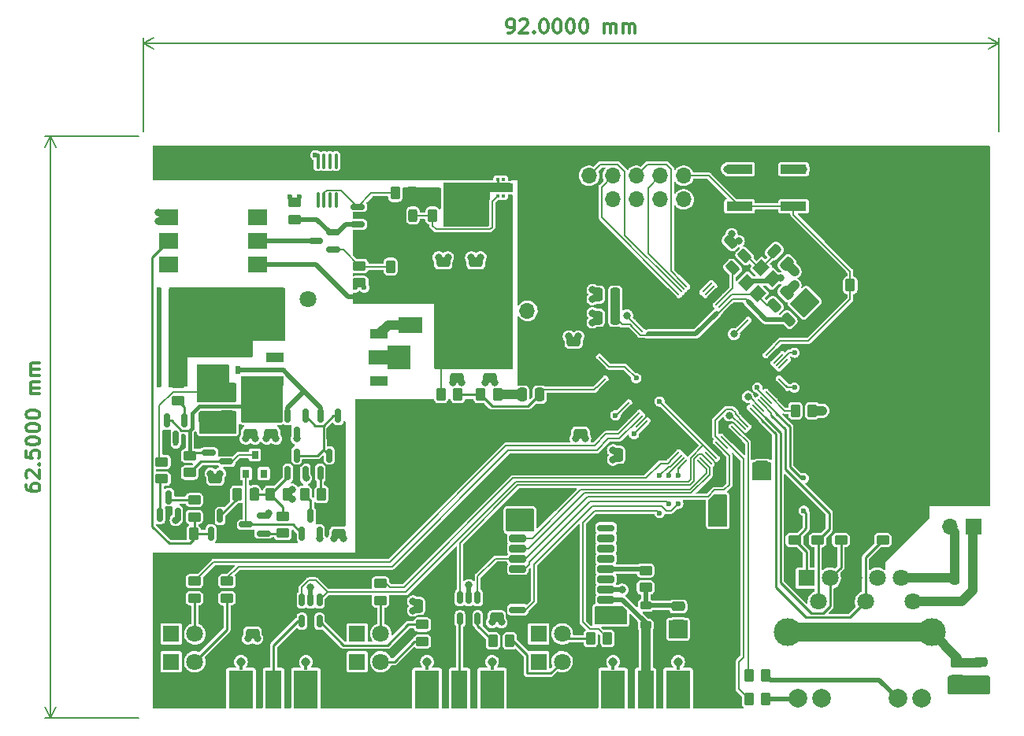
<source format=gbr>
%TF.GenerationSoftware,KiCad,Pcbnew,6.0.2+dfsg-1*%
%TF.CreationDate,2023-05-23T23:44:45-05:00*%
%TF.ProjectId,ethernet,65746865-726e-4657-942e-6b696361645f,rev?*%
%TF.SameCoordinates,Original*%
%TF.FileFunction,Copper,L1,Top*%
%TF.FilePolarity,Positive*%
%FSLAX46Y46*%
G04 Gerber Fmt 4.6, Leading zero omitted, Abs format (unit mm)*
G04 Created by KiCad (PCBNEW 6.0.2+dfsg-1) date 2023-05-23 23:44:45*
%MOMM*%
%LPD*%
G01*
G04 APERTURE LIST*
G04 Aperture macros list*
%AMRoundRect*
0 Rectangle with rounded corners*
0 $1 Rounding radius*
0 $2 $3 $4 $5 $6 $7 $8 $9 X,Y pos of 4 corners*
0 Add a 4 corners polygon primitive as box body*
4,1,4,$2,$3,$4,$5,$6,$7,$8,$9,$2,$3,0*
0 Add four circle primitives for the rounded corners*
1,1,$1+$1,$2,$3*
1,1,$1+$1,$4,$5*
1,1,$1+$1,$6,$7*
1,1,$1+$1,$8,$9*
0 Add four rect primitives between the rounded corners*
20,1,$1+$1,$2,$3,$4,$5,0*
20,1,$1+$1,$4,$5,$6,$7,0*
20,1,$1+$1,$6,$7,$8,$9,0*
20,1,$1+$1,$8,$9,$2,$3,0*%
%AMRotRect*
0 Rectangle, with rotation*
0 The origin of the aperture is its center*
0 $1 length*
0 $2 width*
0 $3 Rotation angle, in degrees counterclockwise*
0 Add horizontal line*
21,1,$1,$2,0,0,$3*%
G04 Aperture macros list end*
%ADD10C,0.300000*%
%TA.AperFunction,NonConductor*%
%ADD11C,0.300000*%
%TD*%
%TA.AperFunction,NonConductor*%
%ADD12C,0.200000*%
%TD*%
%TA.AperFunction,ComponentPad*%
%ADD13C,1.800000*%
%TD*%
%TA.AperFunction,SMDPad,CuDef*%
%ADD14RoundRect,0.250000X-0.475000X0.250000X-0.475000X-0.250000X0.475000X-0.250000X0.475000X0.250000X0*%
%TD*%
%TA.AperFunction,SMDPad,CuDef*%
%ADD15R,0.800000X0.900000*%
%TD*%
%TA.AperFunction,SMDPad,CuDef*%
%ADD16RoundRect,0.250000X-0.262500X-0.450000X0.262500X-0.450000X0.262500X0.450000X-0.262500X0.450000X0*%
%TD*%
%TA.AperFunction,SMDPad,CuDef*%
%ADD17RoundRect,0.250000X-0.450000X0.262500X-0.450000X-0.262500X0.450000X-0.262500X0.450000X0.262500X0*%
%TD*%
%TA.AperFunction,SMDPad,CuDef*%
%ADD18RoundRect,0.250000X0.262500X0.450000X-0.262500X0.450000X-0.262500X-0.450000X0.262500X-0.450000X0*%
%TD*%
%TA.AperFunction,SMDPad,CuDef*%
%ADD19RoundRect,0.250000X0.450000X-0.262500X0.450000X0.262500X-0.450000X0.262500X-0.450000X-0.262500X0*%
%TD*%
%TA.AperFunction,SMDPad,CuDef*%
%ADD20RoundRect,0.150000X0.150000X-0.587500X0.150000X0.587500X-0.150000X0.587500X-0.150000X-0.587500X0*%
%TD*%
%TA.AperFunction,SMDPad,CuDef*%
%ADD21RoundRect,0.150000X0.587500X0.150000X-0.587500X0.150000X-0.587500X-0.150000X0.587500X-0.150000X0*%
%TD*%
%TA.AperFunction,SMDPad,CuDef*%
%ADD22RoundRect,0.150000X-0.150000X0.587500X-0.150000X-0.587500X0.150000X-0.587500X0.150000X0.587500X0*%
%TD*%
%TA.AperFunction,SMDPad,CuDef*%
%ADD23RoundRect,0.250000X0.475000X-0.250000X0.475000X0.250000X-0.475000X0.250000X-0.475000X-0.250000X0*%
%TD*%
%TA.AperFunction,SMDPad,CuDef*%
%ADD24RoundRect,0.150000X-0.150000X0.512500X-0.150000X-0.512500X0.150000X-0.512500X0.150000X0.512500X0*%
%TD*%
%TA.AperFunction,SMDPad,CuDef*%
%ADD25RoundRect,0.250000X0.250000X0.475000X-0.250000X0.475000X-0.250000X-0.475000X0.250000X-0.475000X0*%
%TD*%
%TA.AperFunction,SMDPad,CuDef*%
%ADD26R,1.780000X4.190000*%
%TD*%
%TA.AperFunction,SMDPad,CuDef*%
%ADD27R,2.665000X4.190000*%
%TD*%
%TA.AperFunction,ComponentPad*%
%ADD28C,0.970000*%
%TD*%
%TA.AperFunction,SMDPad,CuDef*%
%ADD29R,0.460000X0.890000*%
%TD*%
%TA.AperFunction,SMDPad,CuDef*%
%ADD30RoundRect,0.250000X0.132583X-0.503814X0.503814X-0.132583X-0.132583X0.503814X-0.503814X0.132583X0*%
%TD*%
%TA.AperFunction,SMDPad,CuDef*%
%ADD31RoundRect,0.243750X0.243750X0.456250X-0.243750X0.456250X-0.243750X-0.456250X0.243750X-0.456250X0*%
%TD*%
%TA.AperFunction,SMDPad,CuDef*%
%ADD32RoundRect,0.250000X0.159099X-0.512652X0.512652X-0.159099X-0.159099X0.512652X-0.512652X0.159099X0*%
%TD*%
%TA.AperFunction,SMDPad,CuDef*%
%ADD33RoundRect,0.218750X-0.381250X0.218750X-0.381250X-0.218750X0.381250X-0.218750X0.381250X0.218750X0*%
%TD*%
%TA.AperFunction,ComponentPad*%
%ADD34R,1.700000X1.700000*%
%TD*%
%TA.AperFunction,ComponentPad*%
%ADD35O,1.700000X1.700000*%
%TD*%
%TA.AperFunction,SMDPad,CuDef*%
%ADD36RoundRect,0.250000X-0.250000X-0.475000X0.250000X-0.475000X0.250000X0.475000X-0.250000X0.475000X0*%
%TD*%
%TA.AperFunction,SMDPad,CuDef*%
%ADD37R,1.600000X1.000000*%
%TD*%
%TA.AperFunction,SMDPad,CuDef*%
%ADD38RoundRect,0.093750X-0.106250X0.093750X-0.106250X-0.093750X0.106250X-0.093750X0.106250X0.093750X0*%
%TD*%
%TA.AperFunction,ComponentPad*%
%ADD39R,1.800000X1.800000*%
%TD*%
%TA.AperFunction,SMDPad,CuDef*%
%ADD40R,1.830000X1.090000*%
%TD*%
%TA.AperFunction,SMDPad,CuDef*%
%ADD41RoundRect,0.054500X0.860500X0.490500X-0.860500X0.490500X-0.860500X-0.490500X0.860500X-0.490500X0*%
%TD*%
%TA.AperFunction,SMDPad,CuDef*%
%ADD42RotRect,1.400000X1.200000X45.000000*%
%TD*%
%TA.AperFunction,ComponentPad*%
%ADD43C,2.000000*%
%TD*%
%TA.AperFunction,ComponentPad*%
%ADD44C,3.000000*%
%TD*%
%TA.AperFunction,SMDPad,CuDef*%
%ADD45R,2.800000X1.000000*%
%TD*%
%TA.AperFunction,SMDPad,CuDef*%
%ADD46RoundRect,0.250000X0.625000X-0.312500X0.625000X0.312500X-0.625000X0.312500X-0.625000X-0.312500X0*%
%TD*%
%TA.AperFunction,SMDPad,CuDef*%
%ADD47R,2.000000X1.780000*%
%TD*%
%TA.AperFunction,SMDPad,CuDef*%
%ADD48RoundRect,0.050000X-0.450781X-0.521491X0.521491X0.450781X0.450781X0.521491X-0.521491X-0.450781X0*%
%TD*%
%TA.AperFunction,SMDPad,CuDef*%
%ADD49RoundRect,0.050000X0.450781X-0.521491X0.521491X-0.450781X-0.450781X0.521491X-0.521491X0.450781X0*%
%TD*%
%TA.AperFunction,SMDPad,CuDef*%
%ADD50RoundRect,0.100000X-0.100000X0.712500X-0.100000X-0.712500X0.100000X-0.712500X0.100000X0.712500X0*%
%TD*%
%TA.AperFunction,SMDPad,CuDef*%
%ADD51RoundRect,0.150000X-0.587500X-0.150000X0.587500X-0.150000X0.587500X0.150000X-0.587500X0.150000X0*%
%TD*%
%TA.AperFunction,SMDPad,CuDef*%
%ADD52RoundRect,0.175000X-0.725000X-0.175000X0.725000X-0.175000X0.725000X0.175000X-0.725000X0.175000X0*%
%TD*%
%TA.AperFunction,SMDPad,CuDef*%
%ADD53RoundRect,0.200000X-0.700000X-0.200000X0.700000X-0.200000X0.700000X0.200000X-0.700000X0.200000X0*%
%TD*%
%TA.AperFunction,SMDPad,CuDef*%
%ADD54R,2.500000X1.800000*%
%TD*%
%TA.AperFunction,SMDPad,CuDef*%
%ADD55RoundRect,0.250000X0.512652X0.159099X0.159099X0.512652X-0.512652X-0.159099X-0.159099X-0.512652X0*%
%TD*%
%TA.AperFunction,SMDPad,CuDef*%
%ADD56R,0.500000X0.850000*%
%TD*%
%TA.AperFunction,SMDPad,CuDef*%
%ADD57R,4.410000X4.550000*%
%TD*%
%TA.AperFunction,ViaPad*%
%ADD58C,0.800000*%
%TD*%
%TA.AperFunction,ViaPad*%
%ADD59C,0.600000*%
%TD*%
%TA.AperFunction,Conductor*%
%ADD60C,0.508000*%
%TD*%
%TA.AperFunction,Conductor*%
%ADD61C,0.386000*%
%TD*%
%TA.AperFunction,Conductor*%
%ADD62C,0.152400*%
%TD*%
%TA.AperFunction,Conductor*%
%ADD63C,0.254000*%
%TD*%
%TA.AperFunction,Conductor*%
%ADD64C,1.016000*%
%TD*%
%TA.AperFunction,Conductor*%
%ADD65C,2.032000*%
%TD*%
G04 APERTURE END LIST*
D10*
D11*
X89214285Y-38878571D02*
X89500000Y-38878571D01*
X89642857Y-38807142D01*
X89714285Y-38735714D01*
X89857142Y-38521428D01*
X89928571Y-38235714D01*
X89928571Y-37664285D01*
X89857142Y-37521428D01*
X89785714Y-37450000D01*
X89642857Y-37378571D01*
X89357142Y-37378571D01*
X89214285Y-37450000D01*
X89142857Y-37521428D01*
X89071428Y-37664285D01*
X89071428Y-38021428D01*
X89142857Y-38164285D01*
X89214285Y-38235714D01*
X89357142Y-38307142D01*
X89642857Y-38307142D01*
X89785714Y-38235714D01*
X89857142Y-38164285D01*
X89928571Y-38021428D01*
X90500000Y-37521428D02*
X90571428Y-37450000D01*
X90714285Y-37378571D01*
X91071428Y-37378571D01*
X91214285Y-37450000D01*
X91285714Y-37521428D01*
X91357142Y-37664285D01*
X91357142Y-37807142D01*
X91285714Y-38021428D01*
X90428571Y-38878571D01*
X91357142Y-38878571D01*
X92000000Y-38735714D02*
X92071428Y-38807142D01*
X92000000Y-38878571D01*
X91928571Y-38807142D01*
X92000000Y-38735714D01*
X92000000Y-38878571D01*
X93000000Y-37378571D02*
X93142857Y-37378571D01*
X93285714Y-37450000D01*
X93357142Y-37521428D01*
X93428571Y-37664285D01*
X93500000Y-37950000D01*
X93500000Y-38307142D01*
X93428571Y-38592857D01*
X93357142Y-38735714D01*
X93285714Y-38807142D01*
X93142857Y-38878571D01*
X93000000Y-38878571D01*
X92857142Y-38807142D01*
X92785714Y-38735714D01*
X92714285Y-38592857D01*
X92642857Y-38307142D01*
X92642857Y-37950000D01*
X92714285Y-37664285D01*
X92785714Y-37521428D01*
X92857142Y-37450000D01*
X93000000Y-37378571D01*
X94428571Y-37378571D02*
X94571428Y-37378571D01*
X94714285Y-37450000D01*
X94785714Y-37521428D01*
X94857142Y-37664285D01*
X94928571Y-37950000D01*
X94928571Y-38307142D01*
X94857142Y-38592857D01*
X94785714Y-38735714D01*
X94714285Y-38807142D01*
X94571428Y-38878571D01*
X94428571Y-38878571D01*
X94285714Y-38807142D01*
X94214285Y-38735714D01*
X94142857Y-38592857D01*
X94071428Y-38307142D01*
X94071428Y-37950000D01*
X94142857Y-37664285D01*
X94214285Y-37521428D01*
X94285714Y-37450000D01*
X94428571Y-37378571D01*
X95857142Y-37378571D02*
X96000000Y-37378571D01*
X96142857Y-37450000D01*
X96214285Y-37521428D01*
X96285714Y-37664285D01*
X96357142Y-37950000D01*
X96357142Y-38307142D01*
X96285714Y-38592857D01*
X96214285Y-38735714D01*
X96142857Y-38807142D01*
X96000000Y-38878571D01*
X95857142Y-38878571D01*
X95714285Y-38807142D01*
X95642857Y-38735714D01*
X95571428Y-38592857D01*
X95500000Y-38307142D01*
X95500000Y-37950000D01*
X95571428Y-37664285D01*
X95642857Y-37521428D01*
X95714285Y-37450000D01*
X95857142Y-37378571D01*
X97285714Y-37378571D02*
X97428571Y-37378571D01*
X97571428Y-37450000D01*
X97642857Y-37521428D01*
X97714285Y-37664285D01*
X97785714Y-37950000D01*
X97785714Y-38307142D01*
X97714285Y-38592857D01*
X97642857Y-38735714D01*
X97571428Y-38807142D01*
X97428571Y-38878571D01*
X97285714Y-38878571D01*
X97142857Y-38807142D01*
X97071428Y-38735714D01*
X97000000Y-38592857D01*
X96928571Y-38307142D01*
X96928571Y-37950000D01*
X97000000Y-37664285D01*
X97071428Y-37521428D01*
X97142857Y-37450000D01*
X97285714Y-37378571D01*
X99571428Y-38878571D02*
X99571428Y-37878571D01*
X99571428Y-38021428D02*
X99642857Y-37950000D01*
X99785714Y-37878571D01*
X100000000Y-37878571D01*
X100142857Y-37950000D01*
X100214285Y-38092857D01*
X100214285Y-38878571D01*
X100214285Y-38092857D02*
X100285714Y-37950000D01*
X100428571Y-37878571D01*
X100642857Y-37878571D01*
X100785714Y-37950000D01*
X100857142Y-38092857D01*
X100857142Y-38878571D01*
X101571428Y-38878571D02*
X101571428Y-37878571D01*
X101571428Y-38021428D02*
X101642857Y-37950000D01*
X101785714Y-37878571D01*
X102000000Y-37878571D01*
X102142857Y-37950000D01*
X102214285Y-38092857D01*
X102214285Y-38878571D01*
X102214285Y-38092857D02*
X102285714Y-37950000D01*
X102428571Y-37878571D01*
X102642857Y-37878571D01*
X102785714Y-37950000D01*
X102857142Y-38092857D01*
X102857142Y-38878571D01*
D12*
X50000000Y-49500000D02*
X50000000Y-39413580D01*
X142000000Y-49500000D02*
X142000000Y-39413580D01*
X50000000Y-40000000D02*
X142000000Y-40000000D01*
X50000000Y-40000000D02*
X142000000Y-40000000D01*
X50000000Y-40000000D02*
X51126504Y-40586421D01*
X50000000Y-40000000D02*
X51126504Y-39413579D01*
X142000000Y-40000000D02*
X140873496Y-39413579D01*
X142000000Y-40000000D02*
X140873496Y-40586421D01*
D10*
D11*
X37378571Y-87464285D02*
X37378571Y-87750000D01*
X37450000Y-87892857D01*
X37521428Y-87964285D01*
X37735714Y-88107142D01*
X38021428Y-88178571D01*
X38592857Y-88178571D01*
X38735714Y-88107142D01*
X38807142Y-88035714D01*
X38878571Y-87892857D01*
X38878571Y-87607142D01*
X38807142Y-87464285D01*
X38735714Y-87392857D01*
X38592857Y-87321428D01*
X38235714Y-87321428D01*
X38092857Y-87392857D01*
X38021428Y-87464285D01*
X37950000Y-87607142D01*
X37950000Y-87892857D01*
X38021428Y-88035714D01*
X38092857Y-88107142D01*
X38235714Y-88178571D01*
X37521428Y-86750000D02*
X37450000Y-86678571D01*
X37378571Y-86535714D01*
X37378571Y-86178571D01*
X37450000Y-86035714D01*
X37521428Y-85964285D01*
X37664285Y-85892857D01*
X37807142Y-85892857D01*
X38021428Y-85964285D01*
X38878571Y-86821428D01*
X38878571Y-85892857D01*
X38735714Y-85250000D02*
X38807142Y-85178571D01*
X38878571Y-85250000D01*
X38807142Y-85321428D01*
X38735714Y-85250000D01*
X38878571Y-85250000D01*
X37378571Y-83821428D02*
X37378571Y-84535714D01*
X38092857Y-84607142D01*
X38021428Y-84535714D01*
X37950000Y-84392857D01*
X37950000Y-84035714D01*
X38021428Y-83892857D01*
X38092857Y-83821428D01*
X38235714Y-83750000D01*
X38592857Y-83750000D01*
X38735714Y-83821428D01*
X38807142Y-83892857D01*
X38878571Y-84035714D01*
X38878571Y-84392857D01*
X38807142Y-84535714D01*
X38735714Y-84607142D01*
X37378571Y-82821428D02*
X37378571Y-82678571D01*
X37450000Y-82535714D01*
X37521428Y-82464285D01*
X37664285Y-82392857D01*
X37950000Y-82321428D01*
X38307142Y-82321428D01*
X38592857Y-82392857D01*
X38735714Y-82464285D01*
X38807142Y-82535714D01*
X38878571Y-82678571D01*
X38878571Y-82821428D01*
X38807142Y-82964285D01*
X38735714Y-83035714D01*
X38592857Y-83107142D01*
X38307142Y-83178571D01*
X37950000Y-83178571D01*
X37664285Y-83107142D01*
X37521428Y-83035714D01*
X37450000Y-82964285D01*
X37378571Y-82821428D01*
X37378571Y-81392857D02*
X37378571Y-81250000D01*
X37450000Y-81107142D01*
X37521428Y-81035714D01*
X37664285Y-80964285D01*
X37950000Y-80892857D01*
X38307142Y-80892857D01*
X38592857Y-80964285D01*
X38735714Y-81035714D01*
X38807142Y-81107142D01*
X38878571Y-81250000D01*
X38878571Y-81392857D01*
X38807142Y-81535714D01*
X38735714Y-81607142D01*
X38592857Y-81678571D01*
X38307142Y-81750000D01*
X37950000Y-81750000D01*
X37664285Y-81678571D01*
X37521428Y-81607142D01*
X37450000Y-81535714D01*
X37378571Y-81392857D01*
X37378571Y-79964285D02*
X37378571Y-79821428D01*
X37450000Y-79678571D01*
X37521428Y-79607142D01*
X37664285Y-79535714D01*
X37950000Y-79464285D01*
X38307142Y-79464285D01*
X38592857Y-79535714D01*
X38735714Y-79607142D01*
X38807142Y-79678571D01*
X38878571Y-79821428D01*
X38878571Y-79964285D01*
X38807142Y-80107142D01*
X38735714Y-80178571D01*
X38592857Y-80250000D01*
X38307142Y-80321428D01*
X37950000Y-80321428D01*
X37664285Y-80250000D01*
X37521428Y-80178571D01*
X37450000Y-80107142D01*
X37378571Y-79964285D01*
X38878571Y-77678571D02*
X37878571Y-77678571D01*
X38021428Y-77678571D02*
X37950000Y-77607142D01*
X37878571Y-77464285D01*
X37878571Y-77250000D01*
X37950000Y-77107142D01*
X38092857Y-77035714D01*
X38878571Y-77035714D01*
X38092857Y-77035714D02*
X37950000Y-76964285D01*
X37878571Y-76821428D01*
X37878571Y-76607142D01*
X37950000Y-76464285D01*
X38092857Y-76392857D01*
X38878571Y-76392857D01*
X38878571Y-75678571D02*
X37878571Y-75678571D01*
X38021428Y-75678571D02*
X37950000Y-75607142D01*
X37878571Y-75464285D01*
X37878571Y-75250000D01*
X37950000Y-75107142D01*
X38092857Y-75035714D01*
X38878571Y-75035714D01*
X38092857Y-75035714D02*
X37950000Y-74964285D01*
X37878571Y-74821428D01*
X37878571Y-74607142D01*
X37950000Y-74464285D01*
X38092857Y-74392857D01*
X38878571Y-74392857D01*
D12*
X49500000Y-50000000D02*
X39413580Y-50000000D01*
X49500000Y-112500000D02*
X39413580Y-112500000D01*
X40000000Y-50000000D02*
X40000000Y-112500000D01*
X40000000Y-50000000D02*
X40000000Y-112500000D01*
X40000000Y-50000000D02*
X39413579Y-51126504D01*
X40000000Y-50000000D02*
X40586421Y-51126504D01*
X40000000Y-112500000D02*
X40586421Y-111373496D01*
X40000000Y-112500000D02*
X39413579Y-111373496D01*
D13*
%TO.P,J9,1,Pin_1*%
%TO.N,-POE*%
X67750000Y-67500000D03*
%TD*%
%TO.P,J8,1,Pin_1*%
%TO.N,+POE*%
X61500000Y-77500000D03*
%TD*%
D14*
%TO.P,C31,1*%
%TO.N,-POE*%
X57750000Y-86800000D03*
%TO.P,C31,2*%
%TO.N,/VDRV*%
X57750000Y-88700000D03*
%TD*%
D15*
%TO.P,D8,*%
%TO.N,*%
X62950000Y-86250000D03*
%TO.P,D8,1,K*%
%TO.N,Net-(Q7-Pad1)*%
X62000000Y-84250000D03*
%TO.P,D8,2,A*%
%TO.N,Net-(Q10-Pad1)*%
X61050000Y-86250000D03*
%TD*%
D16*
%TO.P,R34,1*%
%TO.N,Net-(Q12-Pad3)*%
X60087500Y-88500000D03*
%TO.P,R34,2*%
%TO.N,Net-(Q9-Pad1)*%
X61912500Y-88500000D03*
%TD*%
D17*
%TO.P,R33,1*%
%TO.N,Net-(Q13-Pad3)*%
X55500000Y-89087500D03*
%TO.P,R33,2*%
%TO.N,Net-(U7-Pad5)*%
X55500000Y-90912500D03*
%TD*%
D18*
%TO.P,R32,1*%
%TO.N,Net-(U7-Pad5)*%
X55412500Y-92750000D03*
%TO.P,R32,2*%
%TO.N,/VDRV*%
X53587500Y-92750000D03*
%TD*%
D19*
%TO.P,R31,1*%
%TO.N,Net-(Q13-Pad1)*%
X52000000Y-86825000D03*
%TO.P,R31,2*%
%TO.N,/ISENSE*%
X52000000Y-85000000D03*
%TD*%
D20*
%TO.P,Q13,1,B*%
%TO.N,Net-(Q13-Pad1)*%
X51800000Y-90687500D03*
%TO.P,Q13,2,E*%
%TO.N,-POE*%
X53700000Y-90687500D03*
%TO.P,Q13,3,C*%
%TO.N,Net-(Q13-Pad3)*%
X52750000Y-88812500D03*
%TD*%
%TO.P,Q12,3,C*%
%TO.N,Net-(Q12-Pad3)*%
X58250000Y-90812500D03*
%TO.P,Q12,2,E*%
%TO.N,/VDRV*%
X59200000Y-92687500D03*
%TO.P,Q12,1,B*%
%TO.N,Net-(U7-Pad5)*%
X57300000Y-92687500D03*
%TD*%
D14*
%TO.P,C30,2*%
%TO.N,-POE*%
X63750000Y-81950000D03*
%TO.P,C30,1*%
%TO.N,+POE*%
X63750000Y-80050000D03*
%TD*%
%TO.P,C29,1*%
%TO.N,+POE*%
X61500000Y-80050000D03*
%TO.P,C29,2*%
%TO.N,-POE*%
X61500000Y-81950000D03*
%TD*%
D17*
%TO.P,R30,1*%
%TO.N,Net-(Q9-Pad1)*%
X65000000Y-90837500D03*
%TO.P,R30,2*%
%TO.N,Net-(Q11-Pad1)*%
X65000000Y-92662500D03*
%TD*%
D16*
%TO.P,R29,1*%
%TO.N,Net-(Q9-Pad1)*%
X63675000Y-88500000D03*
%TO.P,R29,2*%
%TO.N,-POE*%
X65500000Y-88500000D03*
%TD*%
%TO.P,R28,1*%
%TO.N,Net-(Q10-Pad3)*%
X67337500Y-88500000D03*
%TO.P,R28,2*%
%TO.N,Net-(Q8-Pad1)*%
X69162500Y-88500000D03*
%TD*%
D19*
%TO.P,R22,1*%
%TO.N,Net-(Q7-Pad1)*%
X55000000Y-86162500D03*
%TO.P,R22,2*%
%TO.N,+POE*%
X55000000Y-84337500D03*
%TD*%
D21*
%TO.P,Q11,1,B*%
%TO.N,Net-(Q11-Pad1)*%
X62937500Y-92700000D03*
%TO.P,Q11,2,E*%
%TO.N,-POE*%
X62937500Y-90800000D03*
%TO.P,Q11,3,C*%
%TO.N,Net-(Q10-Pad1)*%
X61062500Y-91750000D03*
%TD*%
D20*
%TO.P,Q10,1,B*%
%TO.N,Net-(Q10-Pad1)*%
X67050000Y-92687500D03*
%TO.P,Q10,2,E*%
%TO.N,-POE*%
X68950000Y-92687500D03*
%TO.P,Q10,3,C*%
%TO.N,Net-(Q10-Pad3)*%
X68000000Y-90812500D03*
%TD*%
%TO.P,Q9,3,C*%
%TO.N,Net-(Q5-Pad1)*%
X66500000Y-84312500D03*
%TO.P,Q9,2,E*%
%TO.N,-POE*%
X67450000Y-86187500D03*
%TO.P,Q9,1,B*%
%TO.N,Net-(Q9-Pad1)*%
X65550000Y-86187500D03*
%TD*%
%TO.P,Q8,1,B*%
%TO.N,Net-(Q8-Pad1)*%
X69050000Y-86187500D03*
%TO.P,Q8,2,E*%
%TO.N,/VDRV*%
X70950000Y-86187500D03*
%TO.P,Q8,3,C*%
%TO.N,Net-(Q5-Pad1)*%
X70000000Y-84312500D03*
%TD*%
D21*
%TO.P,Q7,1,B*%
%TO.N,Net-(Q7-Pad1)*%
X58937500Y-84950000D03*
%TO.P,Q7,2,E*%
%TO.N,/VDRV*%
X58937500Y-83050000D03*
%TO.P,Q7,3,C*%
%TO.N,+POE*%
X57062500Y-84000000D03*
%TD*%
D22*
%TO.P,Q6,1,B*%
%TO.N,Net-(Q5-Pad1)*%
X67450000Y-80062500D03*
%TO.P,Q6,2,E*%
%TO.N,Net-(Q3-Pad4)*%
X65550000Y-80062500D03*
%TO.P,Q6,3,C*%
%TO.N,-POE*%
X66500000Y-81937500D03*
%TD*%
%TO.P,Q5,1,B*%
%TO.N,Net-(Q5-Pad1)*%
X70950000Y-80062500D03*
%TO.P,Q5,2,E*%
%TO.N,Net-(Q3-Pad4)*%
X69050000Y-80062500D03*
%TO.P,Q5,3,C*%
%TO.N,/VDRV*%
X70000000Y-81937500D03*
%TD*%
D23*
%TO.P,C28,1*%
%TO.N,-POE*%
X71000000Y-92700000D03*
%TO.P,C28,2*%
%TO.N,/VDRV*%
X71000000Y-90800000D03*
%TD*%
D24*
%TO.P,U5,1*%
%TO.N,uPPS*%
X68950000Y-99862500D03*
%TO.P,U5,2,GND*%
%TO.N,GND*%
X68000000Y-99862500D03*
%TO.P,U5,3*%
%TO.N,uPPS*%
X67050000Y-99862500D03*
%TO.P,U5,4*%
%TO.N,Net-(J6-Pad1)*%
X67050000Y-102137500D03*
%TO.P,U5,5,VCC*%
%TO.N,+3V3*%
X68000000Y-102137500D03*
%TO.P,U5,6*%
%TO.N,Net-(R25-Pad2)*%
X68950000Y-102137500D03*
%TD*%
D19*
%TO.P,R27,1*%
%TO.N,Net-(D6-Pad2)*%
X59000000Y-99662500D03*
%TO.P,R27,2*%
%TO.N,Net-(R27-Pad2)*%
X59000000Y-97837500D03*
%TD*%
D25*
%TO.P,C16,1*%
%TO.N,Net-(C15-Pad1)*%
X100750000Y-69500000D03*
%TO.P,C16,2*%
%TO.N,GND*%
X98850000Y-69500000D03*
%TD*%
D26*
%TO.P,J2,1,In*%
%TO.N,Net-(J2-Pad1)*%
X104000000Y-109500000D03*
D27*
%TO.P,J2,2,Ext*%
%TO.N,GND*%
X100507500Y-109500000D03*
X107492500Y-109500000D03*
D28*
X100507500Y-106515000D03*
X107492500Y-106515000D03*
D29*
X100507500Y-106960000D03*
X107492500Y-106960000D03*
%TD*%
D17*
%TO.P,R4,1*%
%TO.N,+3V3*%
X120000000Y-91587500D03*
%TO.P,R4,2*%
%TO.N,Net-(J1-Pad1)*%
X120000000Y-93412500D03*
%TD*%
D30*
%TO.P,R5,1*%
%TO.N,Net-(R5-Pad1)*%
X113354765Y-64145235D03*
%TO.P,R5,2*%
%TO.N,Net-(C2-Pad2)*%
X114645235Y-62854765D03*
%TD*%
D19*
%TO.P,R21,1*%
%TO.N,Net-(Q4-Pad1)*%
X53750000Y-78412500D03*
%TO.P,R21,2*%
%TO.N,/PSW*%
X53750000Y-76587500D03*
%TD*%
D31*
%TO.P,D7,1,K*%
%TO.N,Net-(D7-Pad1)*%
X79000000Y-58500000D03*
%TO.P,D7,2,A*%
%TO.N,+BATT*%
X77125000Y-58500000D03*
%TD*%
D19*
%TO.P,R17,1*%
%TO.N,GND*%
X73250000Y-65750000D03*
%TO.P,R17,2*%
%TO.N,Net-(Q2-Pad1)*%
X73250000Y-63925000D03*
%TD*%
D32*
%TO.P,C1,1*%
%TO.N,Net-(C1-Pad1)*%
X117828249Y-68171751D03*
%TO.P,C1,2*%
%TO.N,GND*%
X119171751Y-66828249D03*
%TD*%
D16*
%TO.P,R7,1*%
%TO.N,Net-(Q1-Pad1)*%
X77087500Y-56087500D03*
%TO.P,R7,2*%
%TO.N,+BATT*%
X78912500Y-56087500D03*
%TD*%
D25*
%TO.P,C9,1*%
%TO.N,+3V3*%
X81450000Y-100500000D03*
%TO.P,C9,2*%
%TO.N,GND*%
X79550000Y-100500000D03*
%TD*%
D33*
%TO.P,L1,1*%
%TO.N,Net-(C14-Pad1)*%
X104000000Y-100437500D03*
%TO.P,L1,2*%
%TO.N,Net-(J2-Pad1)*%
X104000000Y-102562500D03*
%TD*%
D34*
%TO.P,J4,1,Pin_1*%
%TO.N,+BATT*%
X88750000Y-68750000D03*
D35*
%TO.P,J4,2,Pin_2*%
%TO.N,GND*%
X91290000Y-68750000D03*
%TD*%
D25*
%TO.P,C4,1*%
%TO.N,+3V3*%
X102950000Y-84250000D03*
%TO.P,C4,2*%
%TO.N,GND*%
X101050000Y-84250000D03*
%TD*%
D19*
%TO.P,R1,1*%
%TO.N,Net-(J1-Pad6)*%
X129500000Y-93412500D03*
%TO.P,R1,2*%
%TO.N,+3V3*%
X129500000Y-91587500D03*
%TD*%
D16*
%TO.P,R11,1*%
%TO.N,~{RST}*%
X126000000Y-66000000D03*
%TO.P,R11,2*%
%TO.N,+3V3*%
X127825000Y-66000000D03*
%TD*%
D36*
%TO.P,C18,1*%
%TO.N,GND*%
X90725000Y-77750000D03*
%TO.P,C18,2*%
%TO.N,Net-(C18-Pad2)*%
X92625000Y-77750000D03*
%TD*%
D24*
%TO.P,U4,1*%
%TO.N,gPPS*%
X85950000Y-99612500D03*
%TO.P,U4,2,GND*%
%TO.N,GND*%
X85000000Y-99612500D03*
%TO.P,U4,3*%
%TO.N,uFRQ*%
X84050000Y-99612500D03*
%TO.P,U4,4*%
%TO.N,Net-(J5-Pad1)*%
X84050000Y-101887500D03*
%TO.P,U4,5,VCC*%
%TO.N,+3V3*%
X85000000Y-101887500D03*
%TO.P,U4,6*%
%TO.N,Net-(R23-Pad2)*%
X85950000Y-101887500D03*
%TD*%
D14*
%TO.P,C23,1*%
%TO.N,GND*%
X82250000Y-63550000D03*
%TO.P,C23,2*%
%TO.N,+BATT*%
X82250000Y-65450000D03*
%TD*%
D16*
%TO.P,R12,1*%
%TO.N,Net-(Q2-Pad1)*%
X76587500Y-64000000D03*
%TO.P,R12,2*%
%TO.N,+BATT*%
X78412500Y-64000000D03*
%TD*%
%TO.P,R19,1*%
%TO.N,Net-(D1-Pad2)*%
X98087500Y-104000000D03*
%TO.P,R19,2*%
%TO.N,GPS_LED*%
X99912500Y-104000000D03*
%TD*%
D14*
%TO.P,C10,1*%
%TO.N,+3V3*%
X111750000Y-87250000D03*
%TO.P,C10,2*%
%TO.N,GND*%
X111750000Y-89150000D03*
%TD*%
D17*
%TO.P,R2,1*%
%TO.N,+3V3*%
X125000000Y-91587500D03*
%TO.P,R2,2*%
%TO.N,Net-(J1-Pad3)*%
X125000000Y-93412500D03*
%TD*%
D18*
%TO.P,R23,1*%
%TO.N,Net-(D2-Pad2)*%
X89412500Y-104250000D03*
%TO.P,R23,2*%
%TO.N,Net-(R23-Pad2)*%
X87587500Y-104250000D03*
%TD*%
D21*
%TO.P,Q2,1,B*%
%TO.N,Net-(Q2-Pad1)*%
X70437500Y-62200000D03*
%TO.P,Q2,2,E*%
%TO.N,Net-(Q1-Pad2)*%
X70437500Y-60300000D03*
%TO.P,Q2,3,C*%
%TO.N,Net-(Q2-Pad3)*%
X68562500Y-61250000D03*
%TD*%
D16*
%TO.P,R14,1*%
%TO.N,ETH_LED1*%
X115087500Y-108000000D03*
%TO.P,R14,2*%
%TO.N,Net-(J1-Pad13)*%
X116912500Y-108000000D03*
%TD*%
D26*
%TO.P,J6,1,In*%
%TO.N,Net-(J6-Pad1)*%
X64000000Y-109500000D03*
D29*
%TO.P,J6,2,Ext*%
%TO.N,GND*%
X60507500Y-106960000D03*
D27*
X67492500Y-109500000D03*
D28*
X60507500Y-106515000D03*
D27*
X60507500Y-109500000D03*
D28*
X67492500Y-106515000D03*
D29*
X67492500Y-106960000D03*
%TD*%
D37*
%TO.P,U3,7,GND*%
%TO.N,GND*%
X88750000Y-55500000D03*
D38*
%TO.P,U3,6,IN*%
%TO.N,+BATT*%
X89400000Y-56387500D03*
%TO.P,U3,5,NC*%
%TO.N,unconnected-(U3-Pad5)*%
X88750000Y-56387500D03*
%TO.P,U3,4,EN*%
%TO.N,Net-(D7-Pad1)*%
X88100000Y-56387500D03*
%TO.P,U3,3,GND*%
%TO.N,GND*%
X88100000Y-54612500D03*
%TO.P,U3,2,NC*%
%TO.N,unconnected-(U3-Pad2)*%
X88750000Y-54612500D03*
%TO.P,U3,1,OUT*%
%TO.N,+3V3*%
X89400000Y-54612500D03*
%TD*%
D14*
%TO.P,C8,1*%
%TO.N,+3V3*%
X88000000Y-99800000D03*
%TO.P,C8,2*%
%TO.N,GND*%
X88000000Y-101700000D03*
%TD*%
%TO.P,C22,1*%
%TO.N,GND*%
X85750000Y-63550000D03*
%TO.P,C22,2*%
%TO.N,+BATT*%
X85750000Y-65450000D03*
%TD*%
D39*
%TO.P,D2,1,K*%
%TO.N,GND*%
X92500000Y-106500000D03*
D13*
%TO.P,D2,2,A*%
%TO.N,Net-(D2-Pad2)*%
X95040000Y-106500000D03*
%TD*%
D40*
%TO.P,TR1,1*%
%TO.N,unconnected-(TR1-Pad1)*%
X75370000Y-76290000D03*
D41*
%TO.P,TR1,2*%
%TO.N,GND*%
X75370000Y-73750000D03*
%TO.P,TR1,3*%
%TO.N,Net-(D9-Pad2)*%
X75370000Y-71210000D03*
%TO.P,TR1,4*%
%TO.N,/PSW*%
X64130000Y-71210000D03*
%TO.P,TR1,5*%
%TO.N,unconnected-(TR1-Pad5)*%
X64130000Y-73750000D03*
%TO.P,TR1,6*%
%TO.N,+POE*%
X64130000Y-76290000D03*
%TD*%
D14*
%TO.P,C25,1*%
%TO.N,+3V3*%
X97000000Y-80050000D03*
%TO.P,C25,2*%
%TO.N,GND*%
X97000000Y-81950000D03*
%TD*%
D26*
%TO.P,J5,1,In*%
%TO.N,Net-(J5-Pad1)*%
X84000000Y-109500000D03*
D28*
%TO.P,J5,2,Ext*%
%TO.N,GND*%
X87492500Y-106515000D03*
D27*
X87492500Y-109500000D03*
D28*
X80507500Y-106515000D03*
D27*
X80507500Y-109500000D03*
D29*
X80507500Y-106960000D03*
X87492500Y-106960000D03*
%TD*%
D42*
%TO.P,Y1,1,1*%
%TO.N,Net-(C1-Pad1)*%
X116073223Y-66878858D03*
%TO.P,Y1,2,2*%
%TO.N,GND*%
X117628858Y-65323223D03*
%TO.P,Y1,3,3*%
%TO.N,Net-(C2-Pad2)*%
X116426777Y-64121142D03*
%TO.P,Y1,4,4*%
%TO.N,GND*%
X114871142Y-65676777D03*
%TD*%
D23*
%TO.P,C19,1*%
%TO.N,GND*%
X83500000Y-55950000D03*
%TO.P,C19,2*%
%TO.N,+3V3*%
X83500000Y-54050000D03*
%TD*%
D16*
%TO.P,R20,1*%
%TO.N,+BATT*%
X82012500Y-77750000D03*
%TO.P,R20,2*%
%TO.N,Net-(C18-Pad2)*%
X83837500Y-77750000D03*
%TD*%
D23*
%TO.P,C3,1*%
%TO.N,GND*%
X86000000Y-55950000D03*
%TO.P,C3,2*%
%TO.N,+3V3*%
X86000000Y-54050000D03*
%TD*%
%TO.P,C27,1*%
%TO.N,-POE*%
X59000000Y-79950000D03*
%TO.P,C27,2*%
%TO.N,/ISENSE*%
X59000000Y-78050000D03*
%TD*%
D19*
%TO.P,R3,1*%
%TO.N,Net-(J1-Pad2)*%
X122500000Y-93412500D03*
%TO.P,R3,2*%
%TO.N,+3V3*%
X122500000Y-91587500D03*
%TD*%
%TO.P,R25,1*%
%TO.N,Net-(D4-Pad2)*%
X80000000Y-104325000D03*
%TO.P,R25,2*%
%TO.N,Net-(R25-Pad2)*%
X80000000Y-102500000D03*
%TD*%
D36*
%TO.P,C20,1*%
%TO.N,GND*%
X86550000Y-58500000D03*
%TO.P,C20,2*%
%TO.N,+BATT*%
X88450000Y-58500000D03*
%TD*%
D23*
%TO.P,C7,1*%
%TO.N,+3V3*%
X96250000Y-73950000D03*
%TO.P,C7,2*%
%TO.N,GND*%
X96250000Y-72050000D03*
%TD*%
D39*
%TO.P,J1,1,TD+*%
%TO.N,Net-(J1-Pad1)*%
X121290000Y-97505000D03*
D13*
%TO.P,J1,2,TD-*%
%TO.N,Net-(J1-Pad2)*%
X122560000Y-100045000D03*
%TO.P,J1,3,RD+*%
%TO.N,Net-(J1-Pad3)*%
X123830000Y-97505000D03*
%TO.P,J1,4,CT*%
%TO.N,+3V3*%
X125100000Y-100045000D03*
%TO.P,J1,5,CT*%
X126370000Y-97505000D03*
%TO.P,J1,6,RD-*%
%TO.N,Net-(J1-Pad6)*%
X127640000Y-100045000D03*
%TO.P,J1,7,7*%
%TO.N,GND*%
X128910000Y-97505000D03*
%TO.P,J1,9,V+*%
%TO.N,Net-(C24-Pad2)*%
X131450000Y-97505000D03*
%TO.P,J1,10,V-*%
%TO.N,Net-(C24-Pad1)*%
X132720000Y-100045000D03*
D43*
%TO.P,J1,11,LLED+*%
%TO.N,Net-(J1-Pad11)*%
X120370000Y-110455000D03*
%TO.P,J1,12,LLED-*%
%TO.N,GND*%
X122910000Y-110455000D03*
%TO.P,J1,13,RLED+*%
%TO.N,Net-(J1-Pad13)*%
X131090000Y-110455000D03*
%TO.P,J1,14,RLED-*%
%TO.N,GND*%
X133630000Y-110455000D03*
D44*
%TO.P,J1,15,SHIELD*%
%TO.N,Net-(C13-Pad1)*%
X134750000Y-103345000D03*
X119250000Y-103345000D03*
%TD*%
D18*
%TO.P,R9,1*%
%TO.N,GND*%
X121912500Y-79500000D03*
%TO.P,R9,2*%
%TO.N,Net-(R9-Pad2)*%
X120087500Y-79500000D03*
%TD*%
D39*
%TO.P,D3,1,K*%
%TO.N,GND*%
X73000000Y-103500000D03*
D13*
%TO.P,D3,2,A*%
%TO.N,Net-(D3-Pad2)*%
X75540000Y-103500000D03*
%TD*%
D45*
%TO.P,SW1,1,1*%
%TO.N,GND*%
X119900000Y-53500000D03*
X114100000Y-53500000D03*
%TO.P,SW1,2,2*%
%TO.N,~{RST}*%
X119900000Y-57500000D03*
X114100000Y-57500000D03*
%TD*%
D14*
%TO.P,C5,1*%
%TO.N,+3V3*%
X116500000Y-83500000D03*
%TO.P,C5,2*%
%TO.N,GND*%
X116500000Y-85400000D03*
%TD*%
D34*
%TO.P,J7,1,Pin_1*%
%TO.N,Net-(C24-Pad1)*%
X139250000Y-92000000D03*
D35*
%TO.P,J7,2,Pin_2*%
%TO.N,Net-(C24-Pad2)*%
X136710000Y-92000000D03*
%TD*%
D46*
%TO.P,R18,1*%
%TO.N,-POE*%
X56750000Y-80212500D03*
%TO.P,R18,2*%
%TO.N,/ISENSE*%
X56750000Y-77287500D03*
%TD*%
D23*
%TO.P,C12,1*%
%TO.N,+3V3*%
X111750000Y-93200000D03*
%TO.P,C12,2*%
%TO.N,GND*%
X111750000Y-91300000D03*
%TD*%
D32*
%TO.P,C15,1*%
%TO.N,Net-(C15-Pad1)*%
X119328249Y-69671751D03*
%TO.P,C15,2*%
%TO.N,GND*%
X120671751Y-68328249D03*
%TD*%
D14*
%TO.P,C26,1*%
%TO.N,+BATT*%
X83750000Y-74050000D03*
%TO.P,C26,2*%
%TO.N,GND*%
X83750000Y-75950000D03*
%TD*%
D39*
%TO.P,D6,1,K*%
%TO.N,GND*%
X53000000Y-106500000D03*
D13*
%TO.P,D6,2,A*%
%TO.N,Net-(D6-Pad2)*%
X55540000Y-106500000D03*
%TD*%
D47*
%TO.P,U7,1*%
%TO.N,+BATT*%
X62265000Y-63790000D03*
%TO.P,U7,2*%
%TO.N,Net-(Q2-Pad3)*%
X62265000Y-61250000D03*
%TO.P,U7,3,NC*%
%TO.N,unconnected-(U7-Pad3)*%
X62265000Y-58710000D03*
%TO.P,U7,4*%
%TO.N,-POE*%
X52735000Y-58710000D03*
%TO.P,U7,5*%
%TO.N,Net-(U7-Pad5)*%
X52735000Y-61250000D03*
%TO.P,U7,6*%
%TO.N,unconnected-(U7-Pad6)*%
X52735000Y-63790000D03*
%TD*%
D32*
%TO.P,C11,1*%
%TO.N,+3V3*%
X111828249Y-62671751D03*
%TO.P,C11,2*%
%TO.N,GND*%
X113171751Y-61328249D03*
%TD*%
D22*
%TO.P,Q4,1,B*%
%TO.N,Net-(Q4-Pad1)*%
X54450000Y-80562500D03*
%TO.P,Q4,2,E*%
%TO.N,+POE*%
X52550000Y-80562500D03*
%TO.P,Q4,3,C*%
%TO.N,Net-(Q9-Pad1)*%
X53500000Y-82437500D03*
%TD*%
D48*
%TO.P,U1,1,PD0*%
%TO.N,Net-(C18-Pad2)*%
X99197732Y-76534144D03*
%TO.P,U1,2,PD1*%
%TO.N,+3V3*%
X99480575Y-76816986D03*
%TO.P,U1,3,PD2*%
X99763418Y-77099829D03*
%TO.P,U1,4,PD3*%
X100046260Y-77382672D03*
%TO.P,U1,5,PQ0*%
X100329103Y-77665515D03*
%TO.P,U1,6,PQ1*%
X100611946Y-77948357D03*
%TO.P,U1,7,VDD*%
X100894789Y-78231200D03*
%TO.P,U1,8,VDDA*%
X101177631Y-78514043D03*
%TO.P,U1,9,VREFA+*%
X101460474Y-78796885D03*
%TO.P,U1,10,GNDA*%
%TO.N,GND*%
X101743317Y-79079728D03*
%TO.P,U1,11,PQ2*%
%TO.N,+3V3*%
X102026159Y-79362571D03*
%TO.P,U1,12,PE3*%
X102309002Y-79645414D03*
%TO.P,U1,13,PE2*%
X102591845Y-79928256D03*
%TO.P,U1,14,PE1*%
%TO.N,Net-(R26-Pad2)*%
X102874688Y-80211099D03*
%TO.P,U1,15,PE0*%
%TO.N,Net-(R27-Pad2)*%
X103157530Y-80493942D03*
%TO.P,U1,16,VDD*%
%TO.N,+3V3*%
X103440373Y-80776784D03*
%TO.P,U1,17,GND*%
%TO.N,GND*%
X103723216Y-81059627D03*
%TO.P,U1,18,PK0*%
%TO.N,+3V3*%
X104006058Y-81342470D03*
%TO.P,U1,19,PK1*%
X104288901Y-81625312D03*
%TO.P,U1,20,PK2*%
X104571744Y-81908155D03*
%TO.P,U1,21,PK3*%
X104854586Y-82190998D03*
%TO.P,U1,22,PC7*%
X105137429Y-82473841D03*
%TO.P,U1,23,PC6*%
X105420272Y-82756683D03*
%TO.P,U1,24,PC5*%
X105703115Y-83039526D03*
%TO.P,U1,25,PC4*%
X105985957Y-83322369D03*
%TO.P,U1,26,VDD*%
X106268800Y-83605211D03*
%TO.P,U1,27,PQ3*%
X106551643Y-83888054D03*
%TO.P,U1,28,VDD*%
X106834485Y-84170897D03*
%TO.P,U1,29,PH0*%
%TO.N,PLL_LED*%
X107117328Y-84453740D03*
%TO.P,U1,30,PH1*%
%TO.N,GPS_LED*%
X107400171Y-84736582D03*
%TO.P,U1,31,PH2*%
%TO.N,Net-(U1-Pad31)*%
X107683014Y-85019425D03*
%TO.P,U1,32,PH3*%
%TO.N,Net-(U1-Pad32)*%
X107965856Y-85302268D03*
D49*
%TO.P,U1,33,PA0*%
%TO.N,gTX*%
X110034144Y-85302268D03*
%TO.P,U1,34,PA1*%
%TO.N,gRX*%
X110316986Y-85019425D03*
%TO.P,U1,35,PA2*%
%TO.N,uFRQ*%
X110599829Y-84736582D03*
%TO.P,U1,36,PA3*%
%TO.N,+3V3*%
X110882672Y-84453740D03*
%TO.P,U1,37,PA4*%
%TO.N,uPPS*%
X111165515Y-84170897D03*
%TO.P,U1,38,PA5*%
%TO.N,+3V3*%
X111448357Y-83888054D03*
%TO.P,U1,39,VDD*%
X111731200Y-83605211D03*
%TO.P,U1,40,PA6*%
%TO.N,gPPS*%
X112014043Y-83322369D03*
%TO.P,U1,41,PA7*%
%TO.N,ePPS*%
X112296885Y-83039526D03*
%TO.P,U1,42,PF0*%
%TO.N,ETH_LED0*%
X112579728Y-82756683D03*
%TO.P,U1,43,PF1*%
%TO.N,+3V3*%
X112862571Y-82473841D03*
%TO.P,U1,44,PF2*%
X113145414Y-82190998D03*
%TO.P,U1,45,PF3*%
X113428256Y-81908155D03*
%TO.P,U1,46,PF4*%
%TO.N,ETH_LED1*%
X113711099Y-81625312D03*
%TO.P,U1,47,VDD*%
%TO.N,+3V3*%
X113993942Y-81342470D03*
%TO.P,U1,48,GND*%
%TO.N,GND*%
X114276784Y-81059627D03*
%TO.P,U1,49,PG0*%
%TO.N,ePPS*%
X114559627Y-80776784D03*
%TO.P,U1,50,PG1*%
%TO.N,+3V3*%
X114842470Y-80493942D03*
%TO.P,U1,51,VDD*%
X115125312Y-80211099D03*
%TO.P,U1,52,VDD*%
X115408155Y-79928256D03*
%TO.P,U1,53,EN0RXIN*%
%TO.N,Net-(J1-Pad6)*%
X115690998Y-79645414D03*
%TO.P,U1,54,EN0RXIP*%
%TO.N,Net-(J1-Pad3)*%
X115973841Y-79362571D03*
%TO.P,U1,55,GND*%
%TO.N,GND*%
X116256683Y-79079728D03*
%TO.P,U1,56,EN0TXON*%
%TO.N,Net-(J1-Pad2)*%
X116539526Y-78796885D03*
%TO.P,U1,57,EN0TXOP*%
%TO.N,Net-(J1-Pad1)*%
X116822369Y-78514043D03*
%TO.P,U1,58,GND*%
%TO.N,GND*%
X117105211Y-78231200D03*
%TO.P,U1,59,RBIAS*%
%TO.N,Net-(R9-Pad2)*%
X117388054Y-77948357D03*
%TO.P,U1,60,PK7*%
%TO.N,+3V3*%
X117670897Y-77665515D03*
%TO.P,U1,61,PK6*%
X117953740Y-77382672D03*
%TO.P,U1,62,PK5*%
X118236582Y-77099829D03*
%TO.P,U1,63,PK4*%
X118519425Y-76816986D03*
%TO.P,U1,64,~{WAKE}*%
%TO.N,GND*%
X118802268Y-76534144D03*
D48*
%TO.P,U1,65,~{HIB}*%
%TO.N,unconnected-(U1-Pad65)*%
X118802268Y-74465856D03*
%TO.P,U1,66,XOSC0*%
%TO.N,GND*%
X118519425Y-74183014D03*
%TO.P,U1,67,XOSC1*%
%TO.N,unconnected-(U1-Pad67)*%
X118236582Y-73900171D03*
%TO.P,U1,68,VBAT*%
%TO.N,+3V3*%
X117953740Y-73617328D03*
%TO.P,U1,69,VDD*%
X117670897Y-73334485D03*
%TO.P,U1,70,~{RST}*%
%TO.N,~{RST}*%
X117388054Y-73051643D03*
%TO.P,U1,71,PM7*%
%TO.N,+3V3*%
X117105211Y-72768800D03*
%TO.P,U1,72,PM6*%
X116822369Y-72485957D03*
%TO.P,U1,73,PM5*%
X116539526Y-72203115D03*
%TO.P,U1,74,PM4*%
X116256683Y-71920272D03*
%TO.P,U1,75,PM3*%
X115973841Y-71637429D03*
%TO.P,U1,76,PM2*%
X115690998Y-71354586D03*
%TO.P,U1,77,PM1*%
X115408155Y-71071744D03*
%TO.P,U1,78,PM0*%
X115125312Y-70788901D03*
%TO.P,U1,79,VDD*%
X114842470Y-70506058D03*
%TO.P,U1,80,GND*%
%TO.N,GND*%
X114559627Y-70223216D03*
%TO.P,U1,81,PL0*%
%TO.N,+3V3*%
X114276784Y-69940373D03*
%TO.P,U1,82,PL1*%
X113993942Y-69657530D03*
%TO.P,U1,83,PL2*%
X113711099Y-69374688D03*
%TO.P,U1,84,PL3*%
X113428256Y-69091845D03*
%TO.P,U1,85,PL4*%
X113145414Y-68809002D03*
%TO.P,U1,86,PL5*%
X112862571Y-68526159D03*
%TO.P,U1,87,VDDC*%
%TO.N,Net-(C15-Pad1)*%
X112579728Y-68243317D03*
%TO.P,U1,88,OSC0*%
%TO.N,Net-(C1-Pad1)*%
X112296885Y-67960474D03*
%TO.P,U1,89,OSC1*%
%TO.N,Net-(R5-Pad1)*%
X112014043Y-67677631D03*
%TO.P,U1,90,VDD*%
%TO.N,+3V3*%
X111731200Y-67394789D03*
%TO.P,U1,91,PB2*%
X111448357Y-67111946D03*
%TO.P,U1,92,PB3*%
X111165515Y-66829103D03*
%TO.P,U1,93,PL7*%
%TO.N,unconnected-(U1-Pad93)*%
X110882672Y-66546260D03*
%TO.P,U1,94,PL6*%
%TO.N,unconnected-(U1-Pad94)*%
X110599829Y-66263418D03*
%TO.P,U1,95,PB0*%
%TO.N,+3V3*%
X110316986Y-65980575D03*
%TO.P,U1,96,PB1*%
X110034144Y-65697732D03*
D49*
%TO.P,U1,97,PC3/TDO/SWO*%
%TO.N,Net-(J3-Pad6)*%
X107965856Y-65697732D03*
%TO.P,U1,98,PC2/TDI*%
%TO.N,Net-(J3-Pad8)*%
X107683014Y-65980575D03*
%TO.P,U1,99,PC1/TMS/SWDIO*%
%TO.N,Net-(J3-Pad2)*%
X107400171Y-66263418D03*
%TO.P,U1,100,PC0/TCK/SWCLK*%
%TO.N,Net-(J3-Pad4)*%
X107117328Y-66546260D03*
%TO.P,U1,101,VDD*%
%TO.N,+3V3*%
X106834485Y-66829103D03*
%TO.P,U1,102,PQ4*%
X106551643Y-67111946D03*
%TO.P,U1,103,PP2*%
X106268800Y-67394789D03*
%TO.P,U1,104,PP3*%
X105985957Y-67677631D03*
%TO.P,U1,105,PP4*%
X105703115Y-67960474D03*
%TO.P,U1,106,PP5*%
X105420272Y-68243317D03*
%TO.P,U1,107,PN0*%
X105137429Y-68526159D03*
%TO.P,U1,108,PN1*%
X104854586Y-68809002D03*
%TO.P,U1,109,PN2*%
X104571744Y-69091845D03*
%TO.P,U1,110,PN3*%
X104288901Y-69374688D03*
%TO.P,U1,111,PN4*%
X104006058Y-69657530D03*
%TO.P,U1,112,PN5*%
X103723216Y-69940373D03*
%TO.P,U1,113,VDD*%
X103440373Y-70223216D03*
%TO.P,U1,114,GND*%
%TO.N,GND*%
X103157530Y-70506058D03*
%TO.P,U1,115,VDDC*%
%TO.N,Net-(C15-Pad1)*%
X102874688Y-70788901D03*
%TO.P,U1,116,PJ0*%
%TO.N,+3V3*%
X102591845Y-71071744D03*
%TO.P,U1,117,PJ1*%
X102309002Y-71354586D03*
%TO.P,U1,118,PP0*%
X102026159Y-71637429D03*
%TO.P,U1,119,PP1*%
X101743317Y-71920272D03*
%TO.P,U1,120,PB5*%
X101460474Y-72203115D03*
%TO.P,U1,121,PB4*%
X101177631Y-72485957D03*
%TO.P,U1,122,VDD*%
X100894789Y-72768800D03*
%TO.P,U1,123,PE4*%
X100611946Y-73051643D03*
%TO.P,U1,124,PE5*%
X100329103Y-73334485D03*
%TO.P,U1,125,PD4*%
X100046260Y-73617328D03*
%TO.P,U1,126,PD5*%
X99763418Y-73900171D03*
%TO.P,U1,127,PD6*%
%TO.N,uPPS*%
X99480575Y-74183014D03*
%TO.P,U1,128,PD7*%
%TO.N,+3V3*%
X99197732Y-74465856D03*
%TD*%
D19*
%TO.P,R24,1*%
%TO.N,Net-(D3-Pad2)*%
X75500000Y-99912500D03*
%TO.P,R24,2*%
%TO.N,PLL_LED*%
X75500000Y-98087500D03*
%TD*%
D50*
%TO.P,U6,1*%
%TO.N,N/C*%
X70725000Y-52637500D03*
%TO.P,U6,2*%
X70075000Y-52637500D03*
%TO.P,U6,3*%
X69425000Y-52637500D03*
%TO.P,U6,4,A*%
%TO.N,GND*%
X68775000Y-52637500D03*
%TO.P,U6,5,Test*%
%TO.N,unconnected-(U6-Pad5)*%
X68775000Y-56862500D03*
%TO.P,U6,6,K*%
%TO.N,Net-(Q1-Pad1)*%
X69425000Y-56862500D03*
%TO.P,U6,7*%
%TO.N,N/C*%
X70075000Y-56862500D03*
%TO.P,U6,8*%
X70725000Y-56862500D03*
%TD*%
D51*
%TO.P,Q1,1,B*%
%TO.N,Net-(Q1-Pad1)*%
X73062500Y-57550000D03*
%TO.P,Q1,2,E*%
%TO.N,Net-(Q1-Pad2)*%
X73062500Y-59450000D03*
%TO.P,Q1,3,C*%
%TO.N,+BATT*%
X74937500Y-58500000D03*
%TD*%
D19*
%TO.P,R26,1*%
%TO.N,Net-(D5-Pad2)*%
X55500000Y-99662500D03*
%TO.P,R26,2*%
%TO.N,Net-(R26-Pad2)*%
X55500000Y-97837500D03*
%TD*%
D39*
%TO.P,D5,1,K*%
%TO.N,GND*%
X53000000Y-103500000D03*
D13*
%TO.P,D5,2,A*%
%TO.N,Net-(D5-Pad2)*%
X55540000Y-103500000D03*
%TD*%
D34*
%TO.P,J3,1,VTref*%
%TO.N,+3V3*%
X97925000Y-56775000D03*
D35*
%TO.P,J3,2,SWDIO/TMS*%
%TO.N,Net-(J3-Pad2)*%
X97925000Y-54235000D03*
%TO.P,J3,3,GND*%
%TO.N,GND*%
X100465000Y-56775000D03*
%TO.P,J3,4,SWDCLK/TCK*%
%TO.N,Net-(J3-Pad4)*%
X100465000Y-54235000D03*
%TO.P,J3,5,GND*%
%TO.N,GND*%
X103005000Y-56775000D03*
%TO.P,J3,6,SWO/TDO*%
%TO.N,Net-(J3-Pad6)*%
X103005000Y-54235000D03*
%TO.P,J3,7,KEY*%
%TO.N,unconnected-(J3-Pad7)*%
X105545000Y-56775000D03*
%TO.P,J3,8,NC/TDI*%
%TO.N,Net-(J3-Pad8)*%
X105545000Y-54235000D03*
%TO.P,J3,9,GNDDetect*%
%TO.N,GND*%
X108085000Y-56775000D03*
%TO.P,J3,10,~{RESET}*%
%TO.N,~{RST}*%
X108085000Y-54235000D03*
%TD*%
D16*
%TO.P,R16,1*%
%TO.N,Net-(C18-Pad2)*%
X86262500Y-77750000D03*
%TO.P,R16,2*%
%TO.N,GND*%
X88087500Y-77750000D03*
%TD*%
D25*
%TO.P,C24,1*%
%TO.N,Net-(C24-Pad1)*%
X139150000Y-97500000D03*
%TO.P,C24,2*%
%TO.N,Net-(C24-Pad2)*%
X137250000Y-97500000D03*
%TD*%
D52*
%TO.P,U2,1,GND*%
%TO.N,GND*%
X90250000Y-92100000D03*
D53*
%TO.P,U2,2,TXD*%
%TO.N,gTX*%
X90250000Y-93200000D03*
%TO.P,U2,3,RXD*%
%TO.N,gRX*%
X90250000Y-94300000D03*
%TO.P,U2,4,TIMEPULSE*%
%TO.N,gPPS*%
X90250000Y-95400000D03*
%TO.P,U2,5,EXTINT*%
%TO.N,Net-(U1-Pad31)*%
X90250000Y-96500000D03*
%TO.P,U2,6,V_BCKP*%
%TO.N,+3V3*%
X90250000Y-97600000D03*
%TO.P,U2,7,VCC_IO*%
X90250000Y-98700000D03*
%TO.P,U2,8,VCC*%
X90250000Y-99800000D03*
D52*
%TO.P,U2,9,~{RESET}*%
%TO.N,Net-(U1-Pad32)*%
X90250000Y-100900000D03*
%TO.P,U2,10,GND*%
%TO.N,GND*%
X99750000Y-100900000D03*
D53*
%TO.P,U2,11,RF_IN*%
%TO.N,Net-(J2-Pad1)*%
X99750000Y-99800000D03*
%TO.P,U2,12,GND*%
%TO.N,GND*%
X99750000Y-98700000D03*
%TO.P,U2,13,LNA_EN*%
%TO.N,unconnected-(U2-Pad13)*%
X99750000Y-97600000D03*
%TO.P,U2,14,VCC_RF*%
%TO.N,Net-(R10-Pad1)*%
X99750000Y-96500000D03*
%TO.P,U2,15,Reserved*%
%TO.N,unconnected-(U2-Pad15)*%
X99750000Y-95400000D03*
%TO.P,U2,16,SDA*%
%TO.N,unconnected-(U2-Pad16)*%
X99750000Y-94300000D03*
%TO.P,U2,17,SCL*%
%TO.N,unconnected-(U2-Pad17)*%
X99750000Y-93200000D03*
D52*
%TO.P,U2,18,~{SAFEBOOT}*%
%TO.N,unconnected-(U2-Pad18)*%
X99750000Y-92100000D03*
%TD*%
D54*
%TO.P,D9,1,K*%
%TO.N,+BATT*%
X82750000Y-70250000D03*
%TO.P,D9,2,A*%
%TO.N,Net-(D9-Pad2)*%
X78750000Y-70250000D03*
%TD*%
D39*
%TO.P,D1,1,K*%
%TO.N,GND*%
X92500000Y-103500000D03*
D13*
%TO.P,D1,2,A*%
%TO.N,Net-(D1-Pad2)*%
X95040000Y-103500000D03*
%TD*%
D25*
%TO.P,C17,1*%
%TO.N,Net-(C15-Pad1)*%
X100750000Y-67000000D03*
%TO.P,C17,2*%
%TO.N,GND*%
X98850000Y-67000000D03*
%TD*%
D19*
%TO.P,R8,1*%
%TO.N,GND*%
X137500000Y-108412500D03*
%TO.P,R8,2*%
%TO.N,Net-(C13-Pad1)*%
X137500000Y-106587500D03*
%TD*%
D14*
%TO.P,C14,1*%
%TO.N,Net-(C14-Pad1)*%
X107500000Y-100550000D03*
%TO.P,C14,2*%
%TO.N,GND*%
X107500000Y-102450000D03*
%TD*%
D17*
%TO.P,R15,1*%
%TO.N,GND*%
X66250000Y-57087500D03*
%TO.P,R15,2*%
%TO.N,Net-(Q1-Pad2)*%
X66250000Y-58912500D03*
%TD*%
D55*
%TO.P,C2,1*%
%TO.N,GND*%
X119171751Y-63671751D03*
%TO.P,C2,2*%
%TO.N,Net-(C2-Pad2)*%
X117828249Y-62328249D03*
%TD*%
D14*
%TO.P,C13,1*%
%TO.N,Net-(C13-Pad1)*%
X140000000Y-106550000D03*
%TO.P,C13,2*%
%TO.N,GND*%
X140000000Y-108450000D03*
%TD*%
D17*
%TO.P,R10,1*%
%TO.N,Net-(R10-Pad1)*%
X104000000Y-96675000D03*
%TO.P,R10,2*%
%TO.N,Net-(C14-Pad1)*%
X104000000Y-98500000D03*
%TD*%
D18*
%TO.P,R6,1*%
%TO.N,GND*%
X82912500Y-58500000D03*
%TO.P,R6,2*%
%TO.N,Net-(D7-Pad1)*%
X81087500Y-58500000D03*
%TD*%
D56*
%TO.P,Q3,1,S*%
%TO.N,/ISENSE*%
X56345000Y-75150000D03*
%TO.P,Q3,2,S*%
X57615000Y-75150000D03*
%TO.P,Q3,3,S*%
X58885000Y-75150000D03*
%TO.P,Q3,4,G*%
%TO.N,Net-(Q3-Pad4)*%
X60155000Y-75150000D03*
D57*
%TO.P,Q3,5,D*%
%TO.N,/PSW*%
X58250000Y-71200000D03*
%TD*%
D39*
%TO.P,D4,1,K*%
%TO.N,GND*%
X73000000Y-106500000D03*
D13*
%TO.P,D4,2,A*%
%TO.N,Net-(D4-Pad2)*%
X75540000Y-106500000D03*
%TD*%
D14*
%TO.P,C6,1*%
%TO.N,+3V3*%
X61750000Y-101550000D03*
%TO.P,C6,2*%
%TO.N,GND*%
X61750000Y-103450000D03*
%TD*%
%TO.P,C21,1*%
%TO.N,+BATT*%
X87250000Y-74050000D03*
%TO.P,C21,2*%
%TO.N,GND*%
X87250000Y-75950000D03*
%TD*%
D16*
%TO.P,R13,1*%
%TO.N,ETH_LED0*%
X115087500Y-110500000D03*
%TO.P,R13,2*%
%TO.N,Net-(J1-Pad11)*%
X116912500Y-110500000D03*
%TD*%
D58*
%TO.N,-POE*%
X58250000Y-86250000D03*
X57250000Y-86250000D03*
D59*
%TO.N,Net-(Q9-Pad1)*%
X62000000Y-88000000D03*
X53500000Y-83000000D03*
%TO.N,-POE*%
X51750000Y-69000000D03*
X51750000Y-74000000D03*
X51750000Y-71500000D03*
X51750000Y-66500000D03*
X51750000Y-76750000D03*
D58*
X53500000Y-91250000D03*
X51600000Y-58150000D03*
X51600000Y-59150000D03*
X63500000Y-90500000D03*
X62000000Y-82500000D03*
X61000000Y-82500000D03*
X63250000Y-82500000D03*
X64250000Y-82500000D03*
X66000000Y-88000000D03*
X66000000Y-89000000D03*
X71500000Y-93250000D03*
X70500000Y-93250000D03*
X69000000Y-93250000D03*
X67500000Y-86750000D03*
X66500000Y-82500000D03*
D59*
%TO.N,Net-(J1-Pad1)*%
X121000000Y-90250000D03*
X121000000Y-86750000D03*
%TO.N,GND*%
X65750000Y-56500000D03*
D58*
X87500000Y-102250000D03*
X140500000Y-109500000D03*
D59*
X76750000Y-73000000D03*
D58*
X112750000Y-53500000D03*
X114000000Y-61250000D03*
X139500000Y-109500000D03*
D59*
X100750000Y-80000000D03*
X77500000Y-73000000D03*
X86500000Y-57000000D03*
D58*
X117000000Y-86500000D03*
X123000000Y-79500000D03*
X90500000Y-90500000D03*
X85250000Y-63000000D03*
D59*
X77500000Y-73750000D03*
D58*
X137000000Y-109500000D03*
X99000000Y-102000000D03*
D59*
X85500000Y-59000000D03*
D58*
X115000000Y-78000000D03*
X98300000Y-66500000D03*
D59*
X120000000Y-77000000D03*
D58*
X107000000Y-103500000D03*
X86750000Y-76500000D03*
X120000000Y-66000000D03*
X113500000Y-71250000D03*
D59*
X78250000Y-74500000D03*
D58*
X89425000Y-77750000D03*
X113250000Y-60500000D03*
D59*
X85500000Y-57000000D03*
D58*
X102000000Y-69250000D03*
X82750000Y-63000000D03*
X79000000Y-100000000D03*
X108000000Y-103500000D03*
X118500000Y-65250000D03*
D59*
X120000000Y-73250000D03*
D58*
X84250000Y-76500000D03*
X101500000Y-98750000D03*
D59*
X78250000Y-73750000D03*
D58*
X101500000Y-101000000D03*
X87750000Y-76500000D03*
X62250000Y-104000000D03*
D59*
X83000000Y-57000000D03*
D58*
X89500000Y-90500000D03*
X113000000Y-80000000D03*
X97500000Y-82500000D03*
D59*
X89500000Y-55500000D03*
X84000000Y-58000000D03*
D58*
X100500000Y-102000000D03*
D59*
X85500000Y-58000000D03*
X88750000Y-55500000D03*
D58*
X81750000Y-63000000D03*
D59*
X88000000Y-55500000D03*
X77500000Y-74500000D03*
X78250000Y-73000000D03*
D58*
X112250000Y-90250000D03*
X91500000Y-90500000D03*
X121000000Y-53500000D03*
X88500000Y-102250000D03*
X98300000Y-67500000D03*
D59*
X76750000Y-74500000D03*
D58*
X96750000Y-71500000D03*
X100500000Y-83750000D03*
D59*
X102750000Y-82000000D03*
D58*
X111250000Y-90250000D03*
X86250000Y-63000000D03*
X100500000Y-84750000D03*
X85000000Y-98250000D03*
D59*
X72750000Y-66250000D03*
D58*
X121250000Y-67000000D03*
X83250000Y-76500000D03*
X79000000Y-101000000D03*
X120000000Y-64500000D03*
D59*
X84000000Y-59000000D03*
D58*
X116000000Y-86500000D03*
D59*
X73750000Y-66250000D03*
X116000000Y-77000000D03*
X66750000Y-56500000D03*
X68500000Y-52000000D03*
D58*
X138000000Y-109500000D03*
D59*
X76750000Y-73750000D03*
D58*
X68000000Y-98500000D03*
X98300000Y-69000000D03*
D59*
X84000000Y-57000000D03*
D58*
X96500000Y-82500000D03*
X95750000Y-71500000D03*
X122000000Y-67750000D03*
X98300000Y-70000000D03*
X61250000Y-104000000D03*
D59*
%TO.N,+3V3*%
X83250000Y-95250000D03*
D58*
X87000000Y-97750000D03*
X82000000Y-92750000D03*
X122500000Y-90500000D03*
X102750000Y-91000000D03*
X80000000Y-90750000D03*
X85250000Y-96000000D03*
X102750000Y-86000000D03*
X123750000Y-89250000D03*
D59*
%TO.N,uPPS*%
X103000000Y-76000000D03*
X105500000Y-78500000D03*
%TO.N,Net-(U1-Pad31)*%
X106500000Y-86500000D03*
X106500000Y-89500000D03*
%TO.N,Net-(U1-Pad32)*%
X107500000Y-89500000D03*
X107500000Y-86500000D03*
%TO.N,GPS_LED*%
X105500000Y-90500000D03*
X105500000Y-86500000D03*
D58*
%TO.N,-POE*%
X59500000Y-81500000D03*
X57500000Y-81500000D03*
X58500000Y-81500000D03*
X56500000Y-81500000D03*
%TD*%
D60*
%TO.N,+BATT*%
X72000000Y-67250000D02*
X72750000Y-67250000D01*
D61*
%TO.N,+POE*%
X60750000Y-79000000D02*
X56000000Y-79000000D01*
X56000000Y-79000000D02*
X55250000Y-79750000D01*
X55250000Y-79750000D02*
X55250000Y-81379219D01*
X55250000Y-81379219D02*
X55000000Y-81629219D01*
D62*
%TO.N,Net-(Q7-Pad1)*%
X62000000Y-84250000D02*
X60250000Y-84250000D01*
X60250000Y-84250000D02*
X59550000Y-84950000D01*
X59550000Y-84950000D02*
X58937500Y-84950000D01*
%TO.N,+BATT*%
X82000000Y-77737500D02*
X82000000Y-74750000D01*
X82012500Y-77750000D02*
X82000000Y-77737500D01*
%TO.N,Net-(C18-Pad2)*%
X98481876Y-77250000D02*
X93125000Y-77250000D01*
X93125000Y-77250000D02*
X92625000Y-77750000D01*
%TO.N,/VDRV*%
X58000000Y-92000000D02*
X57500000Y-91500000D01*
%TO.N,Net-(Q10-Pad1)*%
X61050000Y-86250000D02*
X61050000Y-91737500D01*
X61050000Y-91737500D02*
X61062500Y-91750000D01*
D60*
%TO.N,-POE*%
X51750000Y-76750000D02*
X51750000Y-66500000D01*
D62*
%TO.N,/ISENSE*%
X53206520Y-77500000D02*
X51750000Y-78956520D01*
X56787500Y-77500000D02*
X53206520Y-77500000D01*
X57000000Y-77287500D02*
X56787500Y-77500000D01*
X51750000Y-78956520D02*
X51750000Y-84750000D01*
X51750000Y-84750000D02*
X52000000Y-85000000D01*
D63*
%TO.N,Net-(Q13-Pad1)*%
X51800000Y-90687500D02*
X51800000Y-87025000D01*
X51800000Y-87025000D02*
X52000000Y-86825000D01*
%TO.N,Net-(U7-Pad5)*%
X55412500Y-92750000D02*
X55412500Y-93337500D01*
X55412500Y-93337500D02*
X54973480Y-93776520D01*
X54973480Y-93776520D02*
X52776520Y-93776520D01*
X52776520Y-93776520D02*
X50973480Y-91973480D01*
X50973480Y-91973480D02*
X50973480Y-63011520D01*
X50973480Y-63011520D02*
X52735000Y-61250000D01*
%TO.N,Net-(Q13-Pad3)*%
X55500000Y-89087500D02*
X53025000Y-89087500D01*
X53025000Y-89087500D02*
X52750000Y-88812500D01*
%TO.N,Net-(Q12-Pad3)*%
X60087500Y-88500000D02*
X60087500Y-88975000D01*
X60087500Y-88975000D02*
X58250000Y-90812500D01*
%TO.N,Net-(Q9-Pad1)*%
X63675000Y-88500000D02*
X61912500Y-88500000D01*
%TO.N,Net-(U7-Pad5)*%
X55500000Y-90912500D02*
X55500000Y-92662500D01*
X55500000Y-92662500D02*
X55412500Y-92750000D01*
X57300000Y-92687500D02*
X55475000Y-92687500D01*
X55475000Y-92687500D02*
X55412500Y-92750000D01*
D60*
%TO.N,Net-(Q3-Pad4)*%
X69050000Y-79140552D02*
X67329724Y-77420276D01*
X67329724Y-77420276D02*
X65550000Y-75640552D01*
X65550000Y-80062500D02*
X65550000Y-79200000D01*
X65550000Y-79200000D02*
X67329724Y-77420276D01*
D63*
%TO.N,Net-(Q9-Pad1)*%
X65000000Y-90837500D02*
X65000000Y-89825000D01*
X65000000Y-89825000D02*
X63675000Y-88500000D01*
%TO.N,Net-(Q11-Pad1)*%
X62937500Y-92700000D02*
X64962500Y-92700000D01*
X64962500Y-92700000D02*
X65000000Y-92662500D01*
%TO.N,Net-(Q10-Pad1)*%
X61062500Y-91750000D02*
X66084460Y-91750000D01*
X66084460Y-91750000D02*
X66098480Y-91735980D01*
%TO.N,/VDRV*%
X66150421Y-85376520D02*
X65773901Y-85000000D01*
X69273901Y-85000000D02*
X67250000Y-85000000D01*
X66847381Y-85376520D02*
X66150421Y-85376520D01*
X69750000Y-85476099D02*
X69273901Y-85000000D01*
X67250000Y-85000000D02*
X67223901Y-85000000D01*
X67223901Y-85000000D02*
X66847381Y-85376520D01*
%TO.N,+POE*%
X54102619Y-81626520D02*
X54997301Y-81626520D01*
X54997301Y-81626520D02*
X55000000Y-81629219D01*
D61*
X55000000Y-81629219D02*
X55000000Y-84337500D01*
D63*
X57062500Y-84000000D02*
X55337500Y-84000000D01*
X55337500Y-84000000D02*
X55000000Y-84337500D01*
%TO.N,Net-(Q7-Pad1)*%
X58937500Y-84950000D02*
X56212500Y-84950000D01*
X56212500Y-84950000D02*
X55000000Y-86162500D01*
%TO.N,Net-(Q10-Pad1)*%
X66098480Y-91735980D02*
X67050000Y-92687500D01*
%TO.N,Net-(Q9-Pad1)*%
X65550000Y-86187500D02*
X65550000Y-86625000D01*
X65550000Y-86625000D02*
X63675000Y-88500000D01*
%TO.N,Net-(Q8-Pad1)*%
X69050000Y-86187500D02*
X69050000Y-88387500D01*
X69050000Y-88387500D02*
X69162500Y-88500000D01*
%TO.N,Net-(Q10-Pad3)*%
X68000000Y-90812500D02*
X68000000Y-89162500D01*
X68000000Y-89162500D02*
X67337500Y-88500000D01*
%TO.N,Net-(Q4-Pad1)*%
X54450000Y-80562500D02*
X54450000Y-79112500D01*
X54450000Y-79112500D02*
X53750000Y-78412500D01*
%TO.N,+POE*%
X54102619Y-81626520D02*
X53038599Y-80562500D01*
X53038599Y-80562500D02*
X52550000Y-80562500D01*
%TO.N,Net-(Q5-Pad1)*%
X66500000Y-84312500D02*
X68746960Y-84312500D01*
X68746960Y-84312500D02*
X69373480Y-83685980D01*
X70000000Y-84312500D02*
X69373480Y-83685980D01*
X69373480Y-83685980D02*
X69373480Y-81150421D01*
X69373480Y-81150421D02*
X69397381Y-81126520D01*
X70950000Y-80062500D02*
X70461401Y-80062500D01*
X70461401Y-80062500D02*
X69397381Y-81126520D01*
X69397381Y-81126520D02*
X68514020Y-81126520D01*
X68514020Y-81126520D02*
X67450000Y-80062500D01*
D60*
%TO.N,Net-(Q3-Pad4)*%
X69050000Y-80062500D02*
X69050000Y-79140552D01*
X60155000Y-75150000D02*
X65059448Y-75150000D01*
X65059448Y-75150000D02*
X65550000Y-75640552D01*
D62*
%TO.N,Net-(J1-Pad1)*%
X118000000Y-79691674D02*
X118000000Y-79750000D01*
D63*
X121250000Y-92162500D02*
X121250000Y-90500000D01*
X119500000Y-81250000D02*
X118000000Y-79750000D01*
X121250000Y-90500000D02*
X121000000Y-90250000D01*
X119500000Y-85500000D02*
X119500000Y-81250000D01*
X120000000Y-93412500D02*
X121250000Y-92162500D01*
D62*
X116822369Y-78514043D02*
X118000000Y-79691674D01*
D63*
X120000000Y-93412500D02*
X121290000Y-94702500D01*
X121290000Y-94702500D02*
X121290000Y-97505000D01*
X120750000Y-86750000D02*
X119500000Y-85500000D01*
X121000000Y-86750000D02*
X120750000Y-86750000D01*
D62*
%TO.N,Net-(J1-Pad2)*%
X117500000Y-79750000D02*
X117500000Y-80000000D01*
X116539526Y-78796885D02*
X116546885Y-78796885D01*
X116546885Y-78796885D02*
X117500000Y-79750000D01*
D63*
X119000000Y-81500000D02*
X117500000Y-80000000D01*
X119000000Y-85750000D02*
X119000000Y-81500000D01*
X122560000Y-93472500D02*
X122560000Y-100045000D01*
X122587500Y-93412500D02*
X123750000Y-92250000D01*
X123750000Y-90500000D02*
X119000000Y-85750000D01*
X122500000Y-93412500D02*
X122587500Y-93412500D01*
X123750000Y-92250000D02*
X123750000Y-90500000D01*
X122500000Y-93412500D02*
X122560000Y-93472500D01*
%TO.N,Net-(J1-Pad3)*%
X118500000Y-98000000D02*
X118500000Y-81858626D01*
X121771511Y-101271511D02*
X118500000Y-98000000D01*
X123068039Y-101271511D02*
X121771511Y-101271511D01*
X123830000Y-100509550D02*
X123068039Y-101271511D01*
X118500000Y-81858626D02*
X116820687Y-80179313D01*
X125000000Y-96335000D02*
X123830000Y-97505000D01*
D62*
X115973841Y-79362571D02*
X116538209Y-79926939D01*
X116568313Y-79926939D02*
X116820687Y-80179313D01*
D63*
X125000000Y-93412500D02*
X125000000Y-96335000D01*
X123830000Y-97505000D02*
X123830000Y-100509550D01*
D62*
X116538209Y-79926939D02*
X116568313Y-79926939D01*
D63*
%TO.N,Net-(J1-Pad6)*%
X127640000Y-100045000D02*
X125959969Y-101725031D01*
X127640000Y-95272500D02*
X127640000Y-100045000D01*
X121225031Y-101725031D02*
X118000000Y-98500000D01*
X129500000Y-93412500D02*
X127640000Y-95272500D01*
X118000000Y-82000000D02*
X116500000Y-80500000D01*
X118000000Y-98500000D02*
X118000000Y-83000000D01*
X118000000Y-83000000D02*
X118000000Y-82500000D01*
D62*
X115690998Y-79645414D02*
X116500000Y-80454416D01*
D63*
X118000000Y-82500000D02*
X118000000Y-82000000D01*
X125959969Y-101725031D02*
X121225031Y-101725031D01*
D62*
X116500000Y-80454416D02*
X116500000Y-80500000D01*
D60*
%TO.N,GND*%
X114871142Y-65676777D02*
X115041820Y-65506099D01*
D64*
X90725000Y-77750000D02*
X89425000Y-77750000D01*
D62*
X100823045Y-80000000D02*
X100750000Y-80000000D01*
X113532843Y-71250000D02*
X114559627Y-70223216D01*
D64*
X88087500Y-77750000D02*
X89425000Y-77750000D01*
D60*
X118426777Y-65323223D02*
X118500000Y-65250000D01*
D62*
X102782843Y-82000000D02*
X103723216Y-81059627D01*
X118802268Y-76552268D02*
X119250000Y-77000000D01*
D63*
X88100000Y-55400000D02*
X88000000Y-55500000D01*
D62*
X114276784Y-81059627D02*
X113217157Y-80000000D01*
X117105211Y-78231200D02*
X116000000Y-77125989D01*
D64*
X121912500Y-79500000D02*
X123000000Y-79500000D01*
D62*
X118802268Y-76534144D02*
X118802268Y-76552268D01*
D64*
X119171751Y-66828249D02*
X120000000Y-66000000D01*
D60*
X85000000Y-99612500D02*
X85000000Y-98250000D01*
D62*
X116000000Y-77125989D02*
X116000000Y-77000000D01*
X101743317Y-79079728D02*
X100823045Y-80000000D01*
D60*
X117445982Y-65506099D02*
X117628858Y-65323223D01*
X99750000Y-98700000D02*
X101450000Y-98700000D01*
D62*
X119452439Y-73250000D02*
X120000000Y-73250000D01*
D60*
X101450000Y-98700000D02*
X101500000Y-98750000D01*
X117628858Y-65323223D02*
X118426777Y-65323223D01*
D62*
X103157530Y-70506058D02*
X102000000Y-69348528D01*
X116256683Y-79079728D02*
X115176955Y-78000000D01*
X119250000Y-77000000D02*
X120000000Y-77000000D01*
D63*
X88100000Y-54612500D02*
X88100000Y-55400000D01*
D62*
X102000000Y-69348528D02*
X102000000Y-69250000D01*
X113500000Y-71250000D02*
X113532843Y-71250000D01*
X113217157Y-80000000D02*
X113000000Y-80000000D01*
D64*
X119171751Y-63671751D02*
X120000000Y-64500000D01*
D62*
X115176955Y-78000000D02*
X115000000Y-78000000D01*
D60*
X68000000Y-99862500D02*
X68000000Y-98500000D01*
X115041820Y-65506099D02*
X117445982Y-65506099D01*
D62*
X102750000Y-82000000D02*
X102782843Y-82000000D01*
X118519425Y-74183014D02*
X119452439Y-73250000D01*
%TO.N,Net-(C1-Pad1)*%
X117066116Y-68171751D02*
X117828249Y-68171751D01*
X112296885Y-67960474D02*
X113228501Y-67028858D01*
X113228501Y-67028858D02*
X115923223Y-67028858D01*
X115923223Y-67028858D02*
X117066116Y-68171751D01*
%TO.N,Net-(R5-Pad1)*%
X113354765Y-66336909D02*
X113354765Y-64145235D01*
X112014043Y-67677631D02*
X113354765Y-66336909D01*
%TO.N,Net-(J3-Pad2)*%
X101000000Y-53000000D02*
X101750000Y-53750000D01*
X101750000Y-60613247D02*
X107400171Y-66263418D01*
X99160000Y-53000000D02*
X101000000Y-53000000D01*
X97925000Y-54235000D02*
X99160000Y-53000000D01*
X101750000Y-53750000D02*
X101750000Y-60613247D01*
%TO.N,gPPS*%
X91100000Y-95400000D02*
X90250000Y-95400000D01*
X113000000Y-84308326D02*
X113000000Y-87468480D01*
X85950000Y-97300000D02*
X87750000Y-95500000D01*
X113000000Y-87468480D02*
X112442760Y-88025720D01*
X112442760Y-88025720D02*
X111405800Y-88025720D01*
X112014043Y-83322369D02*
X113000000Y-84308326D01*
X90250000Y-95400000D02*
X87850000Y-95400000D01*
X110681520Y-88750000D02*
X97750000Y-88750000D01*
X85950000Y-99612500D02*
X85950000Y-97300000D01*
X87850000Y-95400000D02*
X87750000Y-95500000D01*
X97750000Y-88750000D02*
X91100000Y-95400000D01*
X111405800Y-88025720D02*
X110681520Y-88750000D01*
%TO.N,gTX*%
X110529435Y-85797559D02*
X110034144Y-85302268D01*
X91550000Y-93200000D02*
X91800000Y-93200000D01*
X91800000Y-93200000D02*
X96500000Y-88500000D01*
X100250000Y-88000000D02*
X108750000Y-88000000D01*
X110529435Y-86220565D02*
X110529435Y-85797559D01*
X108750000Y-88000000D02*
X110529435Y-86220565D01*
X97000000Y-88000000D02*
X100250000Y-88000000D01*
X90250000Y-93200000D02*
X91550000Y-93200000D01*
X96500000Y-88500000D02*
X97000000Y-88000000D01*
%TO.N,gRX*%
X97398080Y-88351920D02*
X91450000Y-94300000D01*
X110881355Y-85583794D02*
X110881355Y-86366335D01*
X110881355Y-86366335D02*
X108895770Y-88351920D01*
X110316986Y-85019425D02*
X110881355Y-85583794D01*
X108895770Y-88351920D02*
X97398080Y-88351920D01*
X91450000Y-94300000D02*
X90250000Y-94300000D01*
D64*
%TO.N,Net-(C13-Pad1)*%
X137500000Y-106587500D02*
X139962500Y-106587500D01*
D65*
X119250000Y-103345000D02*
X134750000Y-103345000D01*
D64*
X137500000Y-106095000D02*
X134750000Y-103345000D01*
X139962500Y-106587500D02*
X140000000Y-106550000D01*
X137500000Y-106587500D02*
X137500000Y-106095000D01*
D62*
%TO.N,Net-(C15-Pad1)*%
X102310320Y-70224533D02*
X101474533Y-70224533D01*
D60*
X109375000Y-71250000D02*
X111625000Y-69000000D01*
D62*
X104146731Y-71353269D02*
X104250000Y-71250000D01*
X103439056Y-71353269D02*
X104146731Y-71353269D01*
X114750000Y-67500000D02*
X115000000Y-67750000D01*
X103439056Y-71353269D02*
X102874688Y-70788901D01*
X111823045Y-69000000D02*
X111500000Y-69000000D01*
D60*
X104250000Y-71250000D02*
X109375000Y-71250000D01*
D62*
X113323045Y-67500000D02*
X114750000Y-67500000D01*
X102874688Y-70788901D02*
X102310320Y-70224533D01*
X112579728Y-68243317D02*
X111823045Y-69000000D01*
X112579728Y-68243317D02*
X113323045Y-67500000D01*
D64*
X100750000Y-67000000D02*
X100750000Y-69500000D01*
D62*
X101474533Y-70224533D02*
X100750000Y-69500000D01*
D60*
X119328249Y-69671751D02*
X116921751Y-69671751D01*
X116921751Y-69671751D02*
X115000000Y-67750000D01*
%TO.N,Net-(J2-Pad1)*%
X101507048Y-99800000D02*
X104000000Y-102292952D01*
D64*
X104000000Y-102562500D02*
X104000000Y-109500000D01*
D60*
X104000000Y-102292952D02*
X104000000Y-102562500D01*
X99750000Y-99800000D02*
X101507048Y-99800000D01*
%TO.N,Net-(C14-Pad1)*%
X104000000Y-98500000D02*
X104000000Y-100437500D01*
X107387500Y-100437500D02*
X107500000Y-100550000D01*
X104000000Y-100437500D02*
X107387500Y-100437500D01*
D62*
%TO.N,Net-(J3-Pad4)*%
X100465000Y-54235000D02*
X99250000Y-55450000D01*
X99250000Y-55450000D02*
X99250000Y-58678932D01*
X99250000Y-58678932D02*
X107117328Y-66546260D01*
%TO.N,Net-(J3-Pad6)*%
X106250000Y-53000000D02*
X106750000Y-53500000D01*
X103005000Y-54235000D02*
X104240000Y-53000000D01*
X104240000Y-53000000D02*
X106250000Y-53000000D01*
X106750000Y-64481876D02*
X107965856Y-65697732D01*
X106750000Y-53500000D02*
X106750000Y-64481876D01*
%TO.N,Net-(J3-Pad8)*%
X104250000Y-62547561D02*
X107683014Y-65980575D01*
X104250000Y-55530000D02*
X104250000Y-62547561D01*
X105545000Y-54235000D02*
X104250000Y-55530000D01*
%TO.N,ePPS*%
X111500000Y-80500000D02*
X111500000Y-82242641D01*
X114559627Y-80776784D02*
X113675711Y-79892868D01*
X112675711Y-79324289D02*
X111500000Y-80500000D01*
X113675711Y-79892868D02*
X113675711Y-79720110D01*
X113675711Y-79720110D02*
X113279890Y-79324289D01*
X113279890Y-79324289D02*
X112675711Y-79324289D01*
X111500000Y-82242641D02*
X112296885Y-83039526D01*
%TO.N,Net-(R9-Pad2)*%
X117388054Y-77948357D02*
X118939697Y-79500000D01*
X118939697Y-79500000D02*
X120087500Y-79500000D01*
%TO.N,~{RST}*%
X119900000Y-57500000D02*
X119900000Y-58400000D01*
X119900000Y-58400000D02*
X126000000Y-64500000D01*
X121500000Y-72000000D02*
X126000000Y-67500000D01*
X117388054Y-73051643D02*
X118439697Y-72000000D01*
X114100000Y-57500000D02*
X119900000Y-57500000D01*
X110835000Y-54235000D02*
X114100000Y-57500000D01*
X126000000Y-67500000D02*
X126000000Y-64500000D01*
X108085000Y-54235000D02*
X110835000Y-54235000D01*
X118439697Y-72000000D02*
X121500000Y-72000000D01*
D60*
%TO.N,Net-(R10-Pad1)*%
X103825000Y-96500000D02*
X104000000Y-96675000D01*
X99750000Y-96500000D02*
X103825000Y-96500000D01*
%TO.N,Net-(J1-Pad11)*%
X116912500Y-110500000D02*
X120325000Y-110500000D01*
X120325000Y-110500000D02*
X120370000Y-110455000D01*
%TO.N,Net-(J1-Pad13)*%
X117411021Y-108498521D02*
X129133521Y-108498521D01*
X129133521Y-108498521D02*
X131090000Y-110455000D01*
X116912500Y-108000000D02*
X117411021Y-108498521D01*
D62*
%TO.N,ETH_LED0*%
X115087500Y-110500000D02*
X114000000Y-109412500D01*
X114500000Y-106000000D02*
X114500000Y-84676955D01*
X114000000Y-106500000D02*
X114500000Y-106000000D01*
X114500000Y-84676955D02*
X112579728Y-82756683D01*
X114000000Y-109412500D02*
X114000000Y-106500000D01*
%TO.N,ETH_LED1*%
X115087500Y-108000000D02*
X115000000Y-107912500D01*
X115000000Y-107912500D02*
X115000000Y-82914213D01*
X115000000Y-82914213D02*
X113711099Y-81625312D01*
D63*
%TO.N,Net-(C18-Pad2)*%
X91375000Y-79000000D02*
X92625000Y-77750000D01*
D62*
X98481876Y-77250000D02*
X99197732Y-76534144D01*
D63*
X83837500Y-77750000D02*
X86262500Y-77750000D01*
X87512500Y-79000000D02*
X91375000Y-79000000D01*
X86262500Y-77750000D02*
X87512500Y-79000000D01*
D62*
%TO.N,Net-(D7-Pad1)*%
X81087500Y-58500000D02*
X81087500Y-59587500D01*
X81500000Y-60000000D02*
X81087500Y-59587500D01*
X87500000Y-56987500D02*
X87500000Y-59750000D01*
X87500000Y-56987500D02*
X88100000Y-56387500D01*
X87500000Y-59750000D02*
X87250000Y-60000000D01*
X87250000Y-60000000D02*
X81500000Y-60000000D01*
X79000000Y-58500000D02*
X81087500Y-58500000D01*
%TO.N,Net-(C2-Pad2)*%
X117828249Y-62719670D02*
X117828249Y-62328249D01*
X114860400Y-62854765D02*
X116276777Y-64271142D01*
X116276777Y-64271142D02*
X117828249Y-62719670D01*
X114645235Y-62854765D02*
X114860400Y-62854765D01*
%TO.N,+3V3*%
X110882672Y-84453740D02*
X111750000Y-85321068D01*
X113153501Y-80750000D02*
X113401472Y-80750000D01*
X104250000Y-80000000D02*
X104750000Y-80500000D01*
X112863888Y-81343787D02*
X112863888Y-81039613D01*
X112863888Y-81039613D02*
X113153501Y-80750000D01*
X104217157Y-80000000D02*
X104250000Y-80000000D01*
X113401472Y-80750000D02*
X113993942Y-81342470D01*
X113993942Y-81342470D02*
X114791739Y-82140267D01*
X113428256Y-81908155D02*
X112863888Y-81343787D01*
X113428256Y-81908155D02*
X114250000Y-82729899D01*
X103440373Y-80776784D02*
X104217157Y-80000000D01*
X104750000Y-80500000D02*
X104750000Y-80598528D01*
X104750000Y-80598528D02*
X104006058Y-81342470D01*
X114250000Y-82729899D02*
X114250000Y-82750000D01*
X111750000Y-85321068D02*
X111750000Y-85500000D01*
D63*
%TO.N,Net-(J5-Pad1)*%
X84000000Y-109500000D02*
X84000000Y-101937500D01*
X84000000Y-101937500D02*
X84050000Y-101887500D01*
D62*
%TO.N,uPPS*%
X108835013Y-86914987D02*
X108601920Y-87148080D01*
X101747382Y-74747382D02*
X103000000Y-76000000D01*
X69812500Y-99000000D02*
X68950000Y-99862500D01*
X110250000Y-83250000D02*
X111165515Y-84165515D01*
X78250000Y-99000000D02*
X69812500Y-99000000D01*
X90101920Y-87148080D02*
X78250000Y-99000000D01*
X100044943Y-74747382D02*
X101747382Y-74747382D01*
X99480575Y-74183014D02*
X100044943Y-74747382D01*
X68562500Y-97750000D02*
X69812500Y-99000000D01*
X67050000Y-99862500D02*
X67050000Y-98494399D01*
X108601920Y-87148080D02*
X90101920Y-87148080D01*
X67050000Y-98494399D02*
X67794399Y-97750000D01*
X67794399Y-97750000D02*
X68562500Y-97750000D01*
X110250000Y-83250000D02*
X110155812Y-83250000D01*
X105500000Y-78500000D02*
X110250000Y-83250000D01*
X108835013Y-84570799D02*
X108835013Y-86914987D01*
X110155812Y-83250000D02*
X108835013Y-84570799D01*
X111165515Y-84165515D02*
X111165515Y-84170897D01*
%TO.N,uFRQ*%
X90250000Y-87500000D02*
X84050000Y-93700000D01*
X109731288Y-84172214D02*
X109186933Y-84716569D01*
X109186933Y-87063067D02*
X108750000Y-87500000D01*
X110035461Y-84172214D02*
X109731288Y-84172214D01*
X108750000Y-87500000D02*
X90250000Y-87500000D01*
X109186933Y-84716569D02*
X109186933Y-87063067D01*
X84050000Y-93700000D02*
X84050000Y-99612500D01*
X110599829Y-84736582D02*
X110035461Y-84172214D01*
D64*
%TO.N,+BATT*%
X88500000Y-58550000D02*
X88450000Y-58500000D01*
D63*
X89400000Y-56387500D02*
X89400000Y-57550000D01*
D60*
X62265000Y-63790000D02*
X68540000Y-63790000D01*
X68540000Y-63790000D02*
X72000000Y-67250000D01*
D63*
X89400000Y-57550000D02*
X88450000Y-58500000D01*
%TO.N,Net-(D2-Pad2)*%
X89750000Y-104250000D02*
X91273489Y-105773489D01*
X91296978Y-107750000D02*
X93790000Y-107750000D01*
X91273489Y-105773489D02*
X91273489Y-107726511D01*
X89412500Y-104250000D02*
X89750000Y-104250000D01*
X93790000Y-107750000D02*
X95040000Y-106500000D01*
X91273489Y-107726511D02*
X91296978Y-107750000D01*
%TO.N,Net-(R23-Pad2)*%
X85950000Y-101887500D02*
X85950000Y-102612500D01*
X85950000Y-102612500D02*
X87587500Y-104250000D01*
%TO.N,Net-(D1-Pad2)*%
X95040000Y-103500000D02*
X95040000Y-103540000D01*
X95040000Y-103540000D02*
X95500000Y-104000000D01*
X95500000Y-104000000D02*
X98087500Y-104000000D01*
%TO.N,Net-(D3-Pad2)*%
X75500000Y-99912500D02*
X75540000Y-99952500D01*
X75540000Y-99952500D02*
X75540000Y-103500000D01*
%TO.N,Net-(D4-Pad2)*%
X77000000Y-106500000D02*
X79175000Y-104325000D01*
X75540000Y-106500000D02*
X77000000Y-106500000D01*
X79175000Y-104325000D02*
X80000000Y-104325000D01*
%TO.N,Net-(D5-Pad2)*%
X55540000Y-99702500D02*
X55500000Y-99662500D01*
X55540000Y-103500000D02*
X55540000Y-99702500D01*
%TO.N,Net-(D6-Pad2)*%
X59000000Y-103040000D02*
X59000000Y-99662500D01*
X55540000Y-106500000D02*
X59000000Y-103040000D01*
%TO.N,Net-(J6-Pad1)*%
X66612500Y-102137500D02*
X67050000Y-102137500D01*
X64000000Y-104750000D02*
X66612500Y-102137500D01*
X64000000Y-109500000D02*
X64000000Y-104750000D01*
%TO.N,Net-(R25-Pad2)*%
X68950000Y-102137500D02*
X71539011Y-104726511D01*
X71539011Y-104726511D02*
X76273489Y-104726511D01*
X76273489Y-104726511D02*
X78500000Y-102500000D01*
X78500000Y-102500000D02*
X80000000Y-102500000D01*
D62*
%TO.N,Net-(U1-Pad31)*%
X98000000Y-89250000D02*
X106250000Y-89250000D01*
X91000000Y-96500000D02*
X91500000Y-96000000D01*
X91500000Y-96000000D02*
X91500000Y-95750000D01*
X106500000Y-86500000D02*
X106500000Y-86202439D01*
X91500000Y-95750000D02*
X98000000Y-89250000D01*
X90250000Y-96500000D02*
X91000000Y-96500000D01*
X106500000Y-86202439D02*
X107683014Y-85019425D01*
X106250000Y-89250000D02*
X106500000Y-89500000D01*
%TO.N,Net-(U1-Pad32)*%
X92000000Y-100000000D02*
X92000000Y-96000000D01*
X105750000Y-89750000D02*
X106250000Y-90250000D01*
X106750000Y-90250000D02*
X107500000Y-89500000D01*
X106250000Y-90250000D02*
X106750000Y-90250000D01*
X91100000Y-100900000D02*
X92000000Y-100000000D01*
X90250000Y-100900000D02*
X91100000Y-100900000D01*
X107500000Y-85768124D02*
X107965856Y-85302268D01*
X98250000Y-89750000D02*
X105750000Y-89750000D01*
X92000000Y-96000000D02*
X98250000Y-89750000D01*
X107500000Y-86500000D02*
X107500000Y-85768124D01*
%TO.N,GPS_LED*%
X98500000Y-90250000D02*
X105250000Y-90250000D01*
X106500000Y-85500000D02*
X106636753Y-85500000D01*
X106636753Y-85500000D02*
X107400171Y-84736582D01*
X105500000Y-86500000D02*
X106500000Y-85500000D01*
X98000000Y-103000000D02*
X97250000Y-102250000D01*
X97250000Y-91500000D02*
X98500000Y-90250000D01*
X98912500Y-103000000D02*
X98000000Y-103000000D01*
X99912500Y-104000000D02*
X98912500Y-103000000D01*
X105500000Y-90500000D02*
X105250000Y-90250000D01*
X97250000Y-102250000D02*
X97250000Y-91500000D01*
%TO.N,Net-(R26-Pad2)*%
X101085787Y-82000000D02*
X102874688Y-80211099D01*
X55500000Y-97837500D02*
X57587500Y-95750000D01*
X76500000Y-95750000D02*
X89000000Y-83250000D01*
X57587500Y-95750000D02*
X76500000Y-95750000D01*
X89000000Y-83250000D02*
X98500000Y-83250000D01*
X98500000Y-83250000D02*
X99750000Y-82000000D01*
X99750000Y-82000000D02*
X101085787Y-82000000D01*
%TO.N,PLL_LED*%
X76087500Y-98087500D02*
X75500000Y-98087500D01*
X76500000Y-98500000D02*
X76087500Y-98087500D01*
X105601920Y-85148080D02*
X104000000Y-86750000D01*
X78000000Y-98500000D02*
X76500000Y-98500000D01*
X104000000Y-86750000D02*
X89750000Y-86750000D01*
X89750000Y-86750000D02*
X78000000Y-98500000D01*
X106422988Y-85148080D02*
X105601920Y-85148080D01*
X107117328Y-84453740D02*
X106422988Y-85148080D01*
D64*
%TO.N,Net-(C24-Pad1)*%
X139150000Y-92100000D02*
X139250000Y-92000000D01*
X139150000Y-98850000D02*
X139150000Y-97500000D01*
X139150000Y-97500000D02*
X139150000Y-92100000D01*
X132720000Y-100045000D02*
X137955000Y-100045000D01*
X137955000Y-100045000D02*
X139150000Y-98850000D01*
D62*
%TO.N,Net-(R27-Pad2)*%
X59000000Y-97837500D02*
X59000000Y-97500000D01*
X59000000Y-97500000D02*
X60250000Y-96250000D01*
X100000000Y-82500000D02*
X101000000Y-82500000D01*
X103157530Y-80493942D02*
X101151472Y-82500000D01*
X98750000Y-83750000D02*
X100000000Y-82500000D01*
X60250000Y-96250000D02*
X76750000Y-96250000D01*
X101151472Y-82500000D02*
X101000000Y-82500000D01*
X89250000Y-83750000D02*
X98750000Y-83750000D01*
X76750000Y-96250000D02*
X89250000Y-83750000D01*
D64*
%TO.N,Net-(C24-Pad2)*%
X131450000Y-97505000D02*
X137245000Y-97505000D01*
X137250000Y-92540000D02*
X136710000Y-92000000D01*
X137245000Y-97505000D02*
X137250000Y-97500000D01*
X137250000Y-97500000D02*
X137250000Y-92540000D01*
%TO.N,Net-(D9-Pad2)*%
X78750000Y-70250000D02*
X76330000Y-70250000D01*
X76330000Y-70250000D02*
X75370000Y-71210000D01*
D62*
%TO.N,Net-(Q1-Pad1)*%
X73062500Y-57550000D02*
X71286780Y-55774280D01*
X74525000Y-56087500D02*
X73062500Y-57550000D01*
X77087500Y-56087500D02*
X74525000Y-56087500D01*
X69425000Y-56075000D02*
X69425000Y-56862500D01*
X71286780Y-55774280D02*
X69725720Y-55774280D01*
X69725720Y-55774280D02*
X69425000Y-56075000D01*
D60*
%TO.N,Net-(Q1-Pad2)*%
X70950000Y-60300000D02*
X71800000Y-59450000D01*
X68662500Y-58912500D02*
X66250000Y-58912500D01*
X70437500Y-60300000D02*
X70050000Y-60300000D01*
X71800000Y-59450000D02*
X73062500Y-59450000D01*
X70050000Y-60300000D02*
X68662500Y-58912500D01*
X70437500Y-60300000D02*
X70950000Y-60300000D01*
D62*
%TO.N,Net-(Q2-Pad1)*%
X76587500Y-64000000D02*
X73325000Y-64000000D01*
X73325000Y-64000000D02*
X73250000Y-63925000D01*
X71525000Y-62200000D02*
X73250000Y-63925000D01*
X70437500Y-62200000D02*
X71525000Y-62200000D01*
D60*
%TO.N,Net-(Q2-Pad3)*%
X68562500Y-61250000D02*
X62265000Y-61250000D01*
%TD*%
%TA.AperFunction,Conductor*%
%TO.N,GND*%
G36*
X121294032Y-66310134D02*
G01*
X121339095Y-66339095D01*
X122660905Y-67660905D01*
X122694931Y-67723217D01*
X122689866Y-67794032D01*
X122660905Y-67839095D01*
X121089095Y-69410905D01*
X121026783Y-69444931D01*
X120955968Y-69439866D01*
X120910905Y-69410905D01*
X119589095Y-68089095D01*
X119555069Y-68026783D01*
X119560134Y-67955968D01*
X119589095Y-67910905D01*
X121160905Y-66339095D01*
X121223217Y-66305069D01*
X121294032Y-66310134D01*
G37*
%TD.AperFunction*%
%TD*%
%TA.AperFunction,Conductor*%
%TO.N,-POE*%
G36*
X59942121Y-79520002D02*
G01*
X59988614Y-79573658D01*
X60000000Y-79626000D01*
X60000000Y-81874000D01*
X59979998Y-81942121D01*
X59926342Y-81988614D01*
X59874000Y-82000000D01*
X56126000Y-82000000D01*
X56057879Y-81979998D01*
X56011386Y-81926342D01*
X56000000Y-81874000D01*
X56000000Y-79685050D01*
X56020002Y-79616929D01*
X56036905Y-79595955D01*
X56095955Y-79536905D01*
X56158267Y-79502879D01*
X56185050Y-79500000D01*
X59874000Y-79500000D01*
X59942121Y-79520002D01*
G37*
%TD.AperFunction*%
%TD*%
%TA.AperFunction,Conductor*%
%TO.N,GND*%
G36*
X101580219Y-100520002D02*
G01*
X101601193Y-100536905D01*
X101963095Y-100898807D01*
X101997121Y-100961119D01*
X102000000Y-100987902D01*
X102000000Y-102374000D01*
X101979998Y-102442121D01*
X101926342Y-102488614D01*
X101874000Y-102500000D01*
X98626000Y-102500000D01*
X98557879Y-102479998D01*
X98511386Y-102426342D01*
X98500000Y-102374000D01*
X98500000Y-100626000D01*
X98520002Y-100557879D01*
X98573658Y-100511386D01*
X98626000Y-100500000D01*
X101512098Y-100500000D01*
X101580219Y-100520002D01*
G37*
%TD.AperFunction*%
%TD*%
%TA.AperFunction,Conductor*%
%TO.N,GND*%
G36*
X78723138Y-72517593D02*
G01*
X78748858Y-72562142D01*
X78750000Y-72575200D01*
X78750000Y-74924800D01*
X78732407Y-74973138D01*
X78687858Y-74998858D01*
X78674800Y-75000000D01*
X76325200Y-75000000D01*
X76276862Y-74982407D01*
X76251142Y-74937858D01*
X76250000Y-74924800D01*
X76250000Y-74500000D01*
X74325200Y-74500000D01*
X74276862Y-74482407D01*
X74251142Y-74437858D01*
X74250000Y-74424800D01*
X74250000Y-73075200D01*
X74267593Y-73026862D01*
X74312142Y-73001142D01*
X74325200Y-73000000D01*
X76250000Y-73000000D01*
X76250000Y-72575200D01*
X76267593Y-72526862D01*
X76312142Y-72501142D01*
X76325200Y-72500000D01*
X78674800Y-72500000D01*
X78723138Y-72517593D01*
G37*
%TD.AperFunction*%
%TD*%
%TA.AperFunction,Conductor*%
%TO.N,GND*%
G36*
X108442121Y-102020002D02*
G01*
X108488614Y-102073658D01*
X108500000Y-102126000D01*
X108500000Y-103874000D01*
X108479998Y-103942121D01*
X108426342Y-103988614D01*
X108374000Y-104000000D01*
X106626000Y-104000000D01*
X106557879Y-103979998D01*
X106511386Y-103926342D01*
X106500000Y-103874000D01*
X106500000Y-102126000D01*
X106520002Y-102057879D01*
X106573658Y-102011386D01*
X106626000Y-102000000D01*
X108374000Y-102000000D01*
X108442121Y-102020002D01*
G37*
%TD.AperFunction*%
%TD*%
%TA.AperFunction,Conductor*%
%TO.N,/PSW*%
G36*
X65192121Y-66270002D02*
G01*
X65238614Y-66323658D01*
X65250000Y-66376000D01*
X65250000Y-71874000D01*
X65229998Y-71942121D01*
X65176342Y-71988614D01*
X65124000Y-72000000D01*
X61750000Y-72000000D01*
X61750000Y-73624000D01*
X61729998Y-73692121D01*
X61676342Y-73738614D01*
X61624000Y-73750000D01*
X54750000Y-73750000D01*
X54750000Y-76789300D01*
X54729998Y-76857421D01*
X54676342Y-76903914D01*
X54624000Y-76915300D01*
X53253098Y-76915300D01*
X53236651Y-76914222D01*
X53214708Y-76911333D01*
X53206520Y-76910255D01*
X53168201Y-76915300D01*
X53168196Y-76915300D01*
X53062069Y-76929272D01*
X53062067Y-76929273D01*
X53053883Y-76930350D01*
X53009595Y-76948695D01*
X52924218Y-76984059D01*
X52853629Y-76991648D01*
X52790142Y-76959869D01*
X52753914Y-76898811D01*
X52750000Y-76867650D01*
X52750000Y-66376000D01*
X52770002Y-66307879D01*
X52823658Y-66261386D01*
X52876000Y-66250000D01*
X65124000Y-66250000D01*
X65192121Y-66270002D01*
G37*
%TD.AperFunction*%
%TD*%
%TA.AperFunction,Conductor*%
%TO.N,/VDRV*%
G36*
X60682247Y-89442938D02*
G01*
X60716376Y-89505193D01*
X60719300Y-89532182D01*
X60719300Y-91069500D01*
X60699298Y-91137621D01*
X60645642Y-91184114D01*
X60593300Y-91195500D01*
X60443166Y-91195500D01*
X60348445Y-91210502D01*
X60234277Y-91268674D01*
X60143674Y-91359277D01*
X60085502Y-91473445D01*
X60070500Y-91568166D01*
X60070500Y-91931834D01*
X60085502Y-92026555D01*
X60143674Y-92140723D01*
X60234277Y-92231326D01*
X60348445Y-92289498D01*
X60443166Y-92304500D01*
X61681834Y-92304500D01*
X61776555Y-92289498D01*
X61785389Y-92284997D01*
X61794822Y-92281932D01*
X61795742Y-92284763D01*
X61849849Y-92274602D01*
X61915634Y-92301302D01*
X61956540Y-92359330D01*
X61959280Y-92423251D01*
X61960502Y-92423445D01*
X61945500Y-92518166D01*
X61945500Y-92881834D01*
X61960502Y-92976555D01*
X62018674Y-93090723D01*
X62109277Y-93181326D01*
X62223445Y-93239498D01*
X62318166Y-93254500D01*
X63556834Y-93254500D01*
X63651555Y-93239498D01*
X63765723Y-93181326D01*
X63828644Y-93118405D01*
X63890956Y-93084379D01*
X63917739Y-93081500D01*
X63982513Y-93081500D01*
X64050634Y-93101502D01*
X64097127Y-93155158D01*
X64099463Y-93160783D01*
X64099778Y-93161358D01*
X64102929Y-93169764D01*
X64108309Y-93176943D01*
X64108311Y-93176946D01*
X64163062Y-93250000D01*
X64189596Y-93285404D01*
X64196776Y-93290785D01*
X64298054Y-93366689D01*
X64298057Y-93366691D01*
X64305236Y-93372071D01*
X64381213Y-93400553D01*
X64433157Y-93420026D01*
X64433159Y-93420026D01*
X64440552Y-93422798D01*
X64448402Y-93423651D01*
X64448403Y-93423651D01*
X64498847Y-93429131D01*
X64502244Y-93429500D01*
X65497756Y-93429500D01*
X65501153Y-93429131D01*
X65551597Y-93423651D01*
X65551598Y-93423651D01*
X65559448Y-93422798D01*
X65566841Y-93420026D01*
X65566843Y-93420026D01*
X65618787Y-93400553D01*
X65694764Y-93372071D01*
X65701943Y-93366691D01*
X65701946Y-93366689D01*
X65803224Y-93290785D01*
X65810404Y-93285404D01*
X65836938Y-93250000D01*
X65891689Y-93176946D01*
X65891691Y-93176943D01*
X65897071Y-93169764D01*
X65947798Y-93034448D01*
X65951694Y-92998590D01*
X65954131Y-92976153D01*
X65954131Y-92976152D01*
X65954500Y-92972756D01*
X65954500Y-92435713D01*
X65974502Y-92367592D01*
X66028158Y-92321099D01*
X66098432Y-92310995D01*
X66163012Y-92340489D01*
X66169590Y-92346613D01*
X66458596Y-92635619D01*
X66492621Y-92697931D01*
X66495500Y-92724714D01*
X66495500Y-93306834D01*
X66510502Y-93401555D01*
X66568674Y-93515723D01*
X66587856Y-93534905D01*
X66621882Y-93597217D01*
X66616817Y-93668032D01*
X66574270Y-93724868D01*
X66507750Y-93749679D01*
X66498761Y-93750000D01*
X57851239Y-93750000D01*
X57783118Y-93729998D01*
X57736625Y-93676342D01*
X57726521Y-93606068D01*
X57756015Y-93541488D01*
X57762144Y-93534905D01*
X57781326Y-93515723D01*
X57839498Y-93401555D01*
X57854500Y-93306834D01*
X57854500Y-92068166D01*
X57839498Y-91973445D01*
X57834997Y-91964611D01*
X57831932Y-91955178D01*
X57834763Y-91954258D01*
X57824602Y-91900151D01*
X57851302Y-91834366D01*
X57909330Y-91793460D01*
X57973251Y-91790720D01*
X57973445Y-91789498D01*
X57979478Y-91790454D01*
X57979480Y-91790454D01*
X58068166Y-91804500D01*
X58431834Y-91804500D01*
X58526555Y-91789498D01*
X58640723Y-91731326D01*
X58731326Y-91640723D01*
X58789498Y-91526555D01*
X58804500Y-91431834D01*
X58804500Y-90849712D01*
X58824502Y-90781591D01*
X58841405Y-90760617D01*
X60110618Y-89491405D01*
X60172930Y-89457379D01*
X60199713Y-89454500D01*
X60397756Y-89454500D01*
X60421008Y-89451974D01*
X60451597Y-89448651D01*
X60451598Y-89448651D01*
X60459448Y-89447798D01*
X60466841Y-89445026D01*
X60466843Y-89445026D01*
X60502033Y-89431834D01*
X60549072Y-89414200D01*
X60619878Y-89409017D01*
X60682247Y-89442938D01*
G37*
%TD.AperFunction*%
%TA.AperFunction,Conductor*%
G36*
X60438401Y-80948644D02*
G01*
X60450284Y-80954859D01*
X60480839Y-80970843D01*
X60480843Y-80970845D01*
X60486319Y-80973709D01*
X60554440Y-80993711D01*
X60558899Y-80994352D01*
X60558903Y-80994353D01*
X60580639Y-80997478D01*
X60626000Y-81004000D01*
X60749203Y-81004000D01*
X60817324Y-81024002D01*
X60863817Y-81077658D01*
X60873921Y-81147932D01*
X60844427Y-81212512D01*
X60793434Y-81247981D01*
X60780236Y-81252929D01*
X60773057Y-81258309D01*
X60773054Y-81258311D01*
X60693190Y-81318166D01*
X60664596Y-81339596D01*
X60659215Y-81346776D01*
X60583311Y-81448054D01*
X60583309Y-81448057D01*
X60577929Y-81455236D01*
X60553327Y-81520864D01*
X60530529Y-81581678D01*
X60527202Y-81590552D01*
X60520500Y-81652244D01*
X60520500Y-82004104D01*
X60497587Y-82076555D01*
X60418950Y-82188444D01*
X60397402Y-82243711D01*
X60374782Y-82301730D01*
X60361406Y-82336037D01*
X60340729Y-82493096D01*
X60358113Y-82650553D01*
X60412553Y-82799319D01*
X60416789Y-82805622D01*
X60416789Y-82805623D01*
X60447531Y-82851371D01*
X60500908Y-82930805D01*
X60506527Y-82935918D01*
X60506528Y-82935919D01*
X60517903Y-82946269D01*
X60618076Y-83037419D01*
X60757293Y-83113008D01*
X60910522Y-83153207D01*
X60994477Y-83154526D01*
X61061319Y-83155576D01*
X61061322Y-83155576D01*
X61068916Y-83155695D01*
X61223332Y-83120329D01*
X61293742Y-83084917D01*
X61358072Y-83052563D01*
X61358075Y-83052561D01*
X61364855Y-83049151D01*
X61417656Y-83004055D01*
X61482445Y-82975024D01*
X61552645Y-82985629D01*
X61584285Y-83006672D01*
X61618076Y-83037419D01*
X61757293Y-83113008D01*
X61910522Y-83153207D01*
X61994477Y-83154526D01*
X62061319Y-83155576D01*
X62061322Y-83155576D01*
X62068916Y-83155695D01*
X62223332Y-83120329D01*
X62293742Y-83084917D01*
X62358072Y-83052563D01*
X62358075Y-83052561D01*
X62364855Y-83049151D01*
X62370626Y-83044222D01*
X62370629Y-83044220D01*
X62479536Y-82951204D01*
X62479536Y-82951203D01*
X62485314Y-82946269D01*
X62522141Y-82895019D01*
X62578135Y-82851371D01*
X62648839Y-82844925D01*
X62711803Y-82877728D01*
X62729045Y-82898270D01*
X62750908Y-82930805D01*
X62756527Y-82935918D01*
X62756528Y-82935919D01*
X62767903Y-82946269D01*
X62868076Y-83037419D01*
X63007293Y-83113008D01*
X63160522Y-83153207D01*
X63244477Y-83154526D01*
X63311319Y-83155576D01*
X63311322Y-83155576D01*
X63318916Y-83155695D01*
X63473332Y-83120329D01*
X63543742Y-83084917D01*
X63608072Y-83052563D01*
X63608075Y-83052561D01*
X63614855Y-83049151D01*
X63667656Y-83004055D01*
X63732445Y-82975024D01*
X63802645Y-82985629D01*
X63834285Y-83006672D01*
X63868076Y-83037419D01*
X64007293Y-83113008D01*
X64160522Y-83153207D01*
X64244477Y-83154526D01*
X64311319Y-83155576D01*
X64311322Y-83155576D01*
X64318916Y-83155695D01*
X64473332Y-83120329D01*
X64543742Y-83084917D01*
X64608072Y-83052563D01*
X64608075Y-83052561D01*
X64614855Y-83049151D01*
X64620626Y-83044222D01*
X64620629Y-83044220D01*
X64729536Y-82951204D01*
X64729536Y-82951203D01*
X64735314Y-82946269D01*
X64827755Y-82817624D01*
X64886842Y-82670641D01*
X64909162Y-82513807D01*
X64909307Y-82500000D01*
X64890276Y-82342733D01*
X64834280Y-82194546D01*
X64751660Y-82074333D01*
X64729500Y-82002966D01*
X64729500Y-81652244D01*
X64722798Y-81590552D01*
X64719472Y-81581678D01*
X64696673Y-81520864D01*
X64672071Y-81455236D01*
X64666691Y-81448057D01*
X64666689Y-81448054D01*
X64590785Y-81346776D01*
X64585404Y-81339596D01*
X64556810Y-81318166D01*
X64476946Y-81258311D01*
X64476943Y-81258309D01*
X64469764Y-81252929D01*
X64456566Y-81247981D01*
X64399803Y-81205340D01*
X64375103Y-81138779D01*
X64390311Y-81069430D01*
X64440597Y-81019312D01*
X64500797Y-81004000D01*
X64869500Y-81004000D01*
X64872847Y-81003640D01*
X64872851Y-81003640D01*
X64920126Y-80998558D01*
X64920133Y-80998557D01*
X64923490Y-80998196D01*
X64926791Y-80997478D01*
X64974178Y-80987170D01*
X64974185Y-80987168D01*
X64975832Y-80986810D01*
X65002055Y-80979616D01*
X65008901Y-80975718D01*
X65008905Y-80975716D01*
X65019711Y-80969562D01*
X65088804Y-80953234D01*
X65154489Y-80976538D01*
X65159277Y-80981326D01*
X65168109Y-80985826D01*
X65168110Y-80985827D01*
X65192386Y-80998196D01*
X65273445Y-81039498D01*
X65368166Y-81054500D01*
X65731834Y-81054500D01*
X65826555Y-81039498D01*
X65827020Y-81042435D01*
X65882069Y-81040867D01*
X65942864Y-81077535D01*
X65974183Y-81141250D01*
X65966887Y-81204794D01*
X65968068Y-81205178D01*
X65966173Y-81211012D01*
X65966084Y-81211783D01*
X65965547Y-81212937D01*
X65965003Y-81214611D01*
X65960502Y-81223445D01*
X65945500Y-81318166D01*
X65945500Y-82110819D01*
X65925304Y-82174677D01*
X65926907Y-82175536D01*
X65923320Y-82182226D01*
X65918950Y-82188444D01*
X65861406Y-82336037D01*
X65840729Y-82493096D01*
X65858113Y-82650553D01*
X65912553Y-82799319D01*
X65916789Y-82805622D01*
X65916789Y-82805623D01*
X65947531Y-82851371D01*
X66000908Y-82930805D01*
X66006527Y-82935918D01*
X66006528Y-82935919D01*
X66017903Y-82946269D01*
X66118076Y-83037419D01*
X66124749Y-83041042D01*
X66245133Y-83106406D01*
X66295455Y-83156489D01*
X66310711Y-83225827D01*
X66286058Y-83292406D01*
X66226714Y-83334984D01*
X66223445Y-83335502D01*
X66109277Y-83393674D01*
X66018674Y-83484277D01*
X65960502Y-83598445D01*
X65945500Y-83693166D01*
X65945500Y-84931834D01*
X65960502Y-85026555D01*
X65965003Y-85035388D01*
X65968068Y-85044822D01*
X65965237Y-85045742D01*
X65975398Y-85099849D01*
X65948698Y-85165634D01*
X65890670Y-85206540D01*
X65826749Y-85209280D01*
X65826555Y-85210502D01*
X65820522Y-85209546D01*
X65820520Y-85209546D01*
X65731834Y-85195500D01*
X65368166Y-85195500D01*
X65273445Y-85210502D01*
X65159277Y-85268674D01*
X65068674Y-85359277D01*
X65010502Y-85473445D01*
X64995500Y-85568166D01*
X64995500Y-86587787D01*
X64975498Y-86655908D01*
X64958595Y-86676883D01*
X64122402Y-87513075D01*
X64060090Y-87547100D01*
X64019700Y-87549242D01*
X63985256Y-87545500D01*
X63364744Y-87545500D01*
X63361348Y-87545869D01*
X63361347Y-87545869D01*
X63310903Y-87551349D01*
X63310902Y-87551349D01*
X63303052Y-87552202D01*
X63295659Y-87554974D01*
X63295657Y-87554974D01*
X63295652Y-87554976D01*
X63167736Y-87602929D01*
X63160557Y-87608309D01*
X63160554Y-87608311D01*
X63108195Y-87647552D01*
X63052096Y-87689596D01*
X63046715Y-87696776D01*
X62970811Y-87798054D01*
X62970809Y-87798057D01*
X62965429Y-87805236D01*
X62914702Y-87940552D01*
X62914667Y-87940878D01*
X62881115Y-87999607D01*
X62818160Y-88032427D01*
X62747455Y-88026001D01*
X62691448Y-87982369D01*
X62672938Y-87941838D01*
X62672798Y-87940552D01*
X62622071Y-87805236D01*
X62616691Y-87798057D01*
X62616689Y-87798054D01*
X62540785Y-87696776D01*
X62535404Y-87689596D01*
X62479305Y-87647552D01*
X62426946Y-87608311D01*
X62426943Y-87608309D01*
X62419764Y-87602929D01*
X62385782Y-87590190D01*
X62353307Y-87572170D01*
X62342650Y-87563992D01*
X62319031Y-87545869D01*
X62286196Y-87520673D01*
X62286194Y-87520672D01*
X62279643Y-87515645D01*
X62144754Y-87459772D01*
X62135936Y-87458611D01*
X62072377Y-87450243D01*
X62000000Y-87440715D01*
X61991812Y-87441793D01*
X61863432Y-87458694D01*
X61863430Y-87458695D01*
X61855246Y-87459772D01*
X61831932Y-87469429D01*
X61727986Y-87512485D01*
X61727984Y-87512486D01*
X61720358Y-87515645D01*
X61713808Y-87520671D01*
X61706655Y-87524801D01*
X61705728Y-87523196D01*
X61649158Y-87545063D01*
X61638678Y-87545500D01*
X61602244Y-87545500D01*
X61598848Y-87545869D01*
X61598847Y-87545869D01*
X61548409Y-87551348D01*
X61548406Y-87551349D01*
X61540552Y-87552202D01*
X61534983Y-87554290D01*
X61464950Y-87550635D01*
X61407305Y-87509191D01*
X61381217Y-87443161D01*
X61380700Y-87431753D01*
X61380700Y-87076675D01*
X61400702Y-87008554D01*
X61454358Y-86962061D01*
X61482120Y-86953096D01*
X61482921Y-86952937D01*
X61549301Y-86939734D01*
X61559621Y-86932839D01*
X61559622Y-86932838D01*
X61623168Y-86890377D01*
X61633484Y-86883484D01*
X61689734Y-86799301D01*
X61704500Y-86725067D01*
X61704499Y-85774934D01*
X61704499Y-85774933D01*
X62295500Y-85774933D01*
X62295501Y-86725066D01*
X62310266Y-86799301D01*
X62366516Y-86883484D01*
X62450699Y-86939734D01*
X62524933Y-86954500D01*
X62949931Y-86954500D01*
X63375066Y-86954499D01*
X63410818Y-86947388D01*
X63437126Y-86942156D01*
X63437128Y-86942155D01*
X63449301Y-86939734D01*
X63459621Y-86932839D01*
X63459622Y-86932838D01*
X63523168Y-86890377D01*
X63533484Y-86883484D01*
X63589734Y-86799301D01*
X63604500Y-86725067D01*
X63604499Y-85774934D01*
X63592598Y-85715097D01*
X63592156Y-85712874D01*
X63592155Y-85712872D01*
X63589734Y-85700699D01*
X63533484Y-85616516D01*
X63449301Y-85560266D01*
X63375067Y-85545500D01*
X62950069Y-85545500D01*
X62524934Y-85545501D01*
X62489182Y-85552612D01*
X62462874Y-85557844D01*
X62462872Y-85557845D01*
X62450699Y-85560266D01*
X62440379Y-85567161D01*
X62440378Y-85567162D01*
X62395972Y-85596834D01*
X62366516Y-85616516D01*
X62310266Y-85700699D01*
X62295500Y-85774933D01*
X61704499Y-85774933D01*
X61692598Y-85715097D01*
X61692156Y-85712874D01*
X61692155Y-85712872D01*
X61689734Y-85700699D01*
X61633484Y-85616516D01*
X61549301Y-85560266D01*
X61475067Y-85545500D01*
X61050069Y-85545500D01*
X60624934Y-85545501D01*
X60589182Y-85552612D01*
X60562874Y-85557844D01*
X60562872Y-85557845D01*
X60550699Y-85560266D01*
X60540379Y-85567161D01*
X60540378Y-85567162D01*
X60495972Y-85596834D01*
X60466516Y-85616516D01*
X60410266Y-85700699D01*
X60395500Y-85774933D01*
X60395501Y-86725066D01*
X60410266Y-86799301D01*
X60466516Y-86883484D01*
X60550699Y-86939734D01*
X60617882Y-86953097D01*
X60680791Y-86986004D01*
X60715923Y-87047699D01*
X60719300Y-87076676D01*
X60719300Y-87467818D01*
X60699298Y-87535939D01*
X60645642Y-87582432D01*
X60575368Y-87592536D01*
X60549074Y-87585801D01*
X60466848Y-87554976D01*
X60466843Y-87554974D01*
X60466841Y-87554974D01*
X60459448Y-87552202D01*
X60451598Y-87551349D01*
X60451597Y-87551349D01*
X60401153Y-87545869D01*
X60401152Y-87545869D01*
X60397756Y-87545500D01*
X59777244Y-87545500D01*
X59773848Y-87545869D01*
X59773847Y-87545869D01*
X59723403Y-87551349D01*
X59723402Y-87551349D01*
X59715552Y-87552202D01*
X59708159Y-87554974D01*
X59708157Y-87554974D01*
X59708152Y-87554976D01*
X59580236Y-87602929D01*
X59573057Y-87608309D01*
X59573054Y-87608311D01*
X59520695Y-87647552D01*
X59464596Y-87689596D01*
X59459215Y-87696776D01*
X59383311Y-87798054D01*
X59383309Y-87798057D01*
X59377929Y-87805236D01*
X59327202Y-87940552D01*
X59326349Y-87948402D01*
X59326349Y-87948403D01*
X59323025Y-87978997D01*
X59320500Y-88002244D01*
X59320500Y-88997756D01*
X59327202Y-89059448D01*
X59329973Y-89066839D01*
X59335898Y-89082644D01*
X59341080Y-89153452D01*
X59307010Y-89215967D01*
X58697890Y-89825087D01*
X58635578Y-89859113D01*
X58564763Y-89854048D01*
X58551592Y-89848259D01*
X58535389Y-89840003D01*
X58535388Y-89840003D01*
X58526555Y-89835502D01*
X58431834Y-89820500D01*
X58068166Y-89820500D01*
X57973445Y-89835502D01*
X57859277Y-89893674D01*
X57768674Y-89984277D01*
X57710502Y-90098445D01*
X57695500Y-90193166D01*
X57695500Y-91431834D01*
X57710502Y-91526555D01*
X57715003Y-91535388D01*
X57718068Y-91544822D01*
X57715237Y-91545742D01*
X57725398Y-91599849D01*
X57698698Y-91665634D01*
X57640670Y-91706540D01*
X57576749Y-91709280D01*
X57576555Y-91710502D01*
X57570522Y-91709546D01*
X57570520Y-91709546D01*
X57481834Y-91695500D01*
X57118166Y-91695500D01*
X57023445Y-91710502D01*
X56909277Y-91768674D01*
X56818674Y-91859277D01*
X56760502Y-91973445D01*
X56745500Y-92068166D01*
X56745500Y-92180000D01*
X56725498Y-92248121D01*
X56671842Y-92294614D01*
X56619500Y-92306000D01*
X56298393Y-92306000D01*
X56230272Y-92285998D01*
X56183779Y-92232342D01*
X56176495Y-92205849D01*
X56175479Y-92206091D01*
X56173651Y-92198402D01*
X56172798Y-92190552D01*
X56122071Y-92055236D01*
X56116691Y-92048057D01*
X56116689Y-92048054D01*
X56046794Y-91954794D01*
X56035404Y-91939596D01*
X55983163Y-91900444D01*
X55940648Y-91843586D01*
X55935622Y-91772767D01*
X55969682Y-91710474D01*
X56032013Y-91676483D01*
X56045116Y-91674355D01*
X56051599Y-91673651D01*
X56051601Y-91673650D01*
X56059448Y-91672798D01*
X56066841Y-91670026D01*
X56066843Y-91670026D01*
X56149325Y-91639105D01*
X56194764Y-91622071D01*
X56201943Y-91616691D01*
X56201946Y-91616689D01*
X56297325Y-91545206D01*
X56310404Y-91535404D01*
X56349500Y-91483238D01*
X56391689Y-91426946D01*
X56391691Y-91426943D01*
X56397071Y-91419764D01*
X56441263Y-91301880D01*
X56445026Y-91291843D01*
X56445026Y-91291841D01*
X56447798Y-91284448D01*
X56450001Y-91264174D01*
X56454131Y-91226153D01*
X56454131Y-91226152D01*
X56454500Y-91222756D01*
X56454500Y-90602244D01*
X56447798Y-90540552D01*
X56397071Y-90405236D01*
X56391691Y-90398057D01*
X56391689Y-90398054D01*
X56315785Y-90296776D01*
X56310404Y-90289596D01*
X56289977Y-90274287D01*
X56201946Y-90208311D01*
X56201943Y-90208309D01*
X56194764Y-90202929D01*
X56105046Y-90169296D01*
X56066843Y-90154974D01*
X56066841Y-90154974D01*
X56059448Y-90152202D01*
X56051598Y-90151349D01*
X56051597Y-90151349D01*
X56001153Y-90145869D01*
X56001152Y-90145869D01*
X55997756Y-90145500D01*
X55002244Y-90145500D01*
X54998848Y-90145869D01*
X54998847Y-90145869D01*
X54948403Y-90151349D01*
X54948402Y-90151349D01*
X54940552Y-90152202D01*
X54933159Y-90154974D01*
X54933157Y-90154974D01*
X54894954Y-90169296D01*
X54805236Y-90202929D01*
X54798057Y-90208309D01*
X54798054Y-90208311D01*
X54710023Y-90274287D01*
X54689596Y-90289596D01*
X54684215Y-90296776D01*
X54608311Y-90398054D01*
X54608309Y-90398057D01*
X54602929Y-90405236D01*
X54552202Y-90540552D01*
X54545500Y-90602244D01*
X54545500Y-91222756D01*
X54545869Y-91226152D01*
X54545869Y-91226153D01*
X54550000Y-91264174D01*
X54552202Y-91284448D01*
X54554974Y-91291841D01*
X54554974Y-91291843D01*
X54558737Y-91301880D01*
X54602929Y-91419764D01*
X54608309Y-91426943D01*
X54608311Y-91426946D01*
X54650500Y-91483238D01*
X54689596Y-91535404D01*
X54702675Y-91545206D01*
X54798054Y-91616689D01*
X54798057Y-91616691D01*
X54805236Y-91622071D01*
X54831429Y-91631890D01*
X54861723Y-91643247D01*
X54918488Y-91685888D01*
X54943188Y-91752450D01*
X54927981Y-91821799D01*
X54893059Y-91862055D01*
X54889218Y-91864934D01*
X54789596Y-91939596D01*
X54778206Y-91954794D01*
X54708311Y-92048054D01*
X54708309Y-92048057D01*
X54702929Y-92055236D01*
X54652202Y-92190552D01*
X54645500Y-92252244D01*
X54645500Y-93247756D01*
X54646331Y-93255410D01*
X54633806Y-93325290D01*
X54585487Y-93377308D01*
X54521069Y-93395020D01*
X52986733Y-93395020D01*
X52918612Y-93375018D01*
X52897638Y-93358115D01*
X51418115Y-91878592D01*
X51384089Y-91816280D01*
X51389154Y-91745465D01*
X51431701Y-91688629D01*
X51498221Y-91663818D01*
X51526916Y-91665048D01*
X51618166Y-91679500D01*
X51981834Y-91679500D01*
X52076555Y-91664498D01*
X52190723Y-91606326D01*
X52281326Y-91515723D01*
X52339498Y-91401555D01*
X52354500Y-91306834D01*
X52354500Y-90068166D01*
X52339498Y-89973445D01*
X52334997Y-89964611D01*
X52331932Y-89955178D01*
X52334763Y-89954258D01*
X52324602Y-89900151D01*
X52351302Y-89834366D01*
X52409330Y-89793460D01*
X52473251Y-89790720D01*
X52473445Y-89789498D01*
X52479478Y-89790454D01*
X52479480Y-89790454D01*
X52568166Y-89804500D01*
X52931834Y-89804500D01*
X53026555Y-89789498D01*
X53027020Y-89792435D01*
X53082069Y-89790867D01*
X53142864Y-89827535D01*
X53174183Y-89891250D01*
X53166887Y-89954794D01*
X53168068Y-89955178D01*
X53166173Y-89961012D01*
X53166084Y-89961783D01*
X53165547Y-89962937D01*
X53165003Y-89964611D01*
X53160502Y-89973445D01*
X53145500Y-90068166D01*
X53145500Y-90633378D01*
X53125498Y-90701499D01*
X53102330Y-90728327D01*
X53010039Y-90808838D01*
X52918950Y-90938444D01*
X52902033Y-90981834D01*
X52864922Y-91077020D01*
X52861406Y-91086037D01*
X52860414Y-91093570D01*
X52860414Y-91093571D01*
X52842960Y-91226153D01*
X52840729Y-91243096D01*
X52846111Y-91291843D01*
X52856233Y-91383522D01*
X52858113Y-91400553D01*
X52860723Y-91407684D01*
X52860723Y-91407686D01*
X52904223Y-91526555D01*
X52912553Y-91549319D01*
X52916789Y-91555622D01*
X52916789Y-91555623D01*
X52996101Y-91673651D01*
X53000908Y-91680805D01*
X53006527Y-91685918D01*
X53006528Y-91685919D01*
X53105180Y-91775685D01*
X53118076Y-91787419D01*
X53257293Y-91863008D01*
X53410522Y-91903207D01*
X53494477Y-91904526D01*
X53561319Y-91905576D01*
X53561322Y-91905576D01*
X53568916Y-91905695D01*
X53723332Y-91870329D01*
X53819824Y-91821799D01*
X53858072Y-91802563D01*
X53858075Y-91802561D01*
X53864855Y-91799151D01*
X53870626Y-91794222D01*
X53870629Y-91794220D01*
X53979542Y-91701199D01*
X53979543Y-91701198D01*
X53985314Y-91696269D01*
X53990804Y-91688629D01*
X54008536Y-91663953D01*
X54053654Y-91625214D01*
X54081882Y-91610831D01*
X54081884Y-91610830D01*
X54090723Y-91606326D01*
X54181326Y-91515723D01*
X54239498Y-91401555D01*
X54254500Y-91306834D01*
X54254500Y-90068166D01*
X54239498Y-89973445D01*
X54181326Y-89859277D01*
X54090723Y-89768674D01*
X53990480Y-89717597D01*
X53985389Y-89715003D01*
X53985388Y-89715003D01*
X53976555Y-89710502D01*
X53977066Y-89709500D01*
X53926259Y-89674759D01*
X53898623Y-89609362D01*
X53910730Y-89539405D01*
X53958737Y-89487099D01*
X54023802Y-89469000D01*
X54468455Y-89469000D01*
X54536576Y-89489002D01*
X54583069Y-89542658D01*
X54586437Y-89550771D01*
X54602929Y-89594764D01*
X54608309Y-89601943D01*
X54608311Y-89601946D01*
X54647323Y-89653999D01*
X54689596Y-89710404D01*
X54696776Y-89715785D01*
X54798054Y-89791689D01*
X54798057Y-89791691D01*
X54805236Y-89797071D01*
X54867734Y-89820500D01*
X54933157Y-89845026D01*
X54933159Y-89845026D01*
X54940552Y-89847798D01*
X54948402Y-89848651D01*
X54948403Y-89848651D01*
X54998083Y-89854048D01*
X55002244Y-89854500D01*
X55997756Y-89854500D01*
X56001917Y-89854048D01*
X56051597Y-89848651D01*
X56051598Y-89848651D01*
X56059448Y-89847798D01*
X56066841Y-89845026D01*
X56066843Y-89845026D01*
X56132266Y-89820500D01*
X56194764Y-89797071D01*
X56201943Y-89791691D01*
X56201946Y-89791689D01*
X56303224Y-89715785D01*
X56310404Y-89710404D01*
X56352677Y-89653999D01*
X56391689Y-89601946D01*
X56391691Y-89601943D01*
X56397071Y-89594764D01*
X56447798Y-89459448D01*
X56449901Y-89440095D01*
X56454131Y-89401153D01*
X56454131Y-89401152D01*
X56454500Y-89397756D01*
X56454500Y-88777244D01*
X56449094Y-88727478D01*
X56448651Y-88723403D01*
X56448651Y-88723402D01*
X56447798Y-88715552D01*
X56444103Y-88705694D01*
X56400221Y-88588640D01*
X56397071Y-88580236D01*
X56391691Y-88573057D01*
X56391689Y-88573054D01*
X56315785Y-88471776D01*
X56310404Y-88464596D01*
X56285950Y-88446269D01*
X56201946Y-88383311D01*
X56201943Y-88383309D01*
X56194764Y-88377929D01*
X56105046Y-88344296D01*
X56066843Y-88329974D01*
X56066841Y-88329974D01*
X56059448Y-88327202D01*
X56051598Y-88326349D01*
X56051597Y-88326349D01*
X56001153Y-88320869D01*
X56001152Y-88320869D01*
X55997756Y-88320500D01*
X55002244Y-88320500D01*
X54998848Y-88320869D01*
X54998847Y-88320869D01*
X54948403Y-88326349D01*
X54948402Y-88326349D01*
X54940552Y-88327202D01*
X54933159Y-88329974D01*
X54933157Y-88329974D01*
X54894954Y-88344296D01*
X54805236Y-88377929D01*
X54798057Y-88383309D01*
X54798054Y-88383311D01*
X54714050Y-88446269D01*
X54689596Y-88464596D01*
X54684215Y-88471776D01*
X54608311Y-88573054D01*
X54608309Y-88573057D01*
X54602929Y-88580236D01*
X54599779Y-88588640D01*
X54586437Y-88624229D01*
X54543796Y-88680994D01*
X54477235Y-88705694D01*
X54468455Y-88706000D01*
X53430500Y-88706000D01*
X53362379Y-88685998D01*
X53315886Y-88632342D01*
X53304500Y-88580000D01*
X53304500Y-88193166D01*
X53289498Y-88098445D01*
X53231326Y-87984277D01*
X53140723Y-87893674D01*
X53026555Y-87835502D01*
X52931834Y-87820500D01*
X52627098Y-87820500D01*
X52558977Y-87800498D01*
X52538420Y-87776773D01*
X52527578Y-87800512D01*
X52475231Y-87835219D01*
X52473445Y-87835502D01*
X52464614Y-87840002D01*
X52464613Y-87840002D01*
X52364703Y-87890909D01*
X52294926Y-87904013D01*
X52229142Y-87877313D01*
X52188235Y-87819285D01*
X52181500Y-87778642D01*
X52181500Y-87718000D01*
X52201502Y-87649879D01*
X52255158Y-87603386D01*
X52307500Y-87592000D01*
X52432354Y-87592000D01*
X52500475Y-87612002D01*
X52521032Y-87635727D01*
X52531874Y-87611988D01*
X52582869Y-87576518D01*
X52616282Y-87563992D01*
X52694764Y-87534571D01*
X52701943Y-87529191D01*
X52701946Y-87529189D01*
X52803224Y-87453285D01*
X52810404Y-87447904D01*
X52843890Y-87403224D01*
X52891689Y-87339446D01*
X52891691Y-87339443D01*
X52897071Y-87332264D01*
X52947798Y-87196948D01*
X52949694Y-87179500D01*
X52954131Y-87138653D01*
X52954131Y-87138652D01*
X52954500Y-87135256D01*
X52954500Y-86514744D01*
X52947798Y-86453052D01*
X52944610Y-86444546D01*
X52900221Y-86326140D01*
X52897071Y-86317736D01*
X52891691Y-86310557D01*
X52891689Y-86310554D01*
X52815785Y-86209276D01*
X52810404Y-86202096D01*
X52789977Y-86186787D01*
X52701946Y-86120811D01*
X52701943Y-86120809D01*
X52694764Y-86115429D01*
X52597474Y-86078957D01*
X52566843Y-86067474D01*
X52566841Y-86067474D01*
X52559448Y-86064702D01*
X52551598Y-86063849D01*
X52551597Y-86063849D01*
X52501153Y-86058369D01*
X52501152Y-86058369D01*
X52497756Y-86058000D01*
X51502244Y-86058000D01*
X51494590Y-86058831D01*
X51424710Y-86046306D01*
X51372692Y-85997987D01*
X51354980Y-85933569D01*
X51354980Y-85891431D01*
X51374982Y-85823310D01*
X51428638Y-85776817D01*
X51494590Y-85766168D01*
X51502244Y-85767000D01*
X52497756Y-85767000D01*
X52505415Y-85766168D01*
X52551597Y-85761151D01*
X52551598Y-85761151D01*
X52559448Y-85760298D01*
X52566841Y-85757526D01*
X52566843Y-85757526D01*
X52605046Y-85743204D01*
X52694764Y-85709571D01*
X52701943Y-85704191D01*
X52701946Y-85704189D01*
X52800574Y-85630271D01*
X52810404Y-85622904D01*
X52855094Y-85563274D01*
X52891689Y-85514446D01*
X52891691Y-85514443D01*
X52897071Y-85507264D01*
X52935417Y-85404974D01*
X52945026Y-85379343D01*
X52945026Y-85379341D01*
X52947798Y-85371948D01*
X52954500Y-85310256D01*
X52954500Y-84689744D01*
X52953270Y-84678422D01*
X52948651Y-84635903D01*
X52948651Y-84635902D01*
X52947798Y-84628052D01*
X52897071Y-84492736D01*
X52891691Y-84485557D01*
X52891689Y-84485554D01*
X52815785Y-84384276D01*
X52810404Y-84377096D01*
X52704230Y-84297523D01*
X52701946Y-84295811D01*
X52701943Y-84295809D01*
X52694764Y-84290429D01*
X52605046Y-84256796D01*
X52566843Y-84242474D01*
X52566841Y-84242474D01*
X52559448Y-84239702D01*
X52551598Y-84238849D01*
X52551597Y-84238849D01*
X52501153Y-84233369D01*
X52501152Y-84233369D01*
X52497756Y-84233000D01*
X52206700Y-84233000D01*
X52138579Y-84212998D01*
X52092086Y-84159342D01*
X52080700Y-84107000D01*
X52080700Y-81646903D01*
X52100702Y-81578782D01*
X52154358Y-81532289D01*
X52224632Y-81522185D01*
X52263904Y-81534637D01*
X52264609Y-81534996D01*
X52273445Y-81539498D01*
X52368166Y-81554500D01*
X52731834Y-81554500D01*
X52826555Y-81539498D01*
X52827020Y-81542435D01*
X52882069Y-81540867D01*
X52942864Y-81577535D01*
X52974183Y-81641250D01*
X52966887Y-81704794D01*
X52968068Y-81705178D01*
X52966173Y-81711012D01*
X52966084Y-81711783D01*
X52965547Y-81712937D01*
X52965003Y-81714611D01*
X52960502Y-81723445D01*
X52945500Y-81818166D01*
X52945500Y-82955396D01*
X52944422Y-82971842D01*
X52940715Y-83000000D01*
X52941793Y-83008188D01*
X52944422Y-83028158D01*
X52945500Y-83044604D01*
X52945500Y-83056834D01*
X52960502Y-83151555D01*
X52969413Y-83169045D01*
X52973549Y-83178015D01*
X52981619Y-83197497D01*
X53002059Y-83246842D01*
X53015645Y-83279642D01*
X53104526Y-83395474D01*
X53111076Y-83400500D01*
X53111079Y-83400503D01*
X53213804Y-83479327D01*
X53220357Y-83484355D01*
X53355246Y-83540228D01*
X53500000Y-83559285D01*
X53508188Y-83558207D01*
X53510946Y-83557844D01*
X53644754Y-83540228D01*
X53779643Y-83484355D01*
X53786196Y-83479327D01*
X53888921Y-83400503D01*
X53888924Y-83400500D01*
X53895474Y-83395474D01*
X53984355Y-83279642D01*
X53997942Y-83246842D01*
X54018381Y-83197497D01*
X54026451Y-83178015D01*
X54030587Y-83169045D01*
X54039498Y-83151555D01*
X54054500Y-83056834D01*
X54054500Y-83044604D01*
X54055578Y-83028158D01*
X54058207Y-83008188D01*
X54059285Y-83000000D01*
X54055578Y-82971842D01*
X54054500Y-82955396D01*
X54054500Y-82134020D01*
X54074502Y-82065899D01*
X54128158Y-82019406D01*
X54180500Y-82008020D01*
X54426500Y-82008020D01*
X54494621Y-82028022D01*
X54541114Y-82081678D01*
X54552500Y-82134020D01*
X54552500Y-83452045D01*
X54532498Y-83520166D01*
X54478842Y-83566659D01*
X54455646Y-83574628D01*
X54448412Y-83576348D01*
X54440552Y-83577202D01*
X54305236Y-83627929D01*
X54298057Y-83633309D01*
X54298054Y-83633311D01*
X54221910Y-83690378D01*
X54189596Y-83714596D01*
X54184215Y-83721776D01*
X54108311Y-83823054D01*
X54108309Y-83823057D01*
X54102929Y-83830236D01*
X54078989Y-83894096D01*
X54061093Y-83941836D01*
X54052202Y-83965552D01*
X54051349Y-83973402D01*
X54051349Y-83973403D01*
X54049845Y-83987249D01*
X54045500Y-84027244D01*
X54045500Y-84647756D01*
X54045869Y-84651152D01*
X54045869Y-84651153D01*
X54050125Y-84690325D01*
X54052202Y-84709448D01*
X54102929Y-84844764D01*
X54108309Y-84851943D01*
X54108311Y-84851946D01*
X54168937Y-84932839D01*
X54189596Y-84960404D01*
X54196776Y-84965785D01*
X54298054Y-85041689D01*
X54298057Y-85041691D01*
X54305236Y-85047071D01*
X54394954Y-85080704D01*
X54433157Y-85095026D01*
X54433159Y-85095026D01*
X54440552Y-85097798D01*
X54448402Y-85098651D01*
X54448403Y-85098651D01*
X54459431Y-85099849D01*
X54502244Y-85104500D01*
X55214286Y-85104500D01*
X55282407Y-85124502D01*
X55328900Y-85178158D01*
X55339004Y-85248432D01*
X55309510Y-85313012D01*
X55303381Y-85319595D01*
X55264381Y-85358595D01*
X55202069Y-85392621D01*
X55175286Y-85395500D01*
X54502244Y-85395500D01*
X54498848Y-85395869D01*
X54498847Y-85395869D01*
X54448403Y-85401349D01*
X54448402Y-85401349D01*
X54440552Y-85402202D01*
X54433159Y-85404974D01*
X54433157Y-85404974D01*
X54401491Y-85416845D01*
X54305236Y-85452929D01*
X54298057Y-85458309D01*
X54298054Y-85458311D01*
X54223154Y-85514446D01*
X54189596Y-85539596D01*
X54184215Y-85546776D01*
X54108311Y-85648054D01*
X54108309Y-85648057D01*
X54102929Y-85655236D01*
X54076935Y-85724577D01*
X54063544Y-85760298D01*
X54052202Y-85790552D01*
X54051349Y-85798402D01*
X54051349Y-85798403D01*
X54049540Y-85815052D01*
X54045500Y-85852244D01*
X54045500Y-86472756D01*
X54045869Y-86476152D01*
X54045869Y-86476153D01*
X54048307Y-86498590D01*
X54052202Y-86534448D01*
X54102929Y-86669764D01*
X54108309Y-86676943D01*
X54108311Y-86676946D01*
X54173410Y-86763807D01*
X54189596Y-86785404D01*
X54196776Y-86790785D01*
X54298054Y-86866689D01*
X54298057Y-86866691D01*
X54305236Y-86872071D01*
X54361073Y-86893003D01*
X54433157Y-86920026D01*
X54433159Y-86920026D01*
X54440552Y-86922798D01*
X54448402Y-86923651D01*
X54448403Y-86923651D01*
X54498847Y-86929131D01*
X54502244Y-86929500D01*
X55497756Y-86929500D01*
X55501153Y-86929131D01*
X55551597Y-86923651D01*
X55551598Y-86923651D01*
X55559448Y-86922798D01*
X55566841Y-86920026D01*
X55566843Y-86920026D01*
X55638927Y-86893003D01*
X55694764Y-86872071D01*
X55701943Y-86866691D01*
X55701946Y-86866689D01*
X55803224Y-86790785D01*
X55810404Y-86785404D01*
X55826590Y-86763807D01*
X55891689Y-86676946D01*
X55891691Y-86676943D01*
X55897071Y-86669764D01*
X55947798Y-86534448D01*
X55951694Y-86498590D01*
X55954131Y-86476153D01*
X55954131Y-86476152D01*
X55954500Y-86472756D01*
X55954500Y-85852244D01*
X55950758Y-85817800D01*
X55963286Y-85747918D01*
X55986926Y-85715097D01*
X56333618Y-85368405D01*
X56395930Y-85334379D01*
X56422713Y-85331500D01*
X57957261Y-85331500D01*
X58025382Y-85351502D01*
X58046356Y-85368405D01*
X58094796Y-85416845D01*
X58128822Y-85479157D01*
X58123757Y-85549972D01*
X58081210Y-85606808D01*
X58035112Y-85628459D01*
X58020184Y-85632043D01*
X57879414Y-85704700D01*
X57873695Y-85709689D01*
X57832999Y-85745190D01*
X57768516Y-85774897D01*
X57698209Y-85765027D01*
X57666352Y-85744317D01*
X57631951Y-85713667D01*
X57631945Y-85713663D01*
X57626275Y-85708611D01*
X57618889Y-85704700D01*
X57541340Y-85663640D01*
X57486274Y-85634484D01*
X57332633Y-85595892D01*
X57325034Y-85595852D01*
X57325033Y-85595852D01*
X57259181Y-85595507D01*
X57174221Y-85595062D01*
X57166841Y-85596834D01*
X57166839Y-85596834D01*
X57027563Y-85630271D01*
X57027560Y-85630272D01*
X57020184Y-85632043D01*
X56879414Y-85704700D01*
X56760039Y-85808838D01*
X56668950Y-85938444D01*
X56666190Y-85945524D01*
X56620057Y-86063849D01*
X56611406Y-86086037D01*
X56610414Y-86093570D01*
X56610414Y-86093571D01*
X56596127Y-86202096D01*
X56590729Y-86243096D01*
X56608113Y-86400553D01*
X56610723Y-86407684D01*
X56610723Y-86407686D01*
X56635319Y-86474897D01*
X56662553Y-86549319D01*
X56666789Y-86555622D01*
X56666789Y-86555623D01*
X56749082Y-86678088D01*
X56770500Y-86748364D01*
X56770500Y-87097756D01*
X56770869Y-87101152D01*
X56770869Y-87101153D01*
X56772554Y-87116659D01*
X56777202Y-87159448D01*
X56779974Y-87166841D01*
X56779974Y-87166843D01*
X56784719Y-87179500D01*
X56827929Y-87294764D01*
X56833309Y-87301943D01*
X56833311Y-87301946D01*
X56893341Y-87382043D01*
X56914596Y-87410404D01*
X56921776Y-87415785D01*
X57023054Y-87491689D01*
X57023057Y-87491691D01*
X57030236Y-87497071D01*
X57104207Y-87524801D01*
X57158157Y-87545026D01*
X57158159Y-87545026D01*
X57165552Y-87547798D01*
X57173402Y-87548651D01*
X57173403Y-87548651D01*
X57215452Y-87553219D01*
X57227244Y-87554500D01*
X58272756Y-87554500D01*
X58284548Y-87553219D01*
X58326597Y-87548651D01*
X58326598Y-87548651D01*
X58334448Y-87547798D01*
X58341841Y-87545026D01*
X58341843Y-87545026D01*
X58395793Y-87524801D01*
X58469764Y-87497071D01*
X58476943Y-87491691D01*
X58476946Y-87491689D01*
X58578224Y-87415785D01*
X58585404Y-87410404D01*
X58606659Y-87382043D01*
X58666689Y-87301946D01*
X58666691Y-87301943D01*
X58672071Y-87294764D01*
X58715281Y-87179500D01*
X58720026Y-87166843D01*
X58720026Y-87166841D01*
X58722798Y-87159448D01*
X58727447Y-87116659D01*
X58729131Y-87101153D01*
X58729131Y-87101152D01*
X58729500Y-87097756D01*
X58729500Y-86744935D01*
X58753176Y-86671411D01*
X58827755Y-86567624D01*
X58886842Y-86420641D01*
X58909162Y-86263807D01*
X58909307Y-86250000D01*
X58890276Y-86092733D01*
X58834280Y-85944546D01*
X58750957Y-85823310D01*
X58748855Y-85820251D01*
X58748854Y-85820249D01*
X58744553Y-85813992D01*
X58689596Y-85765027D01*
X58644195Y-85724577D01*
X58606640Y-85664327D01*
X58607619Y-85593337D01*
X58646823Y-85534146D01*
X58711805Y-85505547D01*
X58728014Y-85504500D01*
X59556834Y-85504500D01*
X59651555Y-85489498D01*
X59765723Y-85431326D01*
X59856326Y-85340723D01*
X59914498Y-85226555D01*
X59929500Y-85131834D01*
X59929500Y-85090370D01*
X59949502Y-85022249D01*
X59966405Y-85001275D01*
X60350075Y-84617605D01*
X60412387Y-84583579D01*
X60439170Y-84580700D01*
X61219501Y-84580700D01*
X61287622Y-84600702D01*
X61334115Y-84654358D01*
X61345501Y-84706700D01*
X61345501Y-84725066D01*
X61360266Y-84799301D01*
X61416516Y-84883484D01*
X61500699Y-84939734D01*
X61574933Y-84954500D01*
X61999931Y-84954500D01*
X62425066Y-84954499D01*
X62460818Y-84947388D01*
X62487126Y-84942156D01*
X62487128Y-84942155D01*
X62499301Y-84939734D01*
X62509621Y-84932839D01*
X62509622Y-84932838D01*
X62573168Y-84890377D01*
X62583484Y-84883484D01*
X62639734Y-84799301D01*
X62654500Y-84725067D01*
X62654499Y-83774934D01*
X62643926Y-83721776D01*
X62642156Y-83712874D01*
X62642155Y-83712872D01*
X62639734Y-83700699D01*
X62583484Y-83616516D01*
X62499301Y-83560266D01*
X62425067Y-83545500D01*
X62000069Y-83545500D01*
X61574934Y-83545501D01*
X61539182Y-83552612D01*
X61512874Y-83557844D01*
X61512872Y-83557845D01*
X61500699Y-83560266D01*
X61490379Y-83567161D01*
X61490378Y-83567162D01*
X61468778Y-83581595D01*
X61416516Y-83616516D01*
X61360266Y-83700699D01*
X61345500Y-83774933D01*
X61345500Y-83793300D01*
X61325498Y-83861421D01*
X61271842Y-83907914D01*
X61219500Y-83919300D01*
X60269938Y-83919300D01*
X60258957Y-83918821D01*
X60231710Y-83916437D01*
X60231708Y-83916437D01*
X60220733Y-83915477D01*
X60210089Y-83918329D01*
X60210087Y-83918329D01*
X60183682Y-83925404D01*
X60172953Y-83927783D01*
X60146003Y-83932535D01*
X60146002Y-83932535D01*
X60135149Y-83934449D01*
X60125604Y-83939960D01*
X60122114Y-83941230D01*
X60118735Y-83942806D01*
X60108083Y-83945660D01*
X60076639Y-83967678D01*
X60067383Y-83973574D01*
X60034151Y-83992761D01*
X60027066Y-84001204D01*
X60027063Y-84001207D01*
X60009478Y-84022164D01*
X60002052Y-84030268D01*
X59671281Y-84361039D01*
X59608969Y-84395065D01*
X59566690Y-84396275D01*
X59566659Y-84396663D01*
X59563049Y-84396379D01*
X59562488Y-84396395D01*
X59561731Y-84396275D01*
X59561724Y-84396274D01*
X59556834Y-84395500D01*
X58318166Y-84395500D01*
X58223445Y-84410502D01*
X58214611Y-84415003D01*
X58205178Y-84418068D01*
X58204258Y-84415237D01*
X58150151Y-84425398D01*
X58084366Y-84398698D01*
X58043460Y-84340670D01*
X58040720Y-84276749D01*
X58039498Y-84276555D01*
X58040454Y-84270522D01*
X58040454Y-84270520D01*
X58054500Y-84181834D01*
X58054500Y-83818166D01*
X58039498Y-83723445D01*
X57981326Y-83609277D01*
X57890723Y-83518674D01*
X57776555Y-83460502D01*
X57681834Y-83445500D01*
X56443166Y-83445500D01*
X56348445Y-83460502D01*
X56234277Y-83518674D01*
X56171356Y-83581595D01*
X56109044Y-83615621D01*
X56082261Y-83618500D01*
X55692453Y-83618500D01*
X55648224Y-83610482D01*
X55626307Y-83602266D01*
X55559448Y-83577202D01*
X55551588Y-83576348D01*
X55544354Y-83574628D01*
X55482708Y-83539411D01*
X55449887Y-83476456D01*
X55447500Y-83452045D01*
X55447500Y-81866770D01*
X55467502Y-81798649D01*
X55484405Y-81777675D01*
X55530905Y-81731175D01*
X55593217Y-81697149D01*
X55664032Y-81702214D01*
X55720868Y-81744761D01*
X55745679Y-81811281D01*
X55746000Y-81820270D01*
X55746000Y-81874000D01*
X55751804Y-81927990D01*
X55752522Y-81931290D01*
X55752522Y-81931291D01*
X55756567Y-81949884D01*
X55763190Y-81980332D01*
X55770384Y-82006555D01*
X55777702Y-82019406D01*
X55816362Y-82087298D01*
X55816365Y-82087302D01*
X55819425Y-82092676D01*
X55829278Y-82104047D01*
X55856898Y-82135922D01*
X55865918Y-82146332D01*
X55898502Y-82177773D01*
X55986319Y-82223709D01*
X56054440Y-82243711D01*
X56058899Y-82244352D01*
X56058903Y-82244353D01*
X56080639Y-82247478D01*
X56126000Y-82254000D01*
X59874000Y-82254000D01*
X59877347Y-82253640D01*
X59877351Y-82253640D01*
X59924626Y-82248558D01*
X59924633Y-82248557D01*
X59927990Y-82248196D01*
X59931291Y-82247478D01*
X59978678Y-82237170D01*
X59978685Y-82237168D01*
X59980332Y-82236810D01*
X60006555Y-82229616D01*
X60066428Y-82195522D01*
X60087298Y-82183638D01*
X60087302Y-82183635D01*
X60092676Y-82180575D01*
X60146332Y-82134082D01*
X60177773Y-82101498D01*
X60223709Y-82013681D01*
X60243711Y-81945560D01*
X60254000Y-81874000D01*
X60254000Y-81060292D01*
X60274002Y-80992171D01*
X60327658Y-80945678D01*
X60397932Y-80935574D01*
X60438401Y-80948644D01*
G37*
%TD.AperFunction*%
%TA.AperFunction,Conductor*%
G36*
X71661220Y-80612414D02*
G01*
X71720393Y-80651646D01*
X71748961Y-80716641D01*
X71750000Y-80732791D01*
X71750000Y-91833108D01*
X71729998Y-91901229D01*
X71676342Y-91947722D01*
X71606068Y-91957826D01*
X71594852Y-91955690D01*
X71591845Y-91954975D01*
X71584448Y-91952202D01*
X71522756Y-91945500D01*
X70477244Y-91945500D01*
X70473848Y-91945869D01*
X70473847Y-91945869D01*
X70423403Y-91951349D01*
X70423402Y-91951349D01*
X70415552Y-91952202D01*
X70408159Y-91954974D01*
X70408157Y-91954974D01*
X70392051Y-91961012D01*
X70280236Y-92002929D01*
X70273057Y-92008309D01*
X70273054Y-92008311D01*
X70199229Y-92063640D01*
X70164596Y-92089596D01*
X70159215Y-92096776D01*
X70083311Y-92198054D01*
X70083309Y-92198057D01*
X70077929Y-92205236D01*
X70061580Y-92248847D01*
X70034495Y-92321099D01*
X70027202Y-92340552D01*
X70020500Y-92402244D01*
X70020500Y-92754104D01*
X69997587Y-92826555D01*
X69918950Y-92938444D01*
X69916190Y-92945524D01*
X69916188Y-92945527D01*
X69867060Y-93071535D01*
X69823680Y-93127737D01*
X69756801Y-93151564D01*
X69687657Y-93135451D01*
X69638201Y-93084513D01*
X69631801Y-93070305D01*
X69594940Y-92972756D01*
X69584280Y-92944546D01*
X69526660Y-92860708D01*
X69504500Y-92789341D01*
X69504500Y-92068166D01*
X69489498Y-91973445D01*
X69431326Y-91859277D01*
X69340723Y-91768674D01*
X69226555Y-91710502D01*
X69131834Y-91695500D01*
X68768166Y-91695500D01*
X68673445Y-91710502D01*
X68672980Y-91707565D01*
X68617931Y-91709133D01*
X68557136Y-91672465D01*
X68525817Y-91608750D01*
X68533113Y-91545206D01*
X68531932Y-91544822D01*
X68533827Y-91538988D01*
X68533916Y-91538217D01*
X68534453Y-91537063D01*
X68534997Y-91535388D01*
X68539498Y-91526555D01*
X68554500Y-91431834D01*
X68554500Y-90193166D01*
X68539498Y-90098445D01*
X68481326Y-89984277D01*
X68418405Y-89921356D01*
X68384379Y-89859044D01*
X68381500Y-89832261D01*
X68381500Y-89443808D01*
X68401502Y-89375687D01*
X68455158Y-89329194D01*
X68525432Y-89319090D01*
X68583065Y-89342982D01*
X68648054Y-89391689D01*
X68648057Y-89391691D01*
X68655236Y-89397071D01*
X68744954Y-89430704D01*
X68783157Y-89445026D01*
X68783159Y-89445026D01*
X68790552Y-89447798D01*
X68798402Y-89448651D01*
X68798403Y-89448651D01*
X68828992Y-89451974D01*
X68852244Y-89454500D01*
X69472756Y-89454500D01*
X69496008Y-89451974D01*
X69526597Y-89448651D01*
X69526598Y-89448651D01*
X69534448Y-89447798D01*
X69541841Y-89445026D01*
X69541843Y-89445026D01*
X69580046Y-89430704D01*
X69669764Y-89397071D01*
X69676943Y-89391691D01*
X69676946Y-89391689D01*
X69778224Y-89315785D01*
X69785404Y-89310404D01*
X69800713Y-89289977D01*
X69866689Y-89201946D01*
X69866691Y-89201943D01*
X69872071Y-89194764D01*
X69922798Y-89059448D01*
X69929500Y-88997756D01*
X69929500Y-88002244D01*
X69926975Y-87978997D01*
X69923651Y-87948403D01*
X69923651Y-87948402D01*
X69922798Y-87940552D01*
X69872071Y-87805236D01*
X69866691Y-87798057D01*
X69866689Y-87798054D01*
X69790785Y-87696776D01*
X69785404Y-87689596D01*
X69729305Y-87647552D01*
X69676946Y-87608311D01*
X69676943Y-87608309D01*
X69669764Y-87602929D01*
X69534448Y-87552202D01*
X69527862Y-87551487D01*
X69466708Y-87516551D01*
X69433887Y-87453596D01*
X69431500Y-87429185D01*
X69431500Y-87167739D01*
X69451502Y-87099618D01*
X69468405Y-87078644D01*
X69531326Y-87015723D01*
X69589498Y-86901555D01*
X69604500Y-86806834D01*
X69604500Y-85568166D01*
X69589498Y-85473445D01*
X69584997Y-85464611D01*
X69581932Y-85455178D01*
X69584763Y-85454258D01*
X69574602Y-85400151D01*
X69601302Y-85334366D01*
X69659330Y-85293460D01*
X69723251Y-85290720D01*
X69723445Y-85289498D01*
X69729478Y-85290454D01*
X69729480Y-85290454D01*
X69818166Y-85304500D01*
X70181834Y-85304500D01*
X70276555Y-85289498D01*
X70390723Y-85231326D01*
X70481326Y-85140723D01*
X70539498Y-85026555D01*
X70554500Y-84931834D01*
X70554500Y-83693166D01*
X70539498Y-83598445D01*
X70481326Y-83484277D01*
X70390723Y-83393674D01*
X70276555Y-83335502D01*
X70181834Y-83320500D01*
X69880980Y-83320500D01*
X69812859Y-83300498D01*
X69766366Y-83246842D01*
X69754980Y-83194500D01*
X69754980Y-81360633D01*
X69774982Y-81292512D01*
X69791885Y-81271538D01*
X70246141Y-80817282D01*
X70308453Y-80783256D01*
X70379268Y-80788321D01*
X70436104Y-80830868D01*
X70447502Y-80849173D01*
X70464171Y-80881888D01*
X70464175Y-80881894D01*
X70468674Y-80890723D01*
X70559277Y-80981326D01*
X70673445Y-81039498D01*
X70768166Y-81054500D01*
X71131834Y-81054500D01*
X71226555Y-81039498D01*
X71340723Y-80981326D01*
X71431326Y-80890723D01*
X71489498Y-80776555D01*
X71499551Y-80713081D01*
X71529963Y-80648928D01*
X71590231Y-80611400D01*
X71661220Y-80612414D01*
G37*
%TD.AperFunction*%
%TA.AperFunction,Conductor*%
G36*
X69363533Y-84339618D02*
G01*
X69420368Y-84382165D01*
X69445179Y-84448686D01*
X69445500Y-84457674D01*
X69445500Y-84931834D01*
X69460502Y-85026555D01*
X69465003Y-85035388D01*
X69468068Y-85044822D01*
X69465237Y-85045742D01*
X69475398Y-85099849D01*
X69448698Y-85165634D01*
X69390670Y-85206540D01*
X69326749Y-85209280D01*
X69326555Y-85210502D01*
X69320522Y-85209546D01*
X69320520Y-85209546D01*
X69231834Y-85195500D01*
X68868166Y-85195500D01*
X68773445Y-85210502D01*
X68659277Y-85268674D01*
X68568674Y-85359277D01*
X68510502Y-85473445D01*
X68495500Y-85568166D01*
X68495500Y-86806834D01*
X68510502Y-86901555D01*
X68568674Y-87015723D01*
X68631595Y-87078644D01*
X68665621Y-87140956D01*
X68668500Y-87167739D01*
X68668500Y-87529961D01*
X68648498Y-87598082D01*
X68618065Y-87630787D01*
X68539596Y-87689596D01*
X68534215Y-87696776D01*
X68458311Y-87798054D01*
X68458309Y-87798057D01*
X68452929Y-87805236D01*
X68402202Y-87940552D01*
X68401349Y-87948402D01*
X68401349Y-87948403D01*
X68398025Y-87978997D01*
X68395500Y-88002244D01*
X68395500Y-88714288D01*
X68375498Y-88782409D01*
X68321842Y-88828902D01*
X68251568Y-88839006D01*
X68186988Y-88809512D01*
X68180405Y-88803383D01*
X68141405Y-88764383D01*
X68107379Y-88702071D01*
X68104500Y-88675288D01*
X68104500Y-88002244D01*
X68101975Y-87978997D01*
X68098651Y-87948403D01*
X68098651Y-87948402D01*
X68097798Y-87940552D01*
X68047071Y-87805236D01*
X68041691Y-87798057D01*
X68041689Y-87798054D01*
X67965785Y-87696776D01*
X67960404Y-87689596D01*
X67904305Y-87647552D01*
X67851946Y-87608311D01*
X67851943Y-87608309D01*
X67844764Y-87602929D01*
X67831835Y-87598082D01*
X67793203Y-87583600D01*
X67779948Y-87578631D01*
X67723183Y-87535991D01*
X67698482Y-87469429D01*
X67713689Y-87400080D01*
X67767562Y-87348084D01*
X67858071Y-87302563D01*
X67864855Y-87299151D01*
X67870626Y-87294222D01*
X67870629Y-87294220D01*
X67979536Y-87201204D01*
X67979536Y-87201203D01*
X67985314Y-87196269D01*
X68077755Y-87067624D01*
X68136842Y-86920641D01*
X68155843Y-86787128D01*
X68158581Y-86767891D01*
X68158581Y-86767888D01*
X68159162Y-86763807D01*
X68159307Y-86750000D01*
X68140276Y-86592733D01*
X68084280Y-86444546D01*
X68026660Y-86360708D01*
X68004500Y-86289341D01*
X68004500Y-85568166D01*
X67989498Y-85473445D01*
X67931326Y-85359277D01*
X67840723Y-85268674D01*
X67726555Y-85210502D01*
X67631834Y-85195500D01*
X67268166Y-85195500D01*
X67173445Y-85210502D01*
X67172980Y-85207565D01*
X67117931Y-85209133D01*
X67057136Y-85172465D01*
X67025817Y-85108750D01*
X67033113Y-85045206D01*
X67031932Y-85044822D01*
X67033827Y-85038988D01*
X67033916Y-85038217D01*
X67034453Y-85037063D01*
X67034997Y-85035388D01*
X67039498Y-85026555D01*
X67054500Y-84931834D01*
X67054500Y-84820000D01*
X67074502Y-84751879D01*
X67128158Y-84705386D01*
X67180500Y-84694000D01*
X68692825Y-84694000D01*
X68717124Y-84696586D01*
X68718562Y-84696654D01*
X68728740Y-84698845D01*
X68762301Y-84694873D01*
X68768280Y-84694521D01*
X68768272Y-84694428D01*
X68773450Y-84694000D01*
X68778652Y-84694000D01*
X68797806Y-84690812D01*
X68803664Y-84689978D01*
X68820278Y-84688012D01*
X68844527Y-84685142D01*
X68844528Y-84685142D01*
X68854867Y-84683918D01*
X68863166Y-84679933D01*
X68872243Y-84678422D01*
X68917611Y-84653942D01*
X68922874Y-84651261D01*
X68962210Y-84632373D01*
X68962214Y-84632370D01*
X68969358Y-84628940D01*
X68973652Y-84625330D01*
X68975584Y-84623398D01*
X68977533Y-84621611D01*
X68977586Y-84621582D01*
X68977705Y-84621712D01*
X68978273Y-84621211D01*
X68984017Y-84618112D01*
X68991555Y-84609958D01*
X69020814Y-84578305D01*
X69024244Y-84574738D01*
X69230405Y-84368578D01*
X69292717Y-84334553D01*
X69363533Y-84339618D01*
G37*
%TD.AperFunction*%
%TA.AperFunction,Conductor*%
G36*
X66777020Y-85292435D02*
G01*
X66832069Y-85290867D01*
X66892864Y-85327535D01*
X66924183Y-85391250D01*
X66916887Y-85454794D01*
X66918068Y-85455178D01*
X66916173Y-85461012D01*
X66916084Y-85461783D01*
X66915547Y-85462937D01*
X66915003Y-85464611D01*
X66910502Y-85473445D01*
X66895500Y-85568166D01*
X66895500Y-86474897D01*
X66886893Y-86520665D01*
X66861406Y-86586037D01*
X66860415Y-86593566D01*
X66842304Y-86731135D01*
X66840729Y-86743096D01*
X66845994Y-86790785D01*
X66856990Y-86890377D01*
X66858113Y-86900553D01*
X66860723Y-86907684D01*
X66860723Y-86907686D01*
X66900259Y-87015723D01*
X66912553Y-87049319D01*
X66916789Y-87055622D01*
X66916789Y-87055623D01*
X66986557Y-87159448D01*
X67000908Y-87180805D01*
X67006527Y-87185918D01*
X67006528Y-87185919D01*
X67023326Y-87201204D01*
X67118076Y-87287419D01*
X67144832Y-87301946D01*
X67157398Y-87308769D01*
X67207719Y-87358851D01*
X67222976Y-87428189D01*
X67198324Y-87494769D01*
X67141590Y-87537450D01*
X67097276Y-87545500D01*
X67027244Y-87545500D01*
X67023848Y-87545869D01*
X67023847Y-87545869D01*
X66973403Y-87551349D01*
X66973402Y-87551349D01*
X66965552Y-87552202D01*
X66958159Y-87554974D01*
X66958157Y-87554974D01*
X66958152Y-87554976D01*
X66830236Y-87602929D01*
X66823057Y-87608309D01*
X66823054Y-87608311D01*
X66731387Y-87677012D01*
X66664880Y-87701860D01*
X66595498Y-87686807D01*
X66551982Y-87647552D01*
X66498858Y-87570254D01*
X66498852Y-87570248D01*
X66494553Y-87563992D01*
X66477335Y-87548651D01*
X66438947Y-87514449D01*
X66376275Y-87458611D01*
X66368889Y-87454700D01*
X66276334Y-87405695D01*
X66236274Y-87384484D01*
X66082633Y-87345892D01*
X66075034Y-87345852D01*
X66075033Y-87345852D01*
X65995608Y-87345436D01*
X65927593Y-87325078D01*
X65881382Y-87271179D01*
X65871646Y-87200853D01*
X65901477Y-87136428D01*
X65924950Y-87118156D01*
X65923863Y-87116659D01*
X65931891Y-87110826D01*
X65940723Y-87106326D01*
X66031326Y-87015723D01*
X66089498Y-86901555D01*
X66104500Y-86806834D01*
X66104500Y-85568166D01*
X66089498Y-85473445D01*
X66084997Y-85464611D01*
X66081932Y-85455178D01*
X66084763Y-85454258D01*
X66074602Y-85400151D01*
X66101302Y-85334366D01*
X66159330Y-85293460D01*
X66223251Y-85290720D01*
X66223445Y-85289498D01*
X66229478Y-85290454D01*
X66229480Y-85290454D01*
X66318166Y-85304500D01*
X66681834Y-85304500D01*
X66776555Y-85289498D01*
X66777020Y-85292435D01*
G37*
%TD.AperFunction*%
%TD*%
%TA.AperFunction,Conductor*%
%TO.N,GND*%
G36*
X91942121Y-90020002D02*
G01*
X91988614Y-90073658D01*
X92000000Y-90126000D01*
X92000000Y-92374000D01*
X91979998Y-92442121D01*
X91926342Y-92488614D01*
X91874000Y-92500000D01*
X89126000Y-92500000D01*
X89057879Y-92479998D01*
X89011386Y-92426342D01*
X89000000Y-92374000D01*
X89000000Y-90126000D01*
X89020002Y-90057879D01*
X89073658Y-90011386D01*
X89126000Y-90000000D01*
X91874000Y-90000000D01*
X91942121Y-90020002D01*
G37*
%TD.AperFunction*%
%TD*%
%TA.AperFunction,Conductor*%
%TO.N,GND*%
G36*
X117442121Y-85020002D02*
G01*
X117488614Y-85073658D01*
X117500000Y-85126000D01*
X117500000Y-86874000D01*
X117479998Y-86942121D01*
X117426342Y-86988614D01*
X117374000Y-87000000D01*
X115626000Y-87000000D01*
X115557879Y-86979998D01*
X115511386Y-86926342D01*
X115500000Y-86874000D01*
X115500000Y-85126000D01*
X115520002Y-85057879D01*
X115573658Y-85011386D01*
X115626000Y-85000000D01*
X117374000Y-85000000D01*
X117442121Y-85020002D01*
G37*
%TD.AperFunction*%
%TD*%
%TA.AperFunction,Conductor*%
%TO.N,+BATT*%
G36*
X81938121Y-55520002D02*
G01*
X81984614Y-55573658D01*
X81996000Y-55626000D01*
X81996000Y-57692448D01*
X81975998Y-57760569D01*
X81922342Y-57807062D01*
X81852068Y-57817166D01*
X81787488Y-57787672D01*
X81769174Y-57768013D01*
X81715785Y-57696776D01*
X81710404Y-57689596D01*
X81689977Y-57674287D01*
X81601946Y-57608311D01*
X81601943Y-57608309D01*
X81594764Y-57602929D01*
X81505046Y-57569296D01*
X81466843Y-57554974D01*
X81466841Y-57554974D01*
X81459448Y-57552202D01*
X81451598Y-57551349D01*
X81451597Y-57551349D01*
X81401153Y-57545869D01*
X81401152Y-57545869D01*
X81397756Y-57545500D01*
X80777244Y-57545500D01*
X80773848Y-57545869D01*
X80773847Y-57545869D01*
X80723403Y-57551349D01*
X80723402Y-57551349D01*
X80715552Y-57552202D01*
X80708159Y-57554974D01*
X80708157Y-57554974D01*
X80669954Y-57569296D01*
X80580236Y-57602929D01*
X80573057Y-57608309D01*
X80573054Y-57608311D01*
X80485023Y-57674287D01*
X80464596Y-57689596D01*
X80459215Y-57696776D01*
X80383311Y-57798054D01*
X80383309Y-57798057D01*
X80377929Y-57805236D01*
X80327202Y-57940552D01*
X80320500Y-58002244D01*
X80320500Y-58043300D01*
X80300498Y-58111421D01*
X80246842Y-58157914D01*
X80194500Y-58169300D01*
X79867999Y-58169300D01*
X79799878Y-58149298D01*
X79753385Y-58095642D01*
X79741999Y-58043300D01*
X79741999Y-57996586D01*
X79741630Y-57993186D01*
X79736235Y-57943517D01*
X79736234Y-57943511D01*
X79735381Y-57935658D01*
X79685283Y-57802018D01*
X79659798Y-57768013D01*
X79605071Y-57694992D01*
X79599689Y-57687811D01*
X79485482Y-57602217D01*
X79477074Y-57599065D01*
X79359240Y-57554892D01*
X79359238Y-57554891D01*
X79351842Y-57552119D01*
X79290915Y-57545500D01*
X79000043Y-57545500D01*
X78709086Y-57545501D01*
X78705692Y-57545870D01*
X78705686Y-57545870D01*
X78656017Y-57551265D01*
X78656014Y-57551266D01*
X78648158Y-57552119D01*
X78514518Y-57602217D01*
X78400311Y-57687811D01*
X78394929Y-57694992D01*
X78340203Y-57768013D01*
X78314717Y-57802018D01*
X78264619Y-57935658D01*
X78258000Y-57996585D01*
X78258001Y-59003414D01*
X78258370Y-59006808D01*
X78258370Y-59006814D01*
X78263235Y-59051597D01*
X78264619Y-59064342D01*
X78314717Y-59197982D01*
X78320101Y-59205165D01*
X78320101Y-59205166D01*
X78363651Y-59263274D01*
X78400311Y-59312189D01*
X78514518Y-59397783D01*
X78522926Y-59400935D01*
X78640760Y-59445108D01*
X78640762Y-59445109D01*
X78648158Y-59447881D01*
X78709085Y-59454500D01*
X78999957Y-59454500D01*
X79290914Y-59454499D01*
X79294308Y-59454130D01*
X79294314Y-59454130D01*
X79343983Y-59448735D01*
X79343986Y-59448734D01*
X79351842Y-59447881D01*
X79392587Y-59432607D01*
X79477074Y-59400935D01*
X79485482Y-59397783D01*
X79599689Y-59312189D01*
X79636349Y-59263274D01*
X79679899Y-59205166D01*
X79679899Y-59205165D01*
X79685283Y-59197982D01*
X79735381Y-59064342D01*
X79742000Y-59003415D01*
X79742000Y-58956700D01*
X79762002Y-58888579D01*
X79815658Y-58842086D01*
X79868000Y-58830700D01*
X80194500Y-58830700D01*
X80262621Y-58850702D01*
X80309114Y-58904358D01*
X80320500Y-58956700D01*
X80320500Y-58997756D01*
X80327202Y-59059448D01*
X80329974Y-59066841D01*
X80329974Y-59066843D01*
X80344296Y-59105046D01*
X80377929Y-59194764D01*
X80383309Y-59201943D01*
X80383311Y-59201946D01*
X80436653Y-59273120D01*
X80464596Y-59310404D01*
X80471776Y-59315785D01*
X80573054Y-59391689D01*
X80573057Y-59391691D01*
X80580236Y-59397071D01*
X80650940Y-59423576D01*
X80675029Y-59432607D01*
X80731794Y-59475248D01*
X80756494Y-59541810D01*
X80756800Y-59550589D01*
X80756800Y-59567551D01*
X80756321Y-59578532D01*
X80752976Y-59616767D01*
X80762909Y-59653839D01*
X80765284Y-59664553D01*
X80771949Y-59702351D01*
X80777460Y-59711896D01*
X80778731Y-59715389D01*
X80780306Y-59718767D01*
X80783160Y-59729416D01*
X80789484Y-59738447D01*
X80789485Y-59738450D01*
X80805173Y-59760855D01*
X80811078Y-59770124D01*
X80830261Y-59803349D01*
X80838704Y-59810433D01*
X80838706Y-59810436D01*
X80859664Y-59828022D01*
X80867768Y-59835448D01*
X81252052Y-60219732D01*
X81259478Y-60227836D01*
X81277064Y-60248794D01*
X81277067Y-60248796D01*
X81284151Y-60257239D01*
X81315983Y-60275618D01*
X81317376Y-60276422D01*
X81326645Y-60282327D01*
X81349050Y-60298015D01*
X81349053Y-60298016D01*
X81358084Y-60304340D01*
X81368733Y-60307194D01*
X81372111Y-60308769D01*
X81375604Y-60310040D01*
X81385149Y-60315551D01*
X81396002Y-60317465D01*
X81396003Y-60317465D01*
X81407100Y-60319422D01*
X81422947Y-60322216D01*
X81433661Y-60324591D01*
X81470733Y-60334524D01*
X81481708Y-60333564D01*
X81481709Y-60333564D01*
X81508968Y-60331179D01*
X81519949Y-60330700D01*
X87230051Y-60330700D01*
X87241032Y-60331179D01*
X87268291Y-60333564D01*
X87268292Y-60333564D01*
X87279267Y-60334524D01*
X87316339Y-60324591D01*
X87327053Y-60322216D01*
X87342900Y-60319422D01*
X87353997Y-60317465D01*
X87353998Y-60317465D01*
X87364851Y-60315551D01*
X87374396Y-60310040D01*
X87377889Y-60308769D01*
X87381267Y-60307194D01*
X87391916Y-60304340D01*
X87400947Y-60298016D01*
X87400950Y-60298015D01*
X87423355Y-60282327D01*
X87432624Y-60276422D01*
X87434017Y-60275618D01*
X87465849Y-60257239D01*
X87472933Y-60248796D01*
X87472936Y-60248794D01*
X87490522Y-60227836D01*
X87497948Y-60219732D01*
X87719732Y-59997948D01*
X87727836Y-59990522D01*
X87748793Y-59972937D01*
X87748796Y-59972934D01*
X87757239Y-59965849D01*
X87776426Y-59932617D01*
X87782322Y-59923361D01*
X87804340Y-59891917D01*
X87807194Y-59881265D01*
X87808770Y-59877886D01*
X87810040Y-59874396D01*
X87815551Y-59864851D01*
X87819806Y-59840723D01*
X87822217Y-59827047D01*
X87824596Y-59816318D01*
X87831671Y-59789912D01*
X87831671Y-59789911D01*
X87834523Y-59779267D01*
X87832913Y-59760855D01*
X87831179Y-59741040D01*
X87830700Y-59730060D01*
X87830700Y-57176670D01*
X87850702Y-57108549D01*
X87867605Y-57087575D01*
X88088776Y-56866404D01*
X88151088Y-56832378D01*
X88177871Y-56829499D01*
X88239254Y-56829499D01*
X88243812Y-56828828D01*
X88243814Y-56828828D01*
X88298021Y-56820850D01*
X88298023Y-56820849D01*
X88307707Y-56819424D01*
X88316492Y-56815111D01*
X88316494Y-56815110D01*
X88369446Y-56789111D01*
X88439410Y-56777043D01*
X88480309Y-56789013D01*
X88542883Y-56819600D01*
X88572419Y-56823909D01*
X88606219Y-56828840D01*
X88606223Y-56828840D01*
X88610745Y-56829500D01*
X88749454Y-56829500D01*
X88889254Y-56829499D01*
X88893812Y-56828828D01*
X88893814Y-56828828D01*
X88948021Y-56820850D01*
X88948023Y-56820849D01*
X88957707Y-56819424D01*
X88966492Y-56815111D01*
X88966494Y-56815110D01*
X89044025Y-56777043D01*
X89061777Y-56768327D01*
X89143686Y-56686276D01*
X89194600Y-56582117D01*
X89198909Y-56552581D01*
X89203840Y-56518781D01*
X89203840Y-56518777D01*
X89204500Y-56514255D01*
X89204499Y-56380498D01*
X89224501Y-56312379D01*
X89278156Y-56265886D01*
X89330499Y-56254499D01*
X89575066Y-56254499D01*
X89599421Y-56249655D01*
X89670135Y-56255984D01*
X89726201Y-56299540D01*
X89750000Y-56373234D01*
X89750000Y-74874000D01*
X89729998Y-74942121D01*
X89676342Y-74988614D01*
X89624000Y-75000000D01*
X81376000Y-75000000D01*
X81307879Y-74979998D01*
X81261386Y-74926342D01*
X81250000Y-74874000D01*
X81250000Y-68000000D01*
X72626000Y-68000000D01*
X72557879Y-67979998D01*
X72511386Y-67926342D01*
X72500000Y-67874000D01*
X72500000Y-66920047D01*
X72520002Y-66851926D01*
X72573658Y-66805433D01*
X72642445Y-66795125D01*
X72750000Y-66809285D01*
X72758188Y-66808207D01*
X72886566Y-66791306D01*
X72894754Y-66790228D01*
X73029643Y-66734355D01*
X73036196Y-66729327D01*
X73138921Y-66650503D01*
X73138924Y-66650500D01*
X73145474Y-66645474D01*
X73150501Y-66638923D01*
X73156343Y-66633081D01*
X73157408Y-66634146D01*
X73207372Y-66597661D01*
X73278243Y-66593437D01*
X73340147Y-66628199D01*
X73349049Y-66638472D01*
X73349497Y-66638920D01*
X73354526Y-66645474D01*
X73361076Y-66650500D01*
X73361079Y-66650503D01*
X73463804Y-66729327D01*
X73470357Y-66734355D01*
X73605246Y-66790228D01*
X73750000Y-66809285D01*
X73758188Y-66808207D01*
X73886566Y-66791306D01*
X73894754Y-66790228D01*
X74029643Y-66734355D01*
X74036196Y-66729327D01*
X74138921Y-66650503D01*
X74138924Y-66650500D01*
X74145474Y-66645474D01*
X74154984Y-66633081D01*
X74229328Y-66536193D01*
X74234355Y-66529642D01*
X74290228Y-66394754D01*
X74309285Y-66250000D01*
X74290228Y-66105246D01*
X74234355Y-65970358D01*
X74229329Y-65963808D01*
X74225199Y-65956655D01*
X74226804Y-65955728D01*
X74204937Y-65899158D01*
X74204500Y-65888678D01*
X74204500Y-65439744D01*
X74197798Y-65378052D01*
X74147071Y-65242736D01*
X74141691Y-65235557D01*
X74141689Y-65235554D01*
X74065785Y-65134276D01*
X74060404Y-65127096D01*
X74039977Y-65111787D01*
X73951946Y-65045811D01*
X73951943Y-65045809D01*
X73944764Y-65040429D01*
X73829772Y-64997321D01*
X73816843Y-64992474D01*
X73816841Y-64992474D01*
X73809448Y-64989702D01*
X73801598Y-64988849D01*
X73801597Y-64988849D01*
X73751153Y-64983369D01*
X73751152Y-64983369D01*
X73747756Y-64983000D01*
X72752244Y-64983000D01*
X72748848Y-64983369D01*
X72748847Y-64983369D01*
X72698403Y-64988849D01*
X72698402Y-64988849D01*
X72690552Y-64989702D01*
X72670227Y-64997321D01*
X72599424Y-65002504D01*
X72537054Y-64968584D01*
X72502925Y-64906329D01*
X72500000Y-64879339D01*
X72500000Y-64795661D01*
X72520002Y-64727540D01*
X72573658Y-64681047D01*
X72643932Y-64670943D01*
X72670222Y-64677677D01*
X72690552Y-64685298D01*
X72698402Y-64686151D01*
X72698403Y-64686151D01*
X72748847Y-64691631D01*
X72752244Y-64692000D01*
X73747756Y-64692000D01*
X73751153Y-64691631D01*
X73801597Y-64686151D01*
X73801598Y-64686151D01*
X73809448Y-64685298D01*
X73816841Y-64682526D01*
X73816843Y-64682526D01*
X73855046Y-64668204D01*
X73944764Y-64634571D01*
X73951943Y-64629191D01*
X73951946Y-64629189D01*
X74053224Y-64553285D01*
X74060404Y-64547904D01*
X74100549Y-64494339D01*
X74141689Y-64439446D01*
X74141691Y-64439443D01*
X74147071Y-64432264D01*
X74154491Y-64412471D01*
X74197132Y-64355706D01*
X74263694Y-64331006D01*
X74272473Y-64330700D01*
X75694500Y-64330700D01*
X75762621Y-64350702D01*
X75809114Y-64404358D01*
X75820500Y-64456700D01*
X75820500Y-64497756D01*
X75827202Y-64559448D01*
X75877929Y-64694764D01*
X75883309Y-64701943D01*
X75883311Y-64701946D01*
X75902493Y-64727540D01*
X75964596Y-64810404D01*
X75971776Y-64815785D01*
X76073054Y-64891689D01*
X76073057Y-64891691D01*
X76080236Y-64897071D01*
X76169954Y-64930704D01*
X76208157Y-64945026D01*
X76208159Y-64945026D01*
X76215552Y-64947798D01*
X76223402Y-64948651D01*
X76223403Y-64948651D01*
X76273847Y-64954131D01*
X76277244Y-64954500D01*
X76897756Y-64954500D01*
X76901153Y-64954131D01*
X76951597Y-64948651D01*
X76951598Y-64948651D01*
X76959448Y-64947798D01*
X76966841Y-64945026D01*
X76966843Y-64945026D01*
X77005046Y-64930704D01*
X77094764Y-64897071D01*
X77101943Y-64891691D01*
X77101946Y-64891689D01*
X77203224Y-64815785D01*
X77210404Y-64810404D01*
X77272507Y-64727540D01*
X77291689Y-64701946D01*
X77291691Y-64701943D01*
X77297071Y-64694764D01*
X77347798Y-64559448D01*
X77354500Y-64497756D01*
X77354500Y-63502244D01*
X77354131Y-63498847D01*
X77348651Y-63448403D01*
X77348651Y-63448402D01*
X77347798Y-63440552D01*
X77297071Y-63305236D01*
X77291691Y-63298057D01*
X77291689Y-63298054D01*
X77215785Y-63196776D01*
X77210404Y-63189596D01*
X77168738Y-63158369D01*
X77101946Y-63108311D01*
X77101943Y-63108309D01*
X77094764Y-63102929D01*
X77005046Y-63069296D01*
X76966843Y-63054974D01*
X76966841Y-63054974D01*
X76959448Y-63052202D01*
X76951598Y-63051349D01*
X76951597Y-63051349D01*
X76901153Y-63045869D01*
X76901152Y-63045869D01*
X76897756Y-63045500D01*
X76277244Y-63045500D01*
X76273848Y-63045869D01*
X76273847Y-63045869D01*
X76223403Y-63051349D01*
X76223402Y-63051349D01*
X76215552Y-63052202D01*
X76208159Y-63054974D01*
X76208157Y-63054974D01*
X76169954Y-63069296D01*
X76080236Y-63102929D01*
X76073057Y-63108309D01*
X76073054Y-63108311D01*
X76006262Y-63158369D01*
X75964596Y-63189596D01*
X75959215Y-63196776D01*
X75883311Y-63298054D01*
X75883309Y-63298057D01*
X75877929Y-63305236D01*
X75827202Y-63440552D01*
X75826349Y-63448402D01*
X75826349Y-63448403D01*
X75820869Y-63498847D01*
X75820500Y-63502244D01*
X75820500Y-63543300D01*
X75800498Y-63611421D01*
X75746842Y-63657914D01*
X75694500Y-63669300D01*
X74323480Y-63669300D01*
X74255359Y-63649298D01*
X74208866Y-63595642D01*
X74201370Y-63568379D01*
X74200479Y-63568591D01*
X74198651Y-63560902D01*
X74197798Y-63553052D01*
X74147071Y-63417736D01*
X74141691Y-63410557D01*
X74141689Y-63410554D01*
X74065785Y-63309276D01*
X74060404Y-63302096D01*
X74039977Y-63286787D01*
X73951946Y-63220811D01*
X73951943Y-63220809D01*
X73944764Y-63215429D01*
X73844107Y-63177695D01*
X73816843Y-63167474D01*
X73816841Y-63167474D01*
X73809448Y-63164702D01*
X73801598Y-63163849D01*
X73801597Y-63163849D01*
X73751153Y-63158369D01*
X73751152Y-63158369D01*
X73747756Y-63158000D01*
X73002870Y-63158000D01*
X72934749Y-63137998D01*
X72913775Y-63121095D01*
X72785776Y-62993096D01*
X81090729Y-62993096D01*
X81097255Y-63052202D01*
X81106727Y-63137998D01*
X81108113Y-63150553D01*
X81110723Y-63157684D01*
X81110723Y-63157686D01*
X81122401Y-63189596D01*
X81162553Y-63299319D01*
X81166789Y-63305622D01*
X81166789Y-63305623D01*
X81249082Y-63428088D01*
X81270500Y-63498364D01*
X81270500Y-63847756D01*
X81277202Y-63909448D01*
X81327929Y-64044764D01*
X81333309Y-64051943D01*
X81333311Y-64051946D01*
X81399287Y-64139977D01*
X81414596Y-64160404D01*
X81421776Y-64165785D01*
X81523054Y-64241689D01*
X81523057Y-64241691D01*
X81530236Y-64247071D01*
X81619954Y-64280704D01*
X81658157Y-64295026D01*
X81658159Y-64295026D01*
X81665552Y-64297798D01*
X81673402Y-64298651D01*
X81673403Y-64298651D01*
X81723847Y-64304131D01*
X81727244Y-64304500D01*
X82772756Y-64304500D01*
X82776153Y-64304131D01*
X82826597Y-64298651D01*
X82826598Y-64298651D01*
X82834448Y-64297798D01*
X82841841Y-64295026D01*
X82841843Y-64295026D01*
X82880046Y-64280704D01*
X82969764Y-64247071D01*
X82976943Y-64241691D01*
X82976946Y-64241689D01*
X83078224Y-64165785D01*
X83085404Y-64160404D01*
X83100713Y-64139977D01*
X83166689Y-64051946D01*
X83166691Y-64051943D01*
X83172071Y-64044764D01*
X83222798Y-63909448D01*
X83229500Y-63847756D01*
X83229500Y-63494935D01*
X83253176Y-63421411D01*
X83327755Y-63317624D01*
X83386842Y-63170641D01*
X83409162Y-63013807D01*
X83409307Y-63000000D01*
X83408472Y-62993096D01*
X84590729Y-62993096D01*
X84597255Y-63052202D01*
X84606727Y-63137998D01*
X84608113Y-63150553D01*
X84610723Y-63157684D01*
X84610723Y-63157686D01*
X84622401Y-63189596D01*
X84662553Y-63299319D01*
X84666789Y-63305622D01*
X84666789Y-63305623D01*
X84749082Y-63428088D01*
X84770500Y-63498364D01*
X84770500Y-63847756D01*
X84777202Y-63909448D01*
X84827929Y-64044764D01*
X84833309Y-64051943D01*
X84833311Y-64051946D01*
X84899287Y-64139977D01*
X84914596Y-64160404D01*
X84921776Y-64165785D01*
X85023054Y-64241689D01*
X85023057Y-64241691D01*
X85030236Y-64247071D01*
X85119954Y-64280704D01*
X85158157Y-64295026D01*
X85158159Y-64295026D01*
X85165552Y-64297798D01*
X85173402Y-64298651D01*
X85173403Y-64298651D01*
X85223847Y-64304131D01*
X85227244Y-64304500D01*
X86272756Y-64304500D01*
X86276153Y-64304131D01*
X86326597Y-64298651D01*
X86326598Y-64298651D01*
X86334448Y-64297798D01*
X86341841Y-64295026D01*
X86341843Y-64295026D01*
X86380046Y-64280704D01*
X86469764Y-64247071D01*
X86476943Y-64241691D01*
X86476946Y-64241689D01*
X86578224Y-64165785D01*
X86585404Y-64160404D01*
X86600713Y-64139977D01*
X86666689Y-64051946D01*
X86666691Y-64051943D01*
X86672071Y-64044764D01*
X86722798Y-63909448D01*
X86729500Y-63847756D01*
X86729500Y-63494935D01*
X86753176Y-63421411D01*
X86827755Y-63317624D01*
X86886842Y-63170641D01*
X86909162Y-63013807D01*
X86909307Y-63000000D01*
X86890276Y-62842733D01*
X86834280Y-62694546D01*
X86807190Y-62655130D01*
X86748855Y-62570251D01*
X86748854Y-62570249D01*
X86744553Y-62563992D01*
X86626275Y-62458611D01*
X86618889Y-62454700D01*
X86492988Y-62388039D01*
X86492989Y-62388039D01*
X86486274Y-62384484D01*
X86332633Y-62345892D01*
X86325034Y-62345852D01*
X86325033Y-62345852D01*
X86259181Y-62345507D01*
X86174221Y-62345062D01*
X86166841Y-62346834D01*
X86166839Y-62346834D01*
X86027563Y-62380271D01*
X86027560Y-62380272D01*
X86020184Y-62382043D01*
X85879414Y-62454700D01*
X85873695Y-62459689D01*
X85832999Y-62495190D01*
X85768516Y-62524897D01*
X85698209Y-62515027D01*
X85666352Y-62494317D01*
X85631951Y-62463667D01*
X85631945Y-62463663D01*
X85626275Y-62458611D01*
X85618889Y-62454700D01*
X85492988Y-62388039D01*
X85492989Y-62388039D01*
X85486274Y-62384484D01*
X85332633Y-62345892D01*
X85325034Y-62345852D01*
X85325033Y-62345852D01*
X85259181Y-62345507D01*
X85174221Y-62345062D01*
X85166841Y-62346834D01*
X85166839Y-62346834D01*
X85027563Y-62380271D01*
X85027560Y-62380272D01*
X85020184Y-62382043D01*
X84879414Y-62454700D01*
X84760039Y-62558838D01*
X84668950Y-62688444D01*
X84611406Y-62836037D01*
X84590729Y-62993096D01*
X83408472Y-62993096D01*
X83390276Y-62842733D01*
X83334280Y-62694546D01*
X83307190Y-62655130D01*
X83248855Y-62570251D01*
X83248854Y-62570249D01*
X83244553Y-62563992D01*
X83126275Y-62458611D01*
X83118889Y-62454700D01*
X82992988Y-62388039D01*
X82992989Y-62388039D01*
X82986274Y-62384484D01*
X82832633Y-62345892D01*
X82825034Y-62345852D01*
X82825033Y-62345852D01*
X82759181Y-62345507D01*
X82674221Y-62345062D01*
X82666841Y-62346834D01*
X82666839Y-62346834D01*
X82527563Y-62380271D01*
X82527560Y-62380272D01*
X82520184Y-62382043D01*
X82379414Y-62454700D01*
X82373695Y-62459689D01*
X82332999Y-62495190D01*
X82268516Y-62524897D01*
X82198209Y-62515027D01*
X82166352Y-62494317D01*
X82131951Y-62463667D01*
X82131945Y-62463663D01*
X82126275Y-62458611D01*
X82118889Y-62454700D01*
X81992988Y-62388039D01*
X81992989Y-62388039D01*
X81986274Y-62384484D01*
X81832633Y-62345892D01*
X81825034Y-62345852D01*
X81825033Y-62345852D01*
X81759181Y-62345507D01*
X81674221Y-62345062D01*
X81666841Y-62346834D01*
X81666839Y-62346834D01*
X81527563Y-62380271D01*
X81527560Y-62380272D01*
X81520184Y-62382043D01*
X81379414Y-62454700D01*
X81260039Y-62558838D01*
X81168950Y-62688444D01*
X81111406Y-62836037D01*
X81090729Y-62993096D01*
X72785776Y-62993096D01*
X72536905Y-62744225D01*
X72502879Y-62681913D01*
X72500000Y-62655130D01*
X72500000Y-60130500D01*
X72520002Y-60062379D01*
X72573658Y-60015886D01*
X72626000Y-60004500D01*
X73681834Y-60004500D01*
X73776555Y-59989498D01*
X73890723Y-59931326D01*
X73981326Y-59840723D01*
X74039498Y-59726555D01*
X74054500Y-59631834D01*
X74054500Y-59268166D01*
X74039498Y-59173445D01*
X73981326Y-59059277D01*
X73890723Y-58968674D01*
X73776555Y-58910502D01*
X73681834Y-58895500D01*
X72626000Y-58895500D01*
X72557879Y-58875498D01*
X72511386Y-58821842D01*
X72500000Y-58769500D01*
X72500000Y-58230500D01*
X72520002Y-58162379D01*
X72573658Y-58115886D01*
X72626000Y-58104500D01*
X73681834Y-58104500D01*
X73776555Y-58089498D01*
X73890723Y-58031326D01*
X73981326Y-57940723D01*
X74039498Y-57826555D01*
X74054500Y-57731834D01*
X74054500Y-57368166D01*
X74039498Y-57273445D01*
X74034997Y-57264612D01*
X74034996Y-57264608D01*
X74002492Y-57200815D01*
X73989388Y-57131039D01*
X74016088Y-57065254D01*
X74025663Y-57054518D01*
X74625075Y-56455105D01*
X74687388Y-56421080D01*
X74714171Y-56418200D01*
X76194500Y-56418200D01*
X76262621Y-56438202D01*
X76309114Y-56491858D01*
X76320500Y-56544200D01*
X76320500Y-56585256D01*
X76327202Y-56646948D01*
X76377929Y-56782264D01*
X76383309Y-56789443D01*
X76383311Y-56789446D01*
X76413330Y-56829500D01*
X76464596Y-56897904D01*
X76471776Y-56903285D01*
X76573054Y-56979189D01*
X76573057Y-56979191D01*
X76580236Y-56984571D01*
X76669954Y-57018204D01*
X76708157Y-57032526D01*
X76708159Y-57032526D01*
X76715552Y-57035298D01*
X76723402Y-57036151D01*
X76723403Y-57036151D01*
X76773847Y-57041631D01*
X76777244Y-57042000D01*
X77397756Y-57042000D01*
X77401153Y-57041631D01*
X77451597Y-57036151D01*
X77451598Y-57036151D01*
X77459448Y-57035298D01*
X77466841Y-57032526D01*
X77466843Y-57032526D01*
X77505046Y-57018204D01*
X77594764Y-56984571D01*
X77601943Y-56979191D01*
X77601946Y-56979189D01*
X77703224Y-56903285D01*
X77710404Y-56897904D01*
X77761670Y-56829500D01*
X77791689Y-56789446D01*
X77791691Y-56789443D01*
X77797071Y-56782264D01*
X77847798Y-56646948D01*
X77854500Y-56585256D01*
X77854500Y-55626000D01*
X77874502Y-55557879D01*
X77928158Y-55511386D01*
X77980500Y-55500000D01*
X81870000Y-55500000D01*
X81938121Y-55520002D01*
G37*
%TD.AperFunction*%
%TD*%
%TA.AperFunction,Conductor*%
%TO.N,GND*%
G36*
X88467269Y-55007639D02*
G01*
X88542883Y-55044600D01*
X88573374Y-55049048D01*
X88608041Y-55054106D01*
X88608047Y-55054106D01*
X88610745Y-55054500D01*
X88749517Y-55054500D01*
X88889254Y-55054499D01*
X88957707Y-55044424D01*
X88962953Y-55041848D01*
X88962957Y-55041847D01*
X89032509Y-55007698D01*
X89065652Y-55000000D01*
X89084245Y-55000000D01*
X89117269Y-55007639D01*
X89192883Y-55044600D01*
X89223374Y-55049048D01*
X89258041Y-55054106D01*
X89258047Y-55054106D01*
X89260745Y-55054500D01*
X89399517Y-55054500D01*
X89539254Y-55054499D01*
X89607707Y-55044424D01*
X89641657Y-55027755D01*
X89692801Y-55022244D01*
X89735522Y-55050897D01*
X89750000Y-55095258D01*
X89750000Y-55904781D01*
X89732407Y-55953119D01*
X89687858Y-55978839D01*
X89641775Y-55972341D01*
X89612360Y-55957963D01*
X89612361Y-55957963D01*
X89607117Y-55955400D01*
X89576626Y-55950952D01*
X89541959Y-55945894D01*
X89541953Y-55945894D01*
X89539255Y-55945500D01*
X89400483Y-55945500D01*
X89260746Y-55945501D01*
X89192293Y-55955576D01*
X89187047Y-55958152D01*
X89187043Y-55958153D01*
X89117491Y-55992302D01*
X89084348Y-56000000D01*
X89065755Y-56000000D01*
X89032731Y-55992361D01*
X89005068Y-55978839D01*
X88957117Y-55955400D01*
X88926626Y-55950952D01*
X88891959Y-55945894D01*
X88891953Y-55945894D01*
X88889255Y-55945500D01*
X88750483Y-55945500D01*
X88610746Y-55945501D01*
X88542293Y-55955576D01*
X88537047Y-55958152D01*
X88537043Y-55958153D01*
X88467491Y-55992302D01*
X88434348Y-56000000D01*
X88415755Y-56000000D01*
X88382731Y-55992361D01*
X88355068Y-55978839D01*
X88307117Y-55955400D01*
X88276626Y-55950952D01*
X88241959Y-55945894D01*
X88241953Y-55945894D01*
X88239255Y-55945500D01*
X88100483Y-55945500D01*
X87960746Y-55945501D01*
X87892293Y-55955576D01*
X87887047Y-55958152D01*
X87887043Y-55958153D01*
X87817491Y-55992302D01*
X87784348Y-56000000D01*
X87250000Y-56000000D01*
X87250000Y-56738962D01*
X87239925Y-56776563D01*
X87222462Y-56806809D01*
X87218938Y-56812340D01*
X87195660Y-56845584D01*
X87193957Y-56851938D01*
X87191798Y-56856568D01*
X87189480Y-56862166D01*
X87187738Y-56866953D01*
X87184449Y-56872649D01*
X87183307Y-56879124D01*
X87183305Y-56879130D01*
X87177399Y-56912626D01*
X87175980Y-56919029D01*
X87165476Y-56958233D01*
X87166049Y-56964785D01*
X87166049Y-56964787D01*
X87169014Y-56998674D01*
X87169300Y-57005228D01*
X87169300Y-59581872D01*
X87151707Y-59630210D01*
X87147274Y-59635046D01*
X87135046Y-59647274D01*
X87088426Y-59669014D01*
X87081872Y-59669300D01*
X82325200Y-59669300D01*
X82276862Y-59651707D01*
X82251142Y-59607158D01*
X82250000Y-59594100D01*
X82250000Y-55075200D01*
X82267593Y-55026862D01*
X82312142Y-55001142D01*
X82325200Y-55000000D01*
X88434245Y-55000000D01*
X88467269Y-55007639D01*
G37*
%TD.AperFunction*%
%TD*%
%TA.AperFunction,Conductor*%
%TO.N,GND*%
G36*
X112692121Y-88520002D02*
G01*
X112738614Y-88573658D01*
X112750000Y-88626000D01*
X112750000Y-91874000D01*
X112729998Y-91942121D01*
X112676342Y-91988614D01*
X112624000Y-92000000D01*
X110876000Y-92000000D01*
X110807879Y-91979998D01*
X110761386Y-91926342D01*
X110750000Y-91874000D01*
X110750000Y-89104776D01*
X110770002Y-89036655D01*
X110822453Y-88992234D01*
X110822343Y-88992053D01*
X110823493Y-88991353D01*
X110826260Y-88989009D01*
X110838113Y-88983917D01*
X110842611Y-88980222D01*
X110844801Y-88978032D01*
X110847063Y-88975981D01*
X110847319Y-88976263D01*
X110852109Y-88972476D01*
X110852085Y-88972449D01*
X110860702Y-88964636D01*
X110870605Y-88958531D01*
X110885446Y-88939014D01*
X110896647Y-88926186D01*
X111285928Y-88536905D01*
X111348240Y-88502879D01*
X111375023Y-88500000D01*
X112624000Y-88500000D01*
X112692121Y-88520002D01*
G37*
%TD.AperFunction*%
%TD*%
%TA.AperFunction,Conductor*%
%TO.N,GND*%
G36*
X140942121Y-108020002D02*
G01*
X140988614Y-108073658D01*
X141000000Y-108126000D01*
X141000000Y-109874000D01*
X140979998Y-109942121D01*
X140926342Y-109988614D01*
X140874000Y-110000000D01*
X136626000Y-110000000D01*
X136557879Y-109979998D01*
X136511386Y-109926342D01*
X136500000Y-109874000D01*
X136500000Y-108126000D01*
X136520002Y-108057879D01*
X136573658Y-108011386D01*
X136626000Y-108000000D01*
X140874000Y-108000000D01*
X140942121Y-108020002D01*
G37*
%TD.AperFunction*%
%TD*%
%TA.AperFunction,Conductor*%
%TO.N,/ISENSE*%
G36*
X59192121Y-74520002D02*
G01*
X59238614Y-74573658D01*
X59250000Y-74626000D01*
X59250000Y-76500000D01*
X59874000Y-76500000D01*
X59942121Y-76520002D01*
X59988614Y-76573658D01*
X60000000Y-76626000D01*
X60000000Y-78426500D01*
X59979998Y-78494621D01*
X59926342Y-78541114D01*
X59874000Y-78552500D01*
X56034036Y-78552500D01*
X56019227Y-78551627D01*
X55995138Y-78548776D01*
X55985785Y-78547669D01*
X55976521Y-78549361D01*
X55976518Y-78549361D01*
X55928474Y-78558135D01*
X55924571Y-78558785D01*
X55894733Y-78563271D01*
X55824396Y-78553619D01*
X55770442Y-78507472D01*
X55750000Y-78438671D01*
X55750000Y-74626000D01*
X55770002Y-74557879D01*
X55823658Y-74511386D01*
X55876000Y-74500000D01*
X59124000Y-74500000D01*
X59192121Y-74520002D01*
G37*
%TD.AperFunction*%
%TD*%
%TA.AperFunction,Conductor*%
%TO.N,+3V3*%
G36*
X140973138Y-51017593D02*
G01*
X140998858Y-51062142D01*
X141000000Y-51075200D01*
X141000000Y-89674800D01*
X140982407Y-89723138D01*
X140937858Y-89748858D01*
X140924800Y-89750000D01*
X134500000Y-89750000D01*
X134500000Y-90968852D01*
X134482407Y-91017190D01*
X134477974Y-91022026D01*
X129750000Y-95750000D01*
X129750000Y-96537258D01*
X129732407Y-96585596D01*
X129687858Y-96611316D01*
X129637200Y-96602383D01*
X129623753Y-96592478D01*
X129623426Y-96592175D01*
X129615826Y-96585150D01*
X129611703Y-96582548D01*
X129530103Y-96531063D01*
X129436377Y-96471926D01*
X129310024Y-96421516D01*
X129242509Y-96394580D01*
X129242506Y-96394579D01*
X129239300Y-96393300D01*
X129235919Y-96392628D01*
X129235914Y-96392626D01*
X129034578Y-96352579D01*
X129034579Y-96352579D01*
X129031195Y-96351906D01*
X128896672Y-96350145D01*
X128822473Y-96349173D01*
X128822472Y-96349173D01*
X128819031Y-96349128D01*
X128815639Y-96349711D01*
X128815637Y-96349711D01*
X128613305Y-96384478D01*
X128613303Y-96384478D01*
X128609913Y-96385061D01*
X128410846Y-96458501D01*
X128228495Y-96566988D01*
X128225902Y-96569262D01*
X128146283Y-96639086D01*
X128098340Y-96657730D01*
X128049631Y-96641195D01*
X128022945Y-96597219D01*
X128021500Y-96582548D01*
X128021500Y-95461670D01*
X128039093Y-95413332D01*
X128043526Y-95408496D01*
X129250497Y-94201526D01*
X129297117Y-94179786D01*
X129303671Y-94179500D01*
X129997756Y-94179500D01*
X129999779Y-94179280D01*
X129999783Y-94179280D01*
X130018591Y-94177237D01*
X130059448Y-94172798D01*
X130063861Y-94171144D01*
X130063864Y-94171143D01*
X130148349Y-94139471D01*
X130194764Y-94122071D01*
X130310404Y-94035404D01*
X130397071Y-93919764D01*
X130428105Y-93836980D01*
X130446143Y-93788864D01*
X130446144Y-93788861D01*
X130447798Y-93784448D01*
X130454500Y-93722756D01*
X130454500Y-93102244D01*
X130453249Y-93090723D01*
X130450888Y-93069000D01*
X130447798Y-93040552D01*
X130445149Y-93033484D01*
X130398950Y-92910249D01*
X130397071Y-92905236D01*
X130318636Y-92800580D01*
X130313614Y-92793879D01*
X130310404Y-92789596D01*
X130194764Y-92702929D01*
X130127660Y-92677773D01*
X130063864Y-92653857D01*
X130063861Y-92653856D01*
X130059448Y-92652202D01*
X130016111Y-92647494D01*
X129999783Y-92645720D01*
X129999779Y-92645720D01*
X129997756Y-92645500D01*
X129002244Y-92645500D01*
X129000221Y-92645720D01*
X129000217Y-92645720D01*
X128983889Y-92647494D01*
X128940552Y-92652202D01*
X128936139Y-92653856D01*
X128936136Y-92653857D01*
X128872340Y-92677773D01*
X128805236Y-92702929D01*
X128689596Y-92789596D01*
X128686386Y-92793879D01*
X128681364Y-92800580D01*
X128602929Y-92905236D01*
X128601050Y-92910249D01*
X128554852Y-93033484D01*
X128552202Y-93040552D01*
X128549112Y-93069000D01*
X128546752Y-93090723D01*
X128545500Y-93102244D01*
X128545500Y-93722756D01*
X128545720Y-93724777D01*
X128545720Y-93724785D01*
X128551870Y-93781398D01*
X128539600Y-93831353D01*
X128530284Y-93842693D01*
X127404697Y-94968280D01*
X127392315Y-94978281D01*
X127379696Y-94986429D01*
X127375848Y-94991310D01*
X127356916Y-95015325D01*
X127351034Y-95021943D01*
X127347829Y-95025148D01*
X127346027Y-95027670D01*
X127335843Y-95041921D01*
X127333715Y-95044755D01*
X127309101Y-95075978D01*
X127301066Y-95086170D01*
X127299008Y-95092031D01*
X127297720Y-95094373D01*
X127297567Y-95094616D01*
X127297450Y-95094896D01*
X127296279Y-95097286D01*
X127292666Y-95102343D01*
X127282012Y-95137968D01*
X127277560Y-95152854D01*
X127276467Y-95156218D01*
X127258984Y-95206002D01*
X127258500Y-95211591D01*
X127258500Y-95212690D01*
X127258041Y-95218118D01*
X127256275Y-95224024D01*
X127256519Y-95230235D01*
X127256519Y-95230236D01*
X127258442Y-95279170D01*
X127258500Y-95282123D01*
X127258500Y-98902685D01*
X127240907Y-98951023D01*
X127209329Y-98973236D01*
X127140846Y-98998501D01*
X126958495Y-99106988D01*
X126955902Y-99109262D01*
X126819035Y-99229292D01*
X126798968Y-99246890D01*
X126764548Y-99290552D01*
X126674138Y-99405236D01*
X126667607Y-99413520D01*
X126666004Y-99416567D01*
X126666002Y-99416570D01*
X126579418Y-99581140D01*
X126568812Y-99601299D01*
X126567792Y-99604584D01*
X126513251Y-99780236D01*
X126505891Y-99803938D01*
X126480951Y-100014649D01*
X126481176Y-100018083D01*
X126481176Y-100018086D01*
X126485337Y-100081563D01*
X126494829Y-100226377D01*
X126547058Y-100432031D01*
X126577618Y-100498321D01*
X126581878Y-100549583D01*
X126562500Y-100582977D01*
X125823972Y-101321505D01*
X125777352Y-101343245D01*
X125770798Y-101343531D01*
X123717089Y-101343531D01*
X123668751Y-101325938D01*
X123643031Y-101281389D01*
X123651964Y-101230731D01*
X123663915Y-101215157D01*
X124065300Y-100813772D01*
X124077682Y-100803771D01*
X124085083Y-100798992D01*
X124090304Y-100795621D01*
X124113088Y-100766720D01*
X124118970Y-100760102D01*
X124122171Y-100756901D01*
X124134153Y-100740135D01*
X124136279Y-100737303D01*
X124158579Y-100709015D01*
X124168934Y-100695880D01*
X124170993Y-100690018D01*
X124172278Y-100687680D01*
X124172435Y-100687431D01*
X124172554Y-100687146D01*
X124173721Y-100684765D01*
X124177335Y-100679707D01*
X124179115Y-100673755D01*
X124179117Y-100673751D01*
X124192441Y-100629194D01*
X124193536Y-100625822D01*
X124193922Y-100624723D01*
X124211016Y-100576048D01*
X124211500Y-100570459D01*
X124211500Y-100569360D01*
X124211959Y-100563931D01*
X124213725Y-100558025D01*
X124211558Y-100502868D01*
X124211500Y-100499916D01*
X124211500Y-98648675D01*
X124229093Y-98600337D01*
X124262527Y-98577467D01*
X124280848Y-98571248D01*
X124298326Y-98565315D01*
X124298329Y-98565313D01*
X124301589Y-98564207D01*
X124486717Y-98460530D01*
X124649852Y-98324852D01*
X124785530Y-98161717D01*
X124889207Y-97976589D01*
X124896308Y-97955672D01*
X124956300Y-97778937D01*
X124957410Y-97775667D01*
X124987857Y-97565681D01*
X124988826Y-97528698D01*
X124989388Y-97507217D01*
X124989388Y-97507216D01*
X124989446Y-97505000D01*
X124988785Y-97497799D01*
X124973387Y-97330236D01*
X124970031Y-97293708D01*
X124912436Y-97089492D01*
X124907284Y-97079044D01*
X124894191Y-97052494D01*
X124888591Y-97001359D01*
X124908462Y-96966060D01*
X125235302Y-96639220D01*
X125247686Y-96629218D01*
X125249470Y-96628066D01*
X125260304Y-96621071D01*
X125283084Y-96592175D01*
X125288966Y-96585557D01*
X125292171Y-96582352D01*
X125304157Y-96565579D01*
X125306285Y-96562745D01*
X125335088Y-96526209D01*
X125335089Y-96526208D01*
X125338934Y-96521330D01*
X125340992Y-96515469D01*
X125342280Y-96513127D01*
X125342433Y-96512884D01*
X125342550Y-96512604D01*
X125343721Y-96510214D01*
X125347334Y-96505157D01*
X125360699Y-96460466D01*
X125362440Y-96454646D01*
X125363535Y-96451275D01*
X125379449Y-96405960D01*
X125381016Y-96401498D01*
X125381500Y-96395909D01*
X125381500Y-96394810D01*
X125381959Y-96389381D01*
X125383725Y-96383476D01*
X125382430Y-96350501D01*
X125381558Y-96328319D01*
X125381500Y-96325367D01*
X125381500Y-94254700D01*
X125399093Y-94206362D01*
X125443642Y-94180642D01*
X125456700Y-94179500D01*
X125497756Y-94179500D01*
X125499779Y-94179280D01*
X125499783Y-94179280D01*
X125518591Y-94177237D01*
X125559448Y-94172798D01*
X125563861Y-94171144D01*
X125563864Y-94171143D01*
X125648349Y-94139471D01*
X125694764Y-94122071D01*
X125810404Y-94035404D01*
X125897071Y-93919764D01*
X125928105Y-93836980D01*
X125946143Y-93788864D01*
X125946144Y-93788861D01*
X125947798Y-93784448D01*
X125954500Y-93722756D01*
X125954500Y-93102244D01*
X125953249Y-93090723D01*
X125950888Y-93069000D01*
X125947798Y-93040552D01*
X125945149Y-93033484D01*
X125898950Y-92910249D01*
X125897071Y-92905236D01*
X125818636Y-92800580D01*
X125813614Y-92793879D01*
X125810404Y-92789596D01*
X125694764Y-92702929D01*
X125627660Y-92677773D01*
X125563864Y-92653857D01*
X125563861Y-92653856D01*
X125559448Y-92652202D01*
X125516111Y-92647494D01*
X125499783Y-92645720D01*
X125499779Y-92645720D01*
X125497756Y-92645500D01*
X124502244Y-92645500D01*
X124500221Y-92645720D01*
X124500217Y-92645720D01*
X124483889Y-92647494D01*
X124440552Y-92652202D01*
X124436139Y-92653856D01*
X124436136Y-92653857D01*
X124372340Y-92677773D01*
X124305236Y-92702929D01*
X124189596Y-92789596D01*
X124186386Y-92793879D01*
X124181364Y-92800580D01*
X124102929Y-92905236D01*
X124101050Y-92910249D01*
X124054852Y-93033484D01*
X124052202Y-93040552D01*
X124049112Y-93069000D01*
X124046752Y-93090723D01*
X124045500Y-93102244D01*
X124045500Y-93722756D01*
X124052202Y-93784448D01*
X124053856Y-93788861D01*
X124053857Y-93788864D01*
X124071895Y-93836980D01*
X124102929Y-93919764D01*
X124189596Y-94035404D01*
X124305236Y-94122071D01*
X124351651Y-94139471D01*
X124436136Y-94171143D01*
X124436139Y-94171144D01*
X124440552Y-94172798D01*
X124481409Y-94177237D01*
X124500217Y-94179280D01*
X124500221Y-94179280D01*
X124502244Y-94179500D01*
X124543300Y-94179500D01*
X124591638Y-94197093D01*
X124617358Y-94241642D01*
X124618500Y-94254700D01*
X124618500Y-96145830D01*
X124600907Y-96194168D01*
X124596474Y-96199004D01*
X124367942Y-96427536D01*
X124321322Y-96449276D01*
X124286902Y-96444208D01*
X124162509Y-96394580D01*
X124162506Y-96394579D01*
X124159300Y-96393300D01*
X124155919Y-96392628D01*
X124155914Y-96392626D01*
X123954578Y-96352579D01*
X123954579Y-96352579D01*
X123951195Y-96351906D01*
X123816672Y-96350145D01*
X123742473Y-96349173D01*
X123742472Y-96349173D01*
X123739031Y-96349128D01*
X123735639Y-96349711D01*
X123735637Y-96349711D01*
X123533305Y-96384478D01*
X123533303Y-96384478D01*
X123529913Y-96385061D01*
X123330846Y-96458501D01*
X123148495Y-96566988D01*
X123145902Y-96569262D01*
X123066283Y-96639086D01*
X123018340Y-96657730D01*
X122969631Y-96641195D01*
X122942945Y-96597219D01*
X122941500Y-96582548D01*
X122941500Y-94253084D01*
X122959093Y-94204746D01*
X123008578Y-94178324D01*
X123023127Y-94176744D01*
X123054758Y-94173308D01*
X123054762Y-94173307D01*
X123059448Y-94172798D01*
X123063861Y-94171144D01*
X123063864Y-94171143D01*
X123148349Y-94139471D01*
X123194764Y-94122071D01*
X123310404Y-94035404D01*
X123397071Y-93919764D01*
X123428105Y-93836980D01*
X123446143Y-93788864D01*
X123446144Y-93788861D01*
X123447798Y-93784448D01*
X123454500Y-93722756D01*
X123454500Y-93116170D01*
X123472093Y-93067832D01*
X123476526Y-93062996D01*
X123985302Y-92554220D01*
X123997686Y-92544218D01*
X123999470Y-92543066D01*
X124010304Y-92536071D01*
X124033084Y-92507175D01*
X124038966Y-92500557D01*
X124042171Y-92497352D01*
X124043977Y-92494825D01*
X124054158Y-92480579D01*
X124056284Y-92477748D01*
X124085086Y-92441213D01*
X124085089Y-92441207D01*
X124088934Y-92436330D01*
X124090992Y-92430469D01*
X124092278Y-92428130D01*
X124092433Y-92427883D01*
X124092553Y-92427597D01*
X124093719Y-92425218D01*
X124097334Y-92420158D01*
X124112444Y-92369632D01*
X124113524Y-92366305D01*
X124131016Y-92316498D01*
X124131500Y-92310909D01*
X124131500Y-92309810D01*
X124131959Y-92304382D01*
X124133725Y-92298476D01*
X124131558Y-92243330D01*
X124131500Y-92240377D01*
X124131500Y-90548730D01*
X124133185Y-90532902D01*
X124135036Y-90524302D01*
X124135036Y-90524299D01*
X124136345Y-90518220D01*
X124132021Y-90481686D01*
X124131500Y-90472847D01*
X124131500Y-90468308D01*
X124128115Y-90447973D01*
X124127617Y-90444472D01*
X124122147Y-90398260D01*
X124121417Y-90392092D01*
X124118729Y-90386493D01*
X124117984Y-90383930D01*
X124117918Y-90383643D01*
X124117802Y-90383358D01*
X124116942Y-90380847D01*
X124115922Y-90374717D01*
X124090877Y-90328301D01*
X124089268Y-90325143D01*
X124072199Y-90289596D01*
X124066440Y-90277602D01*
X124062830Y-90273308D01*
X124062053Y-90272531D01*
X124058540Y-90268370D01*
X124055612Y-90262943D01*
X124015064Y-90225460D01*
X124012935Y-90223413D01*
X121178371Y-87388848D01*
X121156631Y-87342228D01*
X121169945Y-87292541D01*
X121202767Y-87266198D01*
X121279643Y-87234355D01*
X121395474Y-87145474D01*
X121484355Y-87029642D01*
X121515481Y-86954499D01*
X121538342Y-86899308D01*
X121538343Y-86899306D01*
X121540228Y-86894754D01*
X121559285Y-86750000D01*
X121540228Y-86605246D01*
X121532272Y-86586037D01*
X121496049Y-86498590D01*
X121484355Y-86470358D01*
X121395474Y-86354526D01*
X121390478Y-86350692D01*
X121283550Y-86268643D01*
X121279643Y-86265645D01*
X121181293Y-86224907D01*
X121149308Y-86211658D01*
X121149306Y-86211657D01*
X121144754Y-86209772D01*
X121000000Y-86190715D01*
X120855246Y-86209772D01*
X120850693Y-86211658D01*
X120850689Y-86211659D01*
X120826747Y-86221576D01*
X120775356Y-86223819D01*
X120744796Y-86205274D01*
X120330075Y-85790552D01*
X119903526Y-85364003D01*
X119881786Y-85317383D01*
X119881500Y-85310829D01*
X119881500Y-81298730D01*
X119883185Y-81282902D01*
X119885036Y-81274302D01*
X119885036Y-81274299D01*
X119886345Y-81268220D01*
X119882021Y-81231686D01*
X119881500Y-81222847D01*
X119881500Y-81218308D01*
X119878115Y-81197973D01*
X119877617Y-81194472D01*
X119872147Y-81148260D01*
X119871417Y-81142092D01*
X119868729Y-81136493D01*
X119867984Y-81133930D01*
X119867918Y-81133643D01*
X119867802Y-81133358D01*
X119866942Y-81130847D01*
X119865922Y-81124717D01*
X119840877Y-81078301D01*
X119839268Y-81075143D01*
X119829356Y-81054500D01*
X119816440Y-81027602D01*
X119812830Y-81023308D01*
X119812053Y-81022531D01*
X119808540Y-81018370D01*
X119805612Y-81012943D01*
X119795938Y-81004000D01*
X119765064Y-80975461D01*
X119762936Y-80973414D01*
X118714894Y-79925372D01*
X118693155Y-79878753D01*
X118706469Y-79829066D01*
X118748606Y-79799561D01*
X118797003Y-79803795D01*
X118797781Y-79804340D01*
X118804136Y-79806043D01*
X118808766Y-79808202D01*
X118814363Y-79810520D01*
X118819150Y-79812262D01*
X118824846Y-79815551D01*
X118831321Y-79816693D01*
X118831327Y-79816695D01*
X118864823Y-79822601D01*
X118871226Y-79824020D01*
X118904074Y-79832821D01*
X118910430Y-79834524D01*
X118916982Y-79833951D01*
X118916984Y-79833951D01*
X118950871Y-79830986D01*
X118957425Y-79830700D01*
X119245300Y-79830700D01*
X119293638Y-79848293D01*
X119319358Y-79892842D01*
X119320500Y-79905900D01*
X119320500Y-79997756D01*
X119327202Y-80059448D01*
X119328856Y-80063861D01*
X119328857Y-80063864D01*
X119339656Y-80092670D01*
X119377929Y-80194764D01*
X119464596Y-80310404D01*
X119580236Y-80397071D01*
X119625947Y-80414207D01*
X119711136Y-80446143D01*
X119711139Y-80446144D01*
X119715552Y-80447798D01*
X119756409Y-80452237D01*
X119775217Y-80454280D01*
X119775221Y-80454280D01*
X119777244Y-80454500D01*
X120397756Y-80454500D01*
X120399779Y-80454280D01*
X120399783Y-80454280D01*
X120418591Y-80452237D01*
X120459448Y-80447798D01*
X120463861Y-80446144D01*
X120463864Y-80446143D01*
X120549053Y-80414207D01*
X120594764Y-80397071D01*
X120710404Y-80310404D01*
X120797071Y-80194764D01*
X120835344Y-80092670D01*
X120846143Y-80063864D01*
X120846144Y-80063861D01*
X120847798Y-80059448D01*
X120854500Y-79997756D01*
X121145500Y-79997756D01*
X121152202Y-80059448D01*
X121153856Y-80063861D01*
X121153857Y-80063864D01*
X121164656Y-80092670D01*
X121202929Y-80194764D01*
X121289596Y-80310404D01*
X121405236Y-80397071D01*
X121450947Y-80414207D01*
X121536136Y-80446143D01*
X121536139Y-80446144D01*
X121540552Y-80447798D01*
X121581409Y-80452237D01*
X121600217Y-80454280D01*
X121600221Y-80454280D01*
X121602244Y-80454500D01*
X122222756Y-80454500D01*
X122224779Y-80454280D01*
X122224783Y-80454280D01*
X122243591Y-80452237D01*
X122284448Y-80447798D01*
X122288861Y-80446144D01*
X122288864Y-80446143D01*
X122374053Y-80414207D01*
X122419764Y-80397071D01*
X122535404Y-80310404D01*
X122538615Y-80306120D01*
X122548748Y-80292600D01*
X122591816Y-80264472D01*
X122608923Y-80262500D01*
X123044525Y-80262500D01*
X123046685Y-80262248D01*
X123046688Y-80262248D01*
X123100732Y-80255947D01*
X123176607Y-80247101D01*
X123180716Y-80245609D01*
X123180718Y-80245609D01*
X123339634Y-80187925D01*
X123339636Y-80187924D01*
X123343741Y-80186434D01*
X123418088Y-80137690D01*
X123488784Y-80091340D01*
X123488786Y-80091339D01*
X123492435Y-80088946D01*
X123524821Y-80054759D01*
X123576694Y-80000000D01*
X123614714Y-79959865D01*
X123704019Y-79806116D01*
X123742853Y-79677895D01*
X123754291Y-79640130D01*
X123754291Y-79640128D01*
X123755558Y-79635946D01*
X123763728Y-79504261D01*
X123766298Y-79462843D01*
X123766298Y-79462839D01*
X123766568Y-79458484D01*
X123736457Y-79283249D01*
X123674730Y-79138182D01*
X123668553Y-79123664D01*
X123668552Y-79123663D01*
X123666841Y-79119641D01*
X123584384Y-79007594D01*
X123564044Y-78979955D01*
X123564043Y-78979953D01*
X123561454Y-78976436D01*
X123425949Y-78861316D01*
X123267596Y-78780457D01*
X123094888Y-78738196D01*
X123091552Y-78737989D01*
X123084822Y-78737571D01*
X123084807Y-78737571D01*
X123083670Y-78737500D01*
X122608923Y-78737500D01*
X122560585Y-78719907D01*
X122548748Y-78707400D01*
X122538615Y-78693880D01*
X122538614Y-78693879D01*
X122535404Y-78689596D01*
X122419764Y-78602929D01*
X122368974Y-78583889D01*
X122288864Y-78553857D01*
X122288861Y-78553856D01*
X122284448Y-78552202D01*
X122243591Y-78547763D01*
X122224783Y-78545720D01*
X122224779Y-78545720D01*
X122222756Y-78545500D01*
X121602244Y-78545500D01*
X121600221Y-78545720D01*
X121600217Y-78545720D01*
X121581409Y-78547763D01*
X121540552Y-78552202D01*
X121536139Y-78553856D01*
X121536136Y-78553857D01*
X121456026Y-78583889D01*
X121405236Y-78602929D01*
X121289596Y-78689596D01*
X121202929Y-78805236D01*
X121200817Y-78810871D01*
X121157188Y-78927253D01*
X121152202Y-78940552D01*
X121151693Y-78945241D01*
X121146671Y-78991469D01*
X121145500Y-79002244D01*
X121145500Y-79997756D01*
X120854500Y-79997756D01*
X120854500Y-79002244D01*
X120853330Y-78991469D01*
X120848307Y-78945241D01*
X120847798Y-78940552D01*
X120842813Y-78927253D01*
X120799183Y-78810871D01*
X120797071Y-78805236D01*
X120710404Y-78689596D01*
X120594764Y-78602929D01*
X120543974Y-78583889D01*
X120463864Y-78553857D01*
X120463861Y-78553856D01*
X120459448Y-78552202D01*
X120418591Y-78547763D01*
X120399783Y-78545720D01*
X120399779Y-78545720D01*
X120397756Y-78545500D01*
X119777244Y-78545500D01*
X119775221Y-78545720D01*
X119775217Y-78545720D01*
X119756409Y-78547763D01*
X119715552Y-78552202D01*
X119711139Y-78553856D01*
X119711136Y-78553857D01*
X119631026Y-78583889D01*
X119580236Y-78602929D01*
X119464596Y-78689596D01*
X119377929Y-78805236D01*
X119375817Y-78810871D01*
X119332188Y-78927253D01*
X119327202Y-78940552D01*
X119326693Y-78945241D01*
X119321671Y-78991469D01*
X119320500Y-79002244D01*
X119320500Y-79094100D01*
X119302907Y-79142438D01*
X119258358Y-79168158D01*
X119245300Y-79169300D01*
X119107826Y-79169300D01*
X119059488Y-79151707D01*
X119054652Y-79147274D01*
X118202866Y-78295489D01*
X118185905Y-78269448D01*
X118175145Y-78241634D01*
X118175144Y-78241632D01*
X118173104Y-78236359D01*
X118166177Y-78227604D01*
X118158207Y-78217530D01*
X118158201Y-78217523D01*
X118156847Y-78215812D01*
X117120599Y-77179564D01*
X117104410Y-77166817D01*
X117104024Y-77166513D01*
X117104022Y-77166512D01*
X117099591Y-77163023D01*
X116993725Y-77122279D01*
X116986782Y-77122285D01*
X116936265Y-77122329D01*
X116880290Y-77122378D01*
X116873815Y-77124883D01*
X116779770Y-77161266D01*
X116779769Y-77161267D01*
X116774495Y-77163307D01*
X116753948Y-77179564D01*
X116752409Y-77181103D01*
X116752400Y-77181111D01*
X116690775Y-77242736D01*
X116644155Y-77264476D01*
X116594468Y-77251162D01*
X116584427Y-77242736D01*
X116559037Y-77217346D01*
X116537297Y-77170726D01*
X116539394Y-77146767D01*
X116540228Y-77144754D01*
X116540871Y-77139870D01*
X116540872Y-77139866D01*
X116558642Y-77004884D01*
X116559285Y-77000000D01*
X116540228Y-76855246D01*
X116528283Y-76826407D01*
X116486239Y-76724907D01*
X116484355Y-76720358D01*
X116395474Y-76604526D01*
X116279643Y-76515645D01*
X116208651Y-76486239D01*
X116149308Y-76461658D01*
X116149306Y-76461657D01*
X116144754Y-76459772D01*
X116000000Y-76440715D01*
X115855246Y-76459772D01*
X115850694Y-76461657D01*
X115850692Y-76461658D01*
X115795898Y-76484355D01*
X115720358Y-76515645D01*
X115604526Y-76604526D01*
X115515645Y-76720358D01*
X115513761Y-76724907D01*
X115471718Y-76826407D01*
X115459772Y-76855246D01*
X115440715Y-77000000D01*
X115459772Y-77144754D01*
X115461657Y-77149306D01*
X115461658Y-77149308D01*
X115473630Y-77178211D01*
X115515645Y-77279642D01*
X115518643Y-77283549D01*
X115595815Y-77384121D01*
X115604526Y-77395474D01*
X115720357Y-77484355D01*
X115728044Y-77487539D01*
X115850692Y-77538342D01*
X115850694Y-77538343D01*
X115855246Y-77540228D01*
X115935096Y-77550740D01*
X115978454Y-77572123D01*
X116116748Y-77710417D01*
X116138488Y-77757037D01*
X116125174Y-77806724D01*
X116116748Y-77816765D01*
X116053576Y-77879937D01*
X116037035Y-77900945D01*
X116035008Y-77906212D01*
X116018291Y-77949648D01*
X115984509Y-77988441D01*
X115975242Y-77992772D01*
X115931242Y-78009794D01*
X115931241Y-78009795D01*
X115925967Y-78011835D01*
X115905420Y-78028092D01*
X115903881Y-78029631D01*
X115903872Y-78029639D01*
X115842247Y-78091264D01*
X115795627Y-78113004D01*
X115745940Y-78099690D01*
X115735899Y-78091264D01*
X115679688Y-78035053D01*
X115658207Y-77990913D01*
X115657928Y-77988603D01*
X115646784Y-77896512D01*
X115640821Y-77847233D01*
X115640820Y-77847229D01*
X115640276Y-77842733D01*
X115625352Y-77803238D01*
X115585882Y-77698784D01*
X115585880Y-77698780D01*
X115584280Y-77694546D01*
X115508664Y-77584524D01*
X115497121Y-77567728D01*
X115497120Y-77567726D01*
X115494553Y-77563992D01*
X115488055Y-77558202D01*
X115379661Y-77461628D01*
X115376275Y-77458611D01*
X115262693Y-77398472D01*
X115240280Y-77386605D01*
X115240279Y-77386605D01*
X115236274Y-77384484D01*
X115159833Y-77365283D01*
X115087034Y-77346997D01*
X115087030Y-77346997D01*
X115082633Y-77345892D01*
X115078099Y-77345868D01*
X115078097Y-77345868D01*
X115001715Y-77345468D01*
X114924221Y-77345062D01*
X114770184Y-77382043D01*
X114766160Y-77384120D01*
X114766157Y-77384121D01*
X114633439Y-77452622D01*
X114633436Y-77452624D01*
X114629414Y-77454700D01*
X114591770Y-77487539D01*
X114513452Y-77555860D01*
X114513449Y-77555863D01*
X114510039Y-77558838D01*
X114418950Y-77688444D01*
X114417302Y-77692672D01*
X114417301Y-77692673D01*
X114372835Y-77806724D01*
X114361406Y-77836037D01*
X114360815Y-77840528D01*
X114360814Y-77840531D01*
X114353554Y-77895682D01*
X114340729Y-77993096D01*
X114341226Y-77997598D01*
X114341226Y-77997601D01*
X114345361Y-78035053D01*
X114358113Y-78150553D01*
X114359669Y-78154806D01*
X114359670Y-78154809D01*
X114381427Y-78214262D01*
X114412553Y-78299319D01*
X114415081Y-78303081D01*
X114466506Y-78379609D01*
X114500908Y-78430805D01*
X114504262Y-78433856D01*
X114504262Y-78433857D01*
X114614719Y-78534365D01*
X114614722Y-78534367D01*
X114618076Y-78537419D01*
X114622062Y-78539583D01*
X114622063Y-78539584D01*
X114753309Y-78610845D01*
X114757293Y-78613008D01*
X114761672Y-78614157D01*
X114761675Y-78614158D01*
X114859673Y-78639867D01*
X114910522Y-78653207D01*
X114969888Y-78654139D01*
X115064384Y-78655624D01*
X115064386Y-78655624D01*
X115068916Y-78655695D01*
X115073333Y-78654683D01*
X115073336Y-78654683D01*
X115102149Y-78648084D01*
X115153195Y-78654442D01*
X115188210Y-78692125D01*
X115190812Y-78743499D01*
X115188271Y-78749382D01*
X115188507Y-78749473D01*
X115169762Y-78798178D01*
X115135980Y-78836970D01*
X115126713Y-78841301D01*
X115082714Y-78858323D01*
X115082713Y-78858324D01*
X115077439Y-78860364D01*
X115073002Y-78863874D01*
X115073003Y-78863874D01*
X115058610Y-78875261D01*
X115058603Y-78875267D01*
X115056892Y-78876621D01*
X114922205Y-79011308D01*
X114905664Y-79032316D01*
X114864920Y-79138182D01*
X114865019Y-79251617D01*
X114867524Y-79258092D01*
X114901991Y-79347183D01*
X114905948Y-79357412D01*
X114909458Y-79361848D01*
X114920845Y-79376241D01*
X114920851Y-79376248D01*
X114922205Y-79377959D01*
X115958453Y-80414207D01*
X115960196Y-80415579D01*
X115975028Y-80427258D01*
X115975030Y-80427259D01*
X115979461Y-80430748D01*
X115984725Y-80432774D01*
X115984727Y-80432775D01*
X115987539Y-80433857D01*
X116012030Y-80443283D01*
X116038193Y-80460290D01*
X116102460Y-80524557D01*
X116123965Y-80568893D01*
X116127141Y-80595727D01*
X116128582Y-80607907D01*
X116183560Y-80722398D01*
X116187170Y-80726692D01*
X116188333Y-80727855D01*
X117596474Y-82135997D01*
X117618214Y-82182617D01*
X117618500Y-82189171D01*
X117618500Y-84707542D01*
X117600907Y-84755880D01*
X117556358Y-84781600D01*
X117515660Y-84777326D01*
X117513681Y-84776291D01*
X117445560Y-84756289D01*
X117442911Y-84755908D01*
X117442906Y-84755907D01*
X117376660Y-84746382D01*
X117376654Y-84746382D01*
X117374000Y-84746000D01*
X117302286Y-84746000D01*
X117257187Y-84730976D01*
X117249303Y-84725067D01*
X117219764Y-84702929D01*
X117153609Y-84678129D01*
X117088864Y-84653857D01*
X117088861Y-84653856D01*
X117084448Y-84652202D01*
X117043523Y-84647756D01*
X117024783Y-84645720D01*
X117024779Y-84645720D01*
X117022756Y-84645500D01*
X115977244Y-84645500D01*
X115975221Y-84645720D01*
X115975217Y-84645720D01*
X115956477Y-84647756D01*
X115915552Y-84652202D01*
X115911139Y-84653856D01*
X115911136Y-84653857D01*
X115846391Y-84678129D01*
X115780236Y-84702929D01*
X115750697Y-84725067D01*
X115742813Y-84730976D01*
X115697714Y-84746000D01*
X115626000Y-84746000D01*
X115624002Y-84746215D01*
X115623998Y-84746215D01*
X115574016Y-84751588D01*
X115574010Y-84751589D01*
X115572010Y-84751804D01*
X115570053Y-84752230D01*
X115570045Y-84752231D01*
X115525333Y-84761958D01*
X115519668Y-84763190D01*
X115493445Y-84770384D01*
X115443112Y-84799046D01*
X115392401Y-84807677D01*
X115348007Y-84781692D01*
X115330700Y-84733698D01*
X115330700Y-82931941D01*
X115330986Y-82925387D01*
X115333951Y-82891500D01*
X115333951Y-82891498D01*
X115334524Y-82884946D01*
X115324018Y-82845735D01*
X115322599Y-82839332D01*
X115316694Y-82805844D01*
X115315551Y-82799362D01*
X115312261Y-82793663D01*
X115310515Y-82788866D01*
X115308202Y-82783282D01*
X115306043Y-82778653D01*
X115304340Y-82772296D01*
X115281053Y-82739039D01*
X115277529Y-82733507D01*
X115260531Y-82704065D01*
X115260529Y-82704063D01*
X115257239Y-82698364D01*
X115247279Y-82690006D01*
X115226138Y-82672267D01*
X115221302Y-82667835D01*
X114544759Y-81991292D01*
X114523019Y-81944672D01*
X114536333Y-81894985D01*
X114578470Y-81865480D01*
X114624943Y-81867936D01*
X114671113Y-81885705D01*
X114678056Y-81885699D01*
X114728573Y-81885655D01*
X114784548Y-81885606D01*
X114836571Y-81865480D01*
X114885068Y-81846718D01*
X114885069Y-81846717D01*
X114890343Y-81844677D01*
X114897858Y-81838731D01*
X114909172Y-81829780D01*
X114909179Y-81829774D01*
X114910890Y-81828420D01*
X115045577Y-81693733D01*
X115062118Y-81672725D01*
X115080863Y-81624020D01*
X115114645Y-81585228D01*
X115123912Y-81580897D01*
X115167911Y-81563875D01*
X115167912Y-81563874D01*
X115173186Y-81561834D01*
X115182455Y-81554500D01*
X115192015Y-81546937D01*
X115192022Y-81546931D01*
X115193733Y-81545577D01*
X115328420Y-81410890D01*
X115344961Y-81389882D01*
X115385705Y-81284016D01*
X115385699Y-81276555D01*
X115385612Y-81177522D01*
X115385606Y-81170581D01*
X115344677Y-81064786D01*
X115336539Y-81054500D01*
X115329780Y-81045957D01*
X115329774Y-81045950D01*
X115328420Y-81044239D01*
X114292172Y-80007991D01*
X114276586Y-79995719D01*
X114275597Y-79994940D01*
X114275595Y-79994939D01*
X114271164Y-79991450D01*
X114238592Y-79978914D01*
X114212429Y-79961906D01*
X114029490Y-79778967D01*
X114007750Y-79732347D01*
X114007750Y-79719240D01*
X114009661Y-79697397D01*
X114009661Y-79697395D01*
X114010234Y-79690843D01*
X114006765Y-79677895D01*
X113999733Y-79651648D01*
X113998314Y-79645246D01*
X113992406Y-79611740D01*
X113992404Y-79611733D01*
X113991262Y-79605259D01*
X113987973Y-79599563D01*
X113986231Y-79594776D01*
X113983913Y-79589179D01*
X113981754Y-79584550D01*
X113980051Y-79578193D01*
X113956764Y-79544936D01*
X113953240Y-79539404D01*
X113936242Y-79509962D01*
X113936240Y-79509960D01*
X113932950Y-79504261D01*
X113901849Y-79478164D01*
X113897013Y-79473732D01*
X113526268Y-79102987D01*
X113521836Y-79098151D01*
X113499967Y-79072088D01*
X113499965Y-79072086D01*
X113495739Y-79067050D01*
X113460581Y-79046751D01*
X113455049Y-79043226D01*
X113427196Y-79023723D01*
X113421806Y-79019949D01*
X113415452Y-79018246D01*
X113410822Y-79016087D01*
X113405224Y-79013769D01*
X113400437Y-79012027D01*
X113394741Y-79008738D01*
X113388266Y-79007596D01*
X113388260Y-79007594D01*
X113354764Y-79001688D01*
X113348361Y-79000269D01*
X113315513Y-78991468D01*
X113309157Y-78989765D01*
X113302605Y-78990338D01*
X113302603Y-78990338D01*
X113268716Y-78993303D01*
X113262162Y-78993589D01*
X112693428Y-78993589D01*
X112686874Y-78993303D01*
X112652998Y-78990339D01*
X112652996Y-78990339D01*
X112646444Y-78989766D01*
X112640088Y-78991469D01*
X112640087Y-78991469D01*
X112607249Y-79000267D01*
X112600847Y-79001686D01*
X112567341Y-79007594D01*
X112567334Y-79007596D01*
X112560860Y-79008738D01*
X112555164Y-79012027D01*
X112550377Y-79013769D01*
X112544780Y-79016087D01*
X112540151Y-79018246D01*
X112533794Y-79019949D01*
X112510336Y-79036375D01*
X112500539Y-79043235D01*
X112495005Y-79046760D01*
X112465563Y-79063758D01*
X112465561Y-79063760D01*
X112459862Y-79067050D01*
X112455631Y-79072092D01*
X112455630Y-79072093D01*
X112433765Y-79098151D01*
X112429333Y-79102987D01*
X111278698Y-80253622D01*
X111273862Y-80258054D01*
X111247799Y-80279923D01*
X111247797Y-80279925D01*
X111242761Y-80284151D01*
X111230077Y-80306120D01*
X111222462Y-80319309D01*
X111218938Y-80324840D01*
X111195660Y-80358084D01*
X111193957Y-80364438D01*
X111191798Y-80369068D01*
X111189480Y-80374666D01*
X111187738Y-80379453D01*
X111184449Y-80385149D01*
X111183307Y-80391624D01*
X111183305Y-80391630D01*
X111177399Y-80425126D01*
X111175980Y-80431529D01*
X111171621Y-80447798D01*
X111165476Y-80470733D01*
X111166049Y-80477285D01*
X111166049Y-80477287D01*
X111169014Y-80511174D01*
X111169300Y-80517728D01*
X111169300Y-82224913D01*
X111169014Y-82231467D01*
X111167043Y-82254000D01*
X111165476Y-82271908D01*
X111167179Y-82278264D01*
X111175980Y-82311112D01*
X111177399Y-82317515D01*
X111183305Y-82351011D01*
X111183307Y-82351017D01*
X111184449Y-82357492D01*
X111187738Y-82363188D01*
X111189480Y-82367975D01*
X111191798Y-82373573D01*
X111193957Y-82378203D01*
X111195660Y-82384557D01*
X111199434Y-82389947D01*
X111218937Y-82417800D01*
X111222462Y-82423332D01*
X111242761Y-82458490D01*
X111247797Y-82462716D01*
X111247799Y-82462718D01*
X111273862Y-82484587D01*
X111278698Y-82489019D01*
X111308422Y-82518743D01*
X111330162Y-82565363D01*
X111316848Y-82615050D01*
X111308422Y-82625091D01*
X111245250Y-82688263D01*
X111228709Y-82709271D01*
X111187965Y-82815137D01*
X111187971Y-82822080D01*
X111187972Y-82823170D01*
X111188064Y-82928572D01*
X111190569Y-82935047D01*
X111226798Y-83028692D01*
X111228993Y-83034367D01*
X111232503Y-83038803D01*
X111243890Y-83053196D01*
X111243896Y-83053203D01*
X111245250Y-83054914D01*
X112281498Y-84091162D01*
X112283241Y-84092534D01*
X112298073Y-84104213D01*
X112298075Y-84104214D01*
X112302506Y-84107703D01*
X112307770Y-84109729D01*
X112307772Y-84109730D01*
X112335074Y-84120237D01*
X112361239Y-84137245D01*
X112647275Y-84423282D01*
X112669014Y-84469902D01*
X112669300Y-84476456D01*
X112669300Y-87300352D01*
X112651707Y-87348690D01*
X112647274Y-87353526D01*
X112327806Y-87672994D01*
X112281186Y-87694734D01*
X112274632Y-87695020D01*
X111423528Y-87695020D01*
X111416974Y-87694734D01*
X111383087Y-87691769D01*
X111383085Y-87691769D01*
X111376533Y-87691196D01*
X111370177Y-87692899D01*
X111337329Y-87701700D01*
X111330926Y-87703119D01*
X111297430Y-87709025D01*
X111297424Y-87709027D01*
X111290949Y-87710169D01*
X111285253Y-87713458D01*
X111280466Y-87715200D01*
X111274868Y-87717518D01*
X111270238Y-87719677D01*
X111263884Y-87721380D01*
X111258492Y-87725155D01*
X111258493Y-87725155D01*
X111230632Y-87744663D01*
X111225099Y-87748188D01*
X111195652Y-87765189D01*
X111195650Y-87765191D01*
X111189951Y-87768481D01*
X111185720Y-87773523D01*
X111185719Y-87773524D01*
X111163859Y-87799576D01*
X111159427Y-87804412D01*
X110566566Y-88397274D01*
X110519946Y-88419014D01*
X110513392Y-88419300D01*
X109477618Y-88419300D01*
X109429280Y-88401707D01*
X109403560Y-88357158D01*
X109412493Y-88306500D01*
X109424444Y-88290926D01*
X111102657Y-86612713D01*
X111107493Y-86608281D01*
X111133556Y-86586412D01*
X111133558Y-86586410D01*
X111138594Y-86582184D01*
X111158893Y-86547026D01*
X111162418Y-86541494D01*
X111181921Y-86513641D01*
X111185695Y-86508251D01*
X111187398Y-86501897D01*
X111189557Y-86497267D01*
X111191875Y-86491669D01*
X111193617Y-86486882D01*
X111196906Y-86481186D01*
X111198048Y-86474711D01*
X111198050Y-86474705D01*
X111203956Y-86441209D01*
X111205375Y-86434806D01*
X111214176Y-86401958D01*
X111215879Y-86395602D01*
X111212341Y-86355161D01*
X111212055Y-86348607D01*
X111212055Y-85601522D01*
X111212341Y-85594968D01*
X111215879Y-85554527D01*
X111217326Y-85554654D01*
X111228693Y-85512231D01*
X111237119Y-85502191D01*
X111368622Y-85370688D01*
X111385163Y-85349680D01*
X111425907Y-85243814D01*
X111425808Y-85130379D01*
X111402949Y-85071292D01*
X111401917Y-85019864D01*
X111434185Y-84979803D01*
X111484654Y-84969856D01*
X111500088Y-84973977D01*
X111559844Y-84996975D01*
X111566787Y-84996969D01*
X111617304Y-84996925D01*
X111673279Y-84996876D01*
X111732464Y-84973979D01*
X111773799Y-84957988D01*
X111773800Y-84957987D01*
X111779074Y-84955947D01*
X111786589Y-84950001D01*
X111797903Y-84941050D01*
X111797910Y-84941044D01*
X111799621Y-84939690D01*
X111934308Y-84805003D01*
X111950849Y-84783995D01*
X111991593Y-84678129D01*
X111991567Y-84647756D01*
X111991539Y-84616275D01*
X111991494Y-84564694D01*
X111961135Y-84486221D01*
X111952606Y-84464174D01*
X111952605Y-84464173D01*
X111950565Y-84458899D01*
X111937727Y-84442673D01*
X111935668Y-84440070D01*
X111935662Y-84440063D01*
X111934308Y-84438352D01*
X110898060Y-83402104D01*
X110889058Y-83395016D01*
X110881485Y-83389053D01*
X110881483Y-83389052D01*
X110877052Y-83385563D01*
X110853230Y-83376395D01*
X110827067Y-83359387D01*
X110496378Y-83028698D01*
X110491946Y-83023862D01*
X110470077Y-82997799D01*
X110470075Y-82997797D01*
X110465849Y-82992761D01*
X110460156Y-82989474D01*
X110456253Y-82986199D01*
X110446050Y-82978370D01*
X106074851Y-78607171D01*
X106053111Y-78560551D01*
X106053468Y-78544181D01*
X106054074Y-78539584D01*
X106059285Y-78500000D01*
X106040228Y-78355246D01*
X106033443Y-78338864D01*
X106003921Y-78267593D01*
X105984355Y-78220358D01*
X105939915Y-78162442D01*
X105898472Y-78108433D01*
X105895474Y-78104526D01*
X105779643Y-78015645D01*
X105698823Y-77982168D01*
X105649308Y-77961658D01*
X105649306Y-77961657D01*
X105644754Y-77959772D01*
X105500000Y-77940715D01*
X105355246Y-77959772D01*
X105350694Y-77961657D01*
X105350692Y-77961658D01*
X105280634Y-77990678D01*
X105220358Y-78015645D01*
X105104526Y-78104526D01*
X105101528Y-78108433D01*
X105060085Y-78162442D01*
X105015645Y-78220358D01*
X104996079Y-78267593D01*
X104966558Y-78338864D01*
X104959772Y-78355246D01*
X104940715Y-78500000D01*
X104959772Y-78644754D01*
X104961657Y-78649306D01*
X104961658Y-78649308D01*
X104983761Y-78702668D01*
X105015645Y-78779642D01*
X105104526Y-78895474D01*
X105220357Y-78984355D01*
X105263545Y-79002244D01*
X105350692Y-79038342D01*
X105350694Y-79038343D01*
X105355246Y-79040228D01*
X105500000Y-79059285D01*
X105544182Y-79053468D01*
X105594401Y-79064602D01*
X105607171Y-79074851D01*
X109682052Y-83149732D01*
X109703792Y-83196352D01*
X109690478Y-83246039D01*
X109682052Y-83256080D01*
X108613711Y-84324421D01*
X108608875Y-84328853D01*
X108582812Y-84350722D01*
X108582810Y-84350724D01*
X108577774Y-84354950D01*
X108574485Y-84360647D01*
X108574483Y-84360649D01*
X108569549Y-84369193D01*
X108530142Y-84402256D01*
X108478703Y-84402254D01*
X108451252Y-84384764D01*
X108317120Y-84250632D01*
X108303433Y-84239855D01*
X108300545Y-84237581D01*
X108300543Y-84237580D01*
X108296112Y-84234091D01*
X108247407Y-84215346D01*
X108208615Y-84181564D01*
X108204284Y-84172297D01*
X108187262Y-84128298D01*
X108187261Y-84128297D01*
X108185221Y-84123023D01*
X108179275Y-84115508D01*
X108170324Y-84104194D01*
X108170318Y-84104187D01*
X108168964Y-84102476D01*
X108034277Y-83967789D01*
X108025275Y-83960701D01*
X108017702Y-83954738D01*
X108017700Y-83954737D01*
X108013269Y-83951248D01*
X108008005Y-83949222D01*
X108008003Y-83949221D01*
X107988245Y-83941617D01*
X107964564Y-83932503D01*
X107925772Y-83898723D01*
X107921440Y-83889454D01*
X107904420Y-83845458D01*
X107904418Y-83845455D01*
X107902378Y-83840181D01*
X107898867Y-83835743D01*
X107887481Y-83821352D01*
X107887475Y-83821345D01*
X107886121Y-83819634D01*
X107751434Y-83684947D01*
X107735245Y-83672200D01*
X107734859Y-83671896D01*
X107734857Y-83671895D01*
X107730426Y-83668406D01*
X107624560Y-83627662D01*
X107617617Y-83627668D01*
X107567100Y-83627712D01*
X107511125Y-83627761D01*
X107504650Y-83630266D01*
X107410605Y-83666649D01*
X107410604Y-83666650D01*
X107405330Y-83668690D01*
X107400893Y-83672200D01*
X107400894Y-83672200D01*
X107386501Y-83683587D01*
X107386494Y-83683593D01*
X107384783Y-83684947D01*
X106348535Y-84721195D01*
X106341447Y-84730197D01*
X106338691Y-84733698D01*
X106331994Y-84742203D01*
X106329968Y-84747467D01*
X106329964Y-84747474D01*
X106321606Y-84769191D01*
X106287825Y-84807983D01*
X106251425Y-84817380D01*
X105619648Y-84817380D01*
X105613094Y-84817094D01*
X105579207Y-84814129D01*
X105579205Y-84814129D01*
X105572653Y-84813556D01*
X105566297Y-84815259D01*
X105533449Y-84824060D01*
X105527046Y-84825479D01*
X105493550Y-84831385D01*
X105493544Y-84831387D01*
X105487069Y-84832529D01*
X105481373Y-84835818D01*
X105476586Y-84837560D01*
X105470988Y-84839878D01*
X105466358Y-84842037D01*
X105460004Y-84843740D01*
X105428331Y-84865918D01*
X105426761Y-84867017D01*
X105421229Y-84870542D01*
X105386071Y-84890841D01*
X105381845Y-84895877D01*
X105381843Y-84895879D01*
X105359974Y-84921942D01*
X105355542Y-84926778D01*
X103885046Y-86397274D01*
X103838426Y-86419014D01*
X103831872Y-86419300D01*
X89767720Y-86419300D01*
X89761167Y-86419014D01*
X89727287Y-86416050D01*
X89727285Y-86416050D01*
X89720733Y-86415477D01*
X89714377Y-86417180D01*
X89714376Y-86417180D01*
X89681538Y-86425978D01*
X89675136Y-86427397D01*
X89641630Y-86433305D01*
X89641623Y-86433307D01*
X89635149Y-86434449D01*
X89629453Y-86437738D01*
X89624666Y-86439480D01*
X89619069Y-86441798D01*
X89614440Y-86443957D01*
X89608083Y-86445660D01*
X89583625Y-86462786D01*
X89574828Y-86468946D01*
X89569296Y-86472470D01*
X89565075Y-86474907D01*
X89539852Y-86489469D01*
X89539850Y-86489471D01*
X89534151Y-86492761D01*
X89529920Y-86497803D01*
X89529919Y-86497804D01*
X89508054Y-86523862D01*
X89503622Y-86528698D01*
X77885046Y-98147274D01*
X77838426Y-98169014D01*
X77831872Y-98169300D01*
X76668128Y-98169300D01*
X76619790Y-98151707D01*
X76614954Y-98147274D01*
X76476526Y-98008846D01*
X76454786Y-97962226D01*
X76454500Y-97955672D01*
X76454500Y-97777244D01*
X76447798Y-97715552D01*
X76444847Y-97707678D01*
X76398950Y-97585249D01*
X76397071Y-97580236D01*
X76310404Y-97464596D01*
X76194764Y-97377929D01*
X76127305Y-97352640D01*
X76063864Y-97328857D01*
X76063861Y-97328856D01*
X76059448Y-97327202D01*
X76018591Y-97322763D01*
X75999783Y-97320720D01*
X75999779Y-97320720D01*
X75997756Y-97320500D01*
X75002244Y-97320500D01*
X75000221Y-97320720D01*
X75000217Y-97320720D01*
X74981409Y-97322763D01*
X74940552Y-97327202D01*
X74936139Y-97328856D01*
X74936136Y-97328857D01*
X74872695Y-97352640D01*
X74805236Y-97377929D01*
X74689596Y-97464596D01*
X74602929Y-97580236D01*
X74601050Y-97585249D01*
X74555154Y-97707678D01*
X74552202Y-97715552D01*
X74545500Y-97777244D01*
X74545500Y-98397756D01*
X74545720Y-98399779D01*
X74545720Y-98399783D01*
X74547251Y-98413873D01*
X74552202Y-98459448D01*
X74553856Y-98463861D01*
X74553857Y-98463864D01*
X74592784Y-98567703D01*
X74593277Y-98619141D01*
X74560592Y-98658861D01*
X74522369Y-98669300D01*
X69980628Y-98669300D01*
X69932290Y-98651707D01*
X69927454Y-98647274D01*
X68808878Y-97528698D01*
X68804446Y-97523862D01*
X68782577Y-97497799D01*
X68782575Y-97497797D01*
X68778349Y-97492761D01*
X68743191Y-97472462D01*
X68737659Y-97468937D01*
X68709806Y-97449434D01*
X68704416Y-97445660D01*
X68698062Y-97443957D01*
X68693432Y-97441798D01*
X68687834Y-97439480D01*
X68683047Y-97437738D01*
X68677351Y-97434449D01*
X68670876Y-97433307D01*
X68670870Y-97433305D01*
X68637374Y-97427399D01*
X68630971Y-97425980D01*
X68598123Y-97417179D01*
X68591767Y-97415476D01*
X68585215Y-97416049D01*
X68585213Y-97416049D01*
X68551326Y-97419014D01*
X68544772Y-97419300D01*
X67812127Y-97419300D01*
X67805573Y-97419014D01*
X67771686Y-97416049D01*
X67771684Y-97416049D01*
X67765132Y-97415476D01*
X67758776Y-97417179D01*
X67725928Y-97425980D01*
X67719525Y-97427399D01*
X67686029Y-97433305D01*
X67686023Y-97433307D01*
X67679548Y-97434449D01*
X67673852Y-97437738D01*
X67669065Y-97439480D01*
X67663467Y-97441798D01*
X67658837Y-97443957D01*
X67652483Y-97445660D01*
X67647093Y-97449434D01*
X67619240Y-97468937D01*
X67613708Y-97472462D01*
X67578550Y-97492761D01*
X67574324Y-97497797D01*
X67574322Y-97497799D01*
X67552453Y-97523862D01*
X67548021Y-97528698D01*
X66828698Y-98248021D01*
X66823862Y-98252453D01*
X66797799Y-98274322D01*
X66797797Y-98274324D01*
X66792761Y-98278550D01*
X66789473Y-98284245D01*
X66772462Y-98313708D01*
X66768938Y-98319239D01*
X66745660Y-98352483D01*
X66743957Y-98358837D01*
X66741798Y-98363467D01*
X66739480Y-98369065D01*
X66737738Y-98373852D01*
X66734449Y-98379548D01*
X66733307Y-98386023D01*
X66733305Y-98386029D01*
X66727399Y-98419525D01*
X66725980Y-98425928D01*
X66719190Y-98451270D01*
X66715476Y-98465132D01*
X66716049Y-98471684D01*
X66716049Y-98471686D01*
X66719014Y-98505573D01*
X66719300Y-98512127D01*
X66719300Y-98942008D01*
X66701707Y-98990346D01*
X66678241Y-99009011D01*
X66668933Y-99013754D01*
X66659277Y-99018674D01*
X66568674Y-99109277D01*
X66565986Y-99114553D01*
X66565985Y-99114554D01*
X66542702Y-99160249D01*
X66510502Y-99223445D01*
X66509576Y-99229292D01*
X66498288Y-99300566D01*
X66495500Y-99318166D01*
X66495500Y-100406834D01*
X66495962Y-100409750D01*
X66495962Y-100409752D01*
X66499491Y-100432031D01*
X66510502Y-100501555D01*
X66568674Y-100615723D01*
X66659277Y-100706326D01*
X66773445Y-100764498D01*
X66801226Y-100768898D01*
X66865248Y-100779038D01*
X66865250Y-100779038D01*
X66868166Y-100779500D01*
X67231834Y-100779500D01*
X67234750Y-100779038D01*
X67234752Y-100779038D01*
X67298774Y-100768898D01*
X67326555Y-100764498D01*
X67440723Y-100706326D01*
X67471826Y-100675223D01*
X67518446Y-100653483D01*
X67568133Y-100666797D01*
X67578174Y-100675223D01*
X67609277Y-100706326D01*
X67723445Y-100764498D01*
X67751226Y-100768898D01*
X67815248Y-100779038D01*
X67815250Y-100779038D01*
X67818166Y-100779500D01*
X68181834Y-100779500D01*
X68184750Y-100779038D01*
X68184752Y-100779038D01*
X68248774Y-100768898D01*
X68276555Y-100764498D01*
X68390723Y-100706326D01*
X68421826Y-100675223D01*
X68468446Y-100653483D01*
X68518133Y-100666797D01*
X68528174Y-100675223D01*
X68559277Y-100706326D01*
X68673445Y-100764498D01*
X68701226Y-100768898D01*
X68765248Y-100779038D01*
X68765250Y-100779038D01*
X68768166Y-100779500D01*
X69131834Y-100779500D01*
X69134750Y-100779038D01*
X69134752Y-100779038D01*
X69198774Y-100768898D01*
X69226555Y-100764498D01*
X69340723Y-100706326D01*
X69431326Y-100615723D01*
X69489498Y-100501555D01*
X69500509Y-100432031D01*
X69504038Y-100409752D01*
X69504038Y-100409750D01*
X69504500Y-100406834D01*
X69504500Y-99806828D01*
X69522093Y-99758490D01*
X69526526Y-99753654D01*
X69927454Y-99352726D01*
X69974074Y-99330986D01*
X69980628Y-99330700D01*
X74522369Y-99330700D01*
X74570707Y-99348293D01*
X74596427Y-99392842D01*
X74592784Y-99432297D01*
X74557207Y-99527202D01*
X74552202Y-99540552D01*
X74547793Y-99581140D01*
X74545934Y-99598252D01*
X74545500Y-99602244D01*
X74545500Y-100222756D01*
X74552202Y-100284448D01*
X74553856Y-100288861D01*
X74553857Y-100288864D01*
X74562625Y-100312252D01*
X74602929Y-100419764D01*
X74630331Y-100456326D01*
X74683340Y-100527056D01*
X74689596Y-100535404D01*
X74693879Y-100538614D01*
X74712393Y-100552489D01*
X74805236Y-100622071D01*
X74824237Y-100629194D01*
X74936136Y-100671143D01*
X74936139Y-100671144D01*
X74940552Y-100672798D01*
X74981409Y-100677237D01*
X75000217Y-100679280D01*
X75000221Y-100679280D01*
X75002244Y-100679500D01*
X75083300Y-100679500D01*
X75131638Y-100697093D01*
X75157358Y-100741642D01*
X75158500Y-100754700D01*
X75158500Y-102357685D01*
X75140907Y-102406023D01*
X75109329Y-102428236D01*
X75040846Y-102453501D01*
X74858495Y-102561988D01*
X74855902Y-102564262D01*
X74706004Y-102695720D01*
X74698968Y-102701890D01*
X74668466Y-102740582D01*
X74571046Y-102864158D01*
X74567607Y-102868520D01*
X74566004Y-102871567D01*
X74566002Y-102871570D01*
X74470415Y-103053252D01*
X74468812Y-103056299D01*
X74467792Y-103059584D01*
X74418639Y-103217884D01*
X74405891Y-103258938D01*
X74380951Y-103469649D01*
X74381176Y-103473083D01*
X74381176Y-103473086D01*
X74383086Y-103502217D01*
X74394829Y-103681377D01*
X74447058Y-103887031D01*
X74535890Y-104079723D01*
X74594040Y-104162003D01*
X74639558Y-104226410D01*
X74653089Y-104276038D01*
X74631553Y-104322753D01*
X74585028Y-104344696D01*
X74578147Y-104345011D01*
X74229700Y-104345011D01*
X74181362Y-104327418D01*
X74155642Y-104282869D01*
X74154500Y-104269811D01*
X74154499Y-102578631D01*
X74154499Y-102574934D01*
X74152377Y-102564262D01*
X74145925Y-102531826D01*
X74139734Y-102500699D01*
X74083484Y-102416516D01*
X74067780Y-102406023D01*
X74005460Y-102364381D01*
X74005459Y-102364380D01*
X73999301Y-102360266D01*
X73992037Y-102358821D01*
X73928692Y-102346221D01*
X73928691Y-102346221D01*
X73925067Y-102345500D01*
X73000126Y-102345500D01*
X72074934Y-102345501D01*
X72071311Y-102346222D01*
X72071307Y-102346222D01*
X72038779Y-102352692D01*
X72000699Y-102360266D01*
X71916516Y-102416516D01*
X71912402Y-102422673D01*
X71864383Y-102494538D01*
X71860266Y-102500699D01*
X71858821Y-102507963D01*
X71851441Y-102545063D01*
X71845500Y-102574933D01*
X71845501Y-103445241D01*
X71845501Y-104269811D01*
X71827908Y-104318149D01*
X71783359Y-104343869D01*
X71770301Y-104345011D01*
X71728181Y-104345011D01*
X71679843Y-104327418D01*
X71675007Y-104322985D01*
X69526526Y-102174503D01*
X69504786Y-102127883D01*
X69504500Y-102121329D01*
X69504500Y-101593166D01*
X69489498Y-101498445D01*
X69458228Y-101437074D01*
X69434015Y-101389554D01*
X69434014Y-101389553D01*
X69431326Y-101384277D01*
X69340723Y-101293674D01*
X69300039Y-101272944D01*
X69231828Y-101238189D01*
X69231829Y-101238189D01*
X69226555Y-101235502D01*
X69154236Y-101224048D01*
X69134752Y-101220962D01*
X69134750Y-101220962D01*
X69131834Y-101220500D01*
X68768166Y-101220500D01*
X68765250Y-101220962D01*
X68765248Y-101220962D01*
X68745764Y-101224048D01*
X68673445Y-101235502D01*
X68668171Y-101238189D01*
X68668172Y-101238189D01*
X68599962Y-101272944D01*
X68559277Y-101293674D01*
X68468674Y-101384277D01*
X68465986Y-101389553D01*
X68465985Y-101389554D01*
X68441772Y-101437074D01*
X68410502Y-101498445D01*
X68395500Y-101593166D01*
X68395500Y-102681834D01*
X68395962Y-102684750D01*
X68395962Y-102684752D01*
X68401836Y-102721839D01*
X68410502Y-102776555D01*
X68440666Y-102835754D01*
X68463975Y-102881500D01*
X68468674Y-102890723D01*
X68559277Y-102981326D01*
X68673445Y-103039498D01*
X68701226Y-103043898D01*
X68765248Y-103054038D01*
X68765250Y-103054038D01*
X68768166Y-103054500D01*
X69131834Y-103054500D01*
X69134750Y-103054038D01*
X69134752Y-103054038D01*
X69198774Y-103043898D01*
X69226555Y-103039498D01*
X69234794Y-103035300D01*
X69285850Y-103029031D01*
X69322108Y-103049130D01*
X70279491Y-104006514D01*
X71234791Y-104961814D01*
X71244792Y-104974196D01*
X71252940Y-104986815D01*
X71257821Y-104990663D01*
X71281836Y-105009595D01*
X71288454Y-105015477D01*
X71291659Y-105018682D01*
X71294185Y-105020487D01*
X71294186Y-105020488D01*
X71308432Y-105030669D01*
X71311263Y-105032795D01*
X71347798Y-105061597D01*
X71347804Y-105061600D01*
X71352681Y-105065445D01*
X71358542Y-105067503D01*
X71360881Y-105068789D01*
X71361128Y-105068944D01*
X71361414Y-105069064D01*
X71363793Y-105070230D01*
X71368853Y-105073845D01*
X71419379Y-105088955D01*
X71422706Y-105090035D01*
X71472513Y-105107527D01*
X71478102Y-105108011D01*
X71479201Y-105108011D01*
X71484629Y-105108470D01*
X71490535Y-105110236D01*
X71496746Y-105109992D01*
X71496747Y-105109992D01*
X71545681Y-105108069D01*
X71548634Y-105108011D01*
X76224759Y-105108011D01*
X76240586Y-105109695D01*
X76249192Y-105111548D01*
X76249194Y-105111548D01*
X76255269Y-105112856D01*
X76291805Y-105108532D01*
X76300643Y-105108011D01*
X76305181Y-105108011D01*
X76308238Y-105107502D01*
X76308252Y-105107501D01*
X76325517Y-105104627D01*
X76329022Y-105104128D01*
X76381396Y-105097929D01*
X76386999Y-105095239D01*
X76389562Y-105094494D01*
X76389848Y-105094429D01*
X76390131Y-105094313D01*
X76392641Y-105093454D01*
X76398772Y-105092433D01*
X76445188Y-105067388D01*
X76448318Y-105065793D01*
X76491623Y-105044999D01*
X76491626Y-105044997D01*
X76495887Y-105042951D01*
X76500181Y-105039341D01*
X76500958Y-105038564D01*
X76505119Y-105035051D01*
X76510546Y-105032123D01*
X76519161Y-105022804D01*
X76548028Y-104991575D01*
X76550075Y-104989447D01*
X78635997Y-102903526D01*
X78682617Y-102881786D01*
X78689171Y-102881500D01*
X79003663Y-102881500D01*
X79052001Y-102899093D01*
X79074078Y-102930303D01*
X79102929Y-103007264D01*
X79159109Y-103082225D01*
X79180645Y-103110960D01*
X79189596Y-103122904D01*
X79305236Y-103209571D01*
X79349941Y-103226330D01*
X79436136Y-103258643D01*
X79436139Y-103258644D01*
X79440552Y-103260298D01*
X79481409Y-103264737D01*
X79500217Y-103266780D01*
X79500221Y-103266780D01*
X79502244Y-103267000D01*
X80497756Y-103267000D01*
X80499779Y-103266780D01*
X80499783Y-103266780D01*
X80518591Y-103264737D01*
X80559448Y-103260298D01*
X80563861Y-103258644D01*
X80563864Y-103258643D01*
X80650059Y-103226330D01*
X80694764Y-103209571D01*
X80810404Y-103122904D01*
X80819356Y-103110960D01*
X80840891Y-103082225D01*
X80897071Y-103007264D01*
X80935174Y-102905624D01*
X80946143Y-102876364D01*
X80946144Y-102876361D01*
X80947798Y-102871948D01*
X80953005Y-102824015D01*
X80954280Y-102812283D01*
X80954280Y-102812279D01*
X80954500Y-102810256D01*
X80954500Y-102189744D01*
X80954221Y-102187170D01*
X80951111Y-102158545D01*
X80947798Y-102128052D01*
X80945674Y-102122384D01*
X80912664Y-102034331D01*
X80897071Y-101992736D01*
X80810404Y-101877096D01*
X80801897Y-101870720D01*
X80779144Y-101853668D01*
X80694764Y-101790429D01*
X80621546Y-101762981D01*
X80563864Y-101741357D01*
X80563861Y-101741356D01*
X80559448Y-101739702D01*
X80518591Y-101735263D01*
X80499783Y-101733220D01*
X80499779Y-101733220D01*
X80497756Y-101733000D01*
X79502244Y-101733000D01*
X79500221Y-101733220D01*
X79500217Y-101733220D01*
X79481409Y-101735263D01*
X79440552Y-101739702D01*
X79436139Y-101741356D01*
X79436136Y-101741357D01*
X79378454Y-101762981D01*
X79305236Y-101790429D01*
X79220856Y-101853668D01*
X79198104Y-101870720D01*
X79189596Y-101877096D01*
X79102929Y-101992736D01*
X79096475Y-102009953D01*
X79074078Y-102069697D01*
X79040636Y-102108783D01*
X79003663Y-102118500D01*
X78548730Y-102118500D01*
X78532903Y-102116816D01*
X78524297Y-102114963D01*
X78524295Y-102114963D01*
X78518220Y-102113655D01*
X78483925Y-102117714D01*
X78481684Y-102117979D01*
X78472846Y-102118500D01*
X78468308Y-102118500D01*
X78465251Y-102119009D01*
X78465237Y-102119010D01*
X78447972Y-102121884D01*
X78444467Y-102122383D01*
X78392093Y-102128582D01*
X78386490Y-102131272D01*
X78383927Y-102132017D01*
X78383641Y-102132082D01*
X78383358Y-102132198D01*
X78380848Y-102133057D01*
X78374717Y-102134078D01*
X78328301Y-102159123D01*
X78325171Y-102160718D01*
X78281866Y-102181512D01*
X78281863Y-102181514D01*
X78277602Y-102183560D01*
X78273308Y-102187170D01*
X78272531Y-102187947D01*
X78268370Y-102191460D01*
X78262943Y-102194388D01*
X78258724Y-102198953D01*
X78258723Y-102198953D01*
X78225461Y-102234936D01*
X78223414Y-102237064D01*
X76823693Y-103636785D01*
X76777073Y-103658525D01*
X76727386Y-103645211D01*
X76697881Y-103603074D01*
X76696097Y-103572821D01*
X76697540Y-103562869D01*
X76697540Y-103562865D01*
X76697857Y-103560681D01*
X76697922Y-103558220D01*
X76699388Y-103502217D01*
X76699388Y-103502216D01*
X76699446Y-103500000D01*
X76693984Y-103440552D01*
X76691157Y-103409794D01*
X76680031Y-103288708D01*
X76622436Y-103084492D01*
X76606513Y-103052202D01*
X76533429Y-102904004D01*
X76528590Y-102894191D01*
X76401636Y-102724179D01*
X76245826Y-102580150D01*
X76237560Y-102574934D01*
X76188304Y-102543856D01*
X76066377Y-102466926D01*
X76063180Y-102465650D01*
X76063175Y-102465648D01*
X75968834Y-102428010D01*
X75930457Y-102393757D01*
X75921500Y-102358164D01*
X75921500Y-100993096D01*
X78340729Y-100993096D01*
X78341226Y-100997598D01*
X78341226Y-100997601D01*
X78346906Y-101049048D01*
X78358113Y-101150553D01*
X78359669Y-101154806D01*
X78359670Y-101154809D01*
X78377204Y-101202722D01*
X78412553Y-101299319D01*
X78423044Y-101314932D01*
X78496302Y-101423950D01*
X78500908Y-101430805D01*
X78504262Y-101433856D01*
X78504262Y-101433857D01*
X78614719Y-101534365D01*
X78614722Y-101534367D01*
X78618076Y-101537419D01*
X78622062Y-101539583D01*
X78622063Y-101539584D01*
X78726189Y-101596120D01*
X78757293Y-101613008D01*
X78761672Y-101614157D01*
X78761675Y-101614158D01*
X78836337Y-101633745D01*
X78910522Y-101653207D01*
X78969888Y-101654139D01*
X79064384Y-101655624D01*
X79064386Y-101655624D01*
X79068916Y-101655695D01*
X79073333Y-101654683D01*
X79073336Y-101654683D01*
X79218915Y-101621341D01*
X79218918Y-101621340D01*
X79223332Y-101620329D01*
X79364855Y-101549151D01*
X79376057Y-101539584D01*
X79425311Y-101497517D01*
X79474149Y-101479500D01*
X79847756Y-101479500D01*
X79849779Y-101479280D01*
X79849783Y-101479280D01*
X79868591Y-101477237D01*
X79909448Y-101472798D01*
X79913861Y-101471144D01*
X79913864Y-101471143D01*
X80013324Y-101433857D01*
X80044764Y-101422071D01*
X80146106Y-101346120D01*
X80156121Y-101338614D01*
X80160404Y-101335404D01*
X80247071Y-101219764D01*
X80274087Y-101147699D01*
X80296143Y-101088864D01*
X80296144Y-101088861D01*
X80297798Y-101084448D01*
X80304500Y-101022756D01*
X80304500Y-99977244D01*
X80304013Y-99972756D01*
X80298307Y-99920241D01*
X80297798Y-99915552D01*
X80291556Y-99898899D01*
X80255449Y-99802585D01*
X80247071Y-99780236D01*
X80160404Y-99664596D01*
X80044764Y-99577929D01*
X79985894Y-99555860D01*
X79913864Y-99528857D01*
X79913861Y-99528856D01*
X79909448Y-99527202D01*
X79868591Y-99522763D01*
X79849783Y-99520720D01*
X79849779Y-99520720D01*
X79847756Y-99520500D01*
X79474378Y-99520500D01*
X79424353Y-99501447D01*
X79379661Y-99461628D01*
X79376275Y-99458611D01*
X79275468Y-99405236D01*
X79240280Y-99386605D01*
X79240279Y-99386605D01*
X79236274Y-99384484D01*
X79146029Y-99361816D01*
X79087034Y-99346997D01*
X79087030Y-99346997D01*
X79082633Y-99345892D01*
X79078099Y-99345868D01*
X79078097Y-99345868D01*
X79001715Y-99345468D01*
X78924221Y-99345062D01*
X78770184Y-99382043D01*
X78766160Y-99384120D01*
X78766157Y-99384121D01*
X78633439Y-99452622D01*
X78633436Y-99452624D01*
X78629414Y-99454700D01*
X78610075Y-99471571D01*
X78513452Y-99555860D01*
X78513449Y-99555863D01*
X78510039Y-99558838D01*
X78418950Y-99688444D01*
X78417302Y-99692672D01*
X78417301Y-99692673D01*
X78374598Y-99802202D01*
X78361406Y-99836037D01*
X78360815Y-99840528D01*
X78360814Y-99840531D01*
X78355530Y-99880670D01*
X78340729Y-99993096D01*
X78341226Y-99997598D01*
X78341226Y-99997601D01*
X78347682Y-100056074D01*
X78358113Y-100150553D01*
X78359669Y-100154806D01*
X78359670Y-100154809D01*
X78372750Y-100190552D01*
X78412553Y-100299319D01*
X78415081Y-100303081D01*
X78495870Y-100423307D01*
X78500908Y-100430805D01*
X78504261Y-100433856D01*
X78514787Y-100443434D01*
X
... [227042 chars truncated]
</source>
